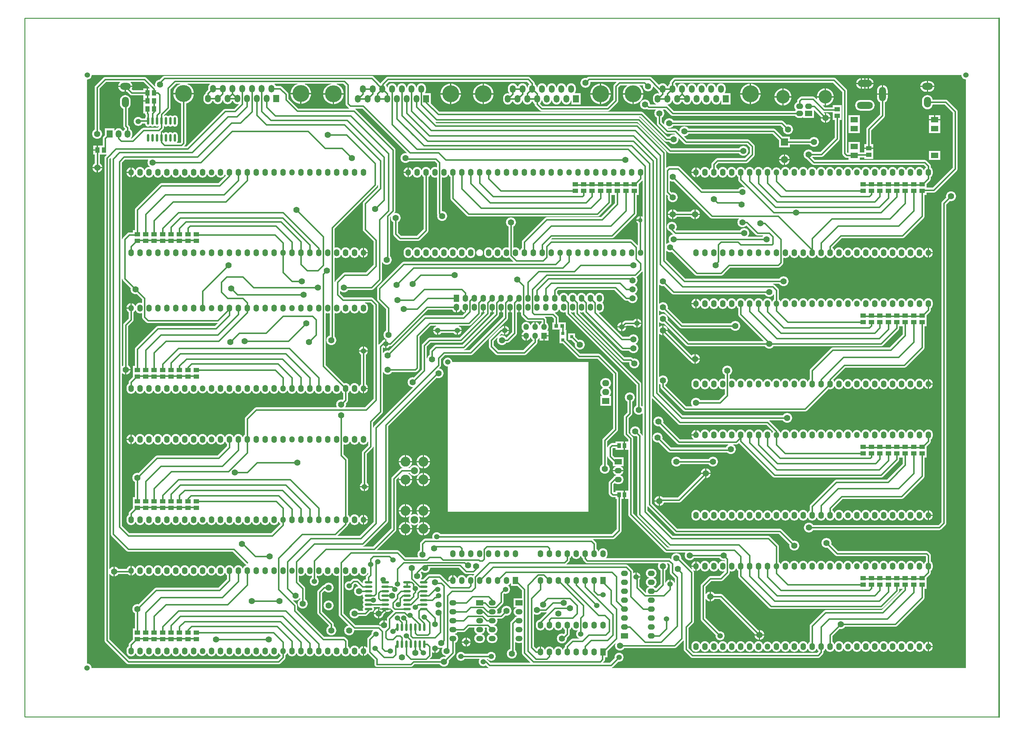
<source format=gtl>
%FSLAX44Y44*%
%MOMM*%
G71*
G01*
G75*
G04 Layer_Physical_Order=1*
G04 Layer_Color=255*
%ADD10R,1.5000X1.3000*%
%ADD11R,1.3000X1.5000*%
%ADD12R,1.1000X1.4000*%
%ADD13R,1.1000X1.0000*%
%ADD14R,0.9500X0.9000*%
%ADD15R,0.9500X0.9000*%
%ADD16O,2.2000X0.6000*%
%ADD17O,0.6000X2.2000*%
%ADD18C,0.3810*%
%ADD19C,0.2540*%
%ADD20C,4.8000*%
%ADD21O,1.6510X2.1590*%
%ADD22R,1.6510X2.1590*%
%ADD23R,2.1590X1.5240*%
%ADD24C,1.7780*%
%ADD25C,2.0000*%
%ADD26C,2.8000*%
%ADD27O,1.5000X2.0320*%
%ADD28R,1.5000X2.0320*%
%ADD29O,2.0320X1.5000*%
%ADD30R,2.0320X1.5000*%
%ADD31C,1.5240*%
%ADD32R,2.0000X2.0000*%
%ADD33O,1.5240X1.7780*%
%ADD34R,1.5240X2.0320*%
%ADD35O,1.5240X2.0320*%
%ADD36R,2.0320X1.5240*%
%ADD37O,2.0320X1.5240*%
%ADD38O,1.5240X2.0320*%
%ADD39R,1.5240X2.0320*%
%ADD40C,3.8000*%
%ADD41O,2.0320X1.5240*%
%ADD42R,2.0320X1.5240*%
%ADD43O,1.5000X2.0320*%
%ADD44O,2.0000X4.0000*%
%ADD45O,4.0000X2.0000*%
%ADD46O,4.5000X2.0000*%
%ADD47O,2.0000X3.0000*%
%ADD48O,3.0000X2.0000*%
%ADD49C,2.1590*%
%ADD50O,2.0320X1.7780*%
%ADD51R,2.0320X1.7780*%
%ADD52O,1.5240X1.7780*%
%ADD53R,1.5240X1.7780*%
%ADD54O,1.6510X2.1590*%
%ADD55R,1.6510X2.1590*%
%ADD56C,1.6510*%
%ADD57C,1.2700*%
G36*
X1688419Y1088786D02*
Y1036741D01*
X1689558Y1036180D01*
X1692109Y1038137D01*
X1695507Y1039544D01*
X1699154Y1040024D01*
X1702801Y1039544D01*
X1706199Y1038137D01*
X1709117Y1035898D01*
X1711357Y1032979D01*
X1712764Y1029581D01*
X1713244Y1025934D01*
X1712764Y1022287D01*
X1755412Y979639D01*
X1892691D01*
X1894930Y982558D01*
X1897849Y984797D01*
X1901247Y986204D01*
X1904894Y986684D01*
X1908541Y986204D01*
X1911939Y984797D01*
X1914857Y982558D01*
X1917097Y979639D01*
X1918504Y976241D01*
X1918984Y972594D01*
X1918504Y968947D01*
X1917097Y965549D01*
X1914857Y962630D01*
X1911939Y960391D01*
X1908541Y958984D01*
X1904894Y958503D01*
X1901247Y958984D01*
X1897849Y960391D01*
X1894930Y962630D01*
X1892691Y965549D01*
X1752494D01*
X1750670Y965789D01*
X1749675Y966201D01*
X1748971Y966493D01*
X1747512Y967612D01*
X1702801Y1012324D01*
X1699154Y1011843D01*
X1695507Y1012324D01*
X1692109Y1013731D01*
X1689558Y1015688D01*
X1688419Y1015126D01*
Y1003721D01*
X1689558Y1003160D01*
X1692109Y1005117D01*
X1695507Y1006524D01*
X1699154Y1007004D01*
X1702801Y1006524D01*
X1706199Y1005117D01*
X1709117Y1002878D01*
X1711357Y999959D01*
X1712764Y996561D01*
X1713244Y992914D01*
X1712764Y989267D01*
X1773192Y928839D01*
X1985286D01*
X1985772Y930013D01*
X1915152Y1000632D01*
X1914032Y1002091D01*
X1913329Y1003791D01*
X1913089Y1005614D01*
X1913089Y1005614D01*
X1913089Y1005614D01*
Y1005614D01*
Y1022952D01*
X1911076Y1024496D01*
X1909040Y1027149D01*
X1908069Y1029495D01*
X1906799D01*
X1905827Y1027149D01*
X1903792Y1024496D01*
X1901139Y1022460D01*
X1898049Y1021181D01*
X1894734Y1020744D01*
X1891418Y1021181D01*
X1888329Y1022460D01*
X1885676Y1024496D01*
X1883640Y1027149D01*
X1882669Y1029495D01*
X1881399D01*
X1880427Y1027149D01*
X1878392Y1024496D01*
X1875739Y1022460D01*
X1872649Y1021181D01*
X1869334Y1020744D01*
X1866019Y1021181D01*
X1862929Y1022460D01*
X1860276Y1024496D01*
X1858240Y1027149D01*
X1857269Y1029495D01*
X1855999D01*
X1855027Y1027149D01*
X1852992Y1024496D01*
X1850339Y1022460D01*
X1847249Y1021181D01*
X1843934Y1020744D01*
X1840618Y1021181D01*
X1837529Y1022460D01*
X1834876Y1024496D01*
X1832840Y1027149D01*
X1831869Y1029495D01*
X1830599D01*
X1829627Y1027149D01*
X1827592Y1024496D01*
X1824939Y1022460D01*
X1821849Y1021181D01*
X1818534Y1020744D01*
X1815219Y1021181D01*
X1812129Y1022460D01*
X1809476Y1024496D01*
X1807440Y1027149D01*
X1806206Y1030130D01*
X1805334D01*
X1804913Y1030074D01*
X1804227Y1028419D01*
X1802192Y1025766D01*
X1799539Y1023730D01*
X1796449Y1022451D01*
X1795039Y1022265D01*
Y1036091D01*
Y1049923D01*
X1796449Y1049737D01*
X1799539Y1048457D01*
X1802192Y1046422D01*
X1804227Y1043769D01*
X1804913Y1042114D01*
X1805334Y1042058D01*
X1806206D01*
X1807440Y1045039D01*
X1809476Y1047692D01*
X1812129Y1049727D01*
X1815219Y1051007D01*
X1818534Y1051443D01*
X1821849Y1051007D01*
X1824939Y1049727D01*
X1827592Y1047692D01*
X1829627Y1045039D01*
X1830599Y1042693D01*
X1831869D01*
X1832840Y1045039D01*
X1834876Y1047692D01*
X1837529Y1049727D01*
X1840618Y1051007D01*
X1843934Y1051443D01*
X1847249Y1051007D01*
X1850339Y1049727D01*
X1852992Y1047692D01*
X1855027Y1045039D01*
X1855999Y1042693D01*
X1857269D01*
X1858240Y1045039D01*
X1860276Y1047692D01*
X1862929Y1049727D01*
X1866019Y1051007D01*
X1869334Y1051443D01*
X1872649Y1051007D01*
X1875739Y1049727D01*
X1878392Y1047692D01*
X1880427Y1045039D01*
X1881399Y1042693D01*
X1882669D01*
X1883640Y1045039D01*
X1885676Y1047692D01*
X1888329Y1049727D01*
X1891418Y1051007D01*
X1894734Y1051443D01*
X1898049Y1051007D01*
X1901139Y1049727D01*
X1903792Y1047692D01*
X1905827Y1045039D01*
X1906799Y1042693D01*
X1908069D01*
X1909040Y1045039D01*
X1911076Y1047692D01*
X1913729Y1049727D01*
X1916819Y1051007D01*
X1920134Y1051443D01*
X1923449Y1051007D01*
X1926539Y1049727D01*
X1929192Y1047692D01*
X1931227Y1045039D01*
X1932199Y1042693D01*
X1933469D01*
X1934440Y1045039D01*
X1936476Y1047692D01*
X1939129Y1049727D01*
X1942218Y1051007D01*
X1945534Y1051443D01*
X1948849Y1051007D01*
X1951939Y1049727D01*
X1954592Y1047692D01*
X1956627Y1045039D01*
X1957599Y1042693D01*
X1958869D01*
X1959840Y1045039D01*
X1961876Y1047692D01*
X1964529Y1049727D01*
X1967619Y1051007D01*
X1970934Y1051443D01*
X1974249Y1051007D01*
X1977339Y1049727D01*
X1979992Y1047692D01*
X1982027Y1045039D01*
X1982999Y1042693D01*
X1984269D01*
X1985240Y1045039D01*
X1987276Y1047692D01*
X1989929Y1049727D01*
X1993018Y1051007D01*
X1996334Y1051443D01*
X1999649Y1051007D01*
X2002739Y1049727D01*
X2005392Y1047692D01*
X2007427Y1045039D01*
X2008662Y1042058D01*
X2009534D01*
X2009955Y1042114D01*
X2010640Y1043769D01*
X2012676Y1046422D01*
X2014689Y1047966D01*
Y1061490D01*
X2013486Y1061898D01*
X2011377Y1059150D01*
X2008459Y1056911D01*
X2005061Y1055503D01*
X2001414Y1055023D01*
X1997767Y1055503D01*
X1994369Y1056911D01*
X1991450Y1059150D01*
X1989211Y1062069D01*
X1729634D01*
X1727810Y1062309D01*
X1726815Y1062721D01*
X1726111Y1063013D01*
X1724652Y1064132D01*
X1702801Y1085984D01*
X1699154Y1085503D01*
X1695507Y1085984D01*
X1692109Y1087391D01*
X1689558Y1089348D01*
X1688419Y1088786D01*
D02*
G37*
G36*
X888079Y1372090D02*
X887667Y1371095D01*
X887375Y1370391D01*
X886256Y1368932D01*
X766399Y1249076D01*
Y1195961D01*
X767455Y1195255D01*
X768738Y1195787D01*
X772054Y1196224D01*
X775369Y1195787D01*
X778459Y1194507D01*
X781112Y1192472D01*
X783147Y1189819D01*
X784119Y1187473D01*
X785389D01*
X786360Y1189819D01*
X788396Y1192472D01*
X791049Y1194507D01*
X794138Y1195787D01*
X797454Y1196224D01*
X800769Y1195787D01*
X803859Y1194507D01*
X806512Y1192472D01*
X808547Y1189819D01*
X809519Y1187473D01*
X810789D01*
X811760Y1189819D01*
X813796Y1192472D01*
X816449Y1194507D01*
X819538Y1195787D01*
X822854Y1196224D01*
X826169Y1195787D01*
X829259Y1194507D01*
X831912Y1192472D01*
X833947Y1189819D01*
X835182Y1186838D01*
X836054D01*
X836475Y1186894D01*
X837160Y1188549D01*
X839196Y1191202D01*
X841849Y1193237D01*
X844939Y1194517D01*
X846349Y1194703D01*
Y1180871D01*
Y1167045D01*
X844939Y1167231D01*
X841849Y1168511D01*
X839196Y1170546D01*
X837160Y1173199D01*
X836475Y1174854D01*
X836054Y1174910D01*
X835182D01*
X833947Y1171929D01*
X831912Y1169276D01*
X829259Y1167241D01*
X826169Y1165961D01*
X822854Y1165524D01*
X819538Y1165961D01*
X816449Y1167241D01*
X813796Y1169276D01*
X811760Y1171929D01*
X810789Y1174275D01*
X809519D01*
X808547Y1171929D01*
X806512Y1169276D01*
X803859Y1167241D01*
X800769Y1165961D01*
X797454Y1165524D01*
X794138Y1165961D01*
X791049Y1167241D01*
X788396Y1169276D01*
X786360Y1171929D01*
X785389Y1174275D01*
X784119D01*
X783147Y1171929D01*
X781112Y1169276D01*
X778459Y1167241D01*
X775369Y1165961D01*
X772054Y1165524D01*
X768738Y1165961D01*
X767455Y1166492D01*
X766399Y1165787D01*
Y1098032D01*
X767666Y1097949D01*
X767789Y1098877D01*
X768492Y1100577D01*
X769612Y1102036D01*
X789932Y1122356D01*
X791391Y1123475D01*
X792095Y1123767D01*
X793090Y1124179D01*
X794914Y1124419D01*
X855496D01*
X876769Y1145692D01*
Y1213516D01*
X848352Y1241932D01*
X847232Y1243391D01*
X846941Y1244095D01*
X846529Y1245090D01*
X846289Y1246914D01*
Y1320574D01*
X846529Y1322397D01*
X847232Y1324097D01*
X848352Y1325556D01*
X889469Y1366672D01*
Y1372936D01*
X888201Y1373019D01*
X888079Y1372090D01*
D02*
G37*
G36*
X1630454Y1376411D02*
Y1364214D01*
Y1345214D01*
X1624919D01*
Y1292634D01*
X1624679Y1290811D01*
X1624267Y1289815D01*
X1623975Y1289111D01*
X1622856Y1287652D01*
X1559356Y1224152D01*
X1557897Y1223033D01*
X1557193Y1222741D01*
X1556197Y1222329D01*
X1554374Y1222089D01*
X1384572D01*
X1382056Y1219573D01*
X1382542Y1218399D01*
X1607714D01*
X1609537Y1218159D01*
X1610533Y1217747D01*
X1611237Y1217455D01*
X1612696Y1216336D01*
X1626779Y1202252D01*
X1627953Y1202738D01*
Y1264301D01*
X1626846Y1265150D01*
X1625014Y1267538D01*
X1623862Y1270318D01*
X1623720Y1271397D01*
X1635000D01*
Y1273299D01*
X1636903D01*
Y1284580D01*
X1637982Y1284438D01*
X1640253Y1283497D01*
X1641309Y1284203D01*
Y1385246D01*
X1641121Y1385621D01*
X1639868Y1385824D01*
X1630454Y1376411D01*
D02*
G37*
G36*
X161879Y1106236D02*
Y858941D01*
X163018Y858380D01*
X165569Y860337D01*
Y975134D01*
X165809Y976957D01*
X166221Y977953D01*
X166512Y978657D01*
X167632Y980116D01*
X180809Y993292D01*
Y1011522D01*
X178796Y1013066D01*
X176760Y1015719D01*
X175481Y1018809D01*
X175128Y1021489D01*
X187856D01*
Y1023391D01*
X189759D01*
Y1037223D01*
X191169Y1037037D01*
X194259Y1035757D01*
X196912Y1033722D01*
X198947Y1031069D01*
X199633Y1029414D01*
X200054Y1029358D01*
X200926D01*
X202160Y1032339D01*
X204196Y1034992D01*
X206849Y1037027D01*
X209939Y1038307D01*
X213254Y1038744D01*
X216569Y1038307D01*
X217853Y1037775D01*
X218909Y1038481D01*
Y1048416D01*
X204201Y1063123D01*
X200554Y1062643D01*
X196907Y1063123D01*
X193509Y1064531D01*
X190590Y1066770D01*
X188351Y1069689D01*
X186943Y1073087D01*
X186463Y1076734D01*
X186943Y1080381D01*
X165092Y1102232D01*
X163972Y1103691D01*
X163681Y1104395D01*
X163269Y1105390D01*
X163146Y1106319D01*
X161879Y1106236D01*
D02*
G37*
G36*
X1212109Y1010835D02*
X1210698Y1011021D01*
X1209415Y1011552D01*
X1208359Y1010847D01*
Y1008154D01*
X1208119Y1006330D01*
X1207707Y1005335D01*
X1207415Y1004631D01*
X1206296Y1003172D01*
X1130096Y926972D01*
X1128636Y925853D01*
X1126937Y925149D01*
X1126937Y925149D01*
X1126937Y925149D01*
D01*
X1126937Y925149D01*
X1126937Y925149D01*
X1125114Y924909D01*
X1039132D01*
X1028019Y913796D01*
Y880601D01*
X1029286Y880518D01*
X1029409Y881446D01*
X1030816Y884844D01*
X1033055Y887763D01*
X1035974Y890002D01*
Y900659D01*
X1036214Y902483D01*
X1036918Y904182D01*
X1038037Y905641D01*
X1049012Y916616D01*
X1050471Y917735D01*
X1051175Y918027D01*
X1052170Y918439D01*
X1053994Y918679D01*
X1129816D01*
X1219669Y1008532D01*
Y1010847D01*
X1218613Y1011552D01*
X1217329Y1011021D01*
X1215919Y1010835D01*
Y1025937D01*
X1212109D01*
Y1010835D01*
D02*
G37*
G36*
X1186709D02*
X1185298Y1011021D01*
X1184015Y1011552D01*
X1182959Y1010847D01*
Y1008154D01*
X1182719Y1006330D01*
X1182307Y1005335D01*
X1182015Y1004631D01*
X1180896Y1003172D01*
X1152956Y975232D01*
X1151497Y974113D01*
X1149797Y973409D01*
X1147974Y973169D01*
X1119347D01*
X1119100Y971923D01*
X1121359Y970987D01*
X1124012Y968952D01*
X1126047Y966299D01*
X1127327Y963209D01*
X1127513Y961799D01*
X1114951D01*
Y959896D01*
X1113049D01*
Y947335D01*
X1111638Y947521D01*
X1108549Y948801D01*
X1105896Y950836D01*
X1104352Y952849D01*
X1069676D01*
X1068132Y950836D01*
X1065479Y948801D01*
X1062389Y947521D01*
X1060979Y947335D01*
Y959896D01*
X1059076D01*
Y961799D01*
X1046515D01*
X1046701Y963209D01*
X1047980Y966299D01*
X1050016Y968952D01*
X1052669Y970987D01*
X1054928Y971923D01*
X1054680Y973169D01*
X1039132D01*
X1007699Y941736D01*
Y853214D01*
X1007459Y851391D01*
X1007047Y850395D01*
X1006755Y849691D01*
X1005636Y848232D01*
X1000556Y843152D01*
X999097Y842033D01*
X997397Y841329D01*
X995574Y841089D01*
X929037D01*
X926797Y838170D01*
X923879Y835931D01*
X920481Y834523D01*
X916834Y834043D01*
X913187Y834523D01*
X909789Y835931D01*
X906870Y838170D01*
X904762Y840918D01*
X903559Y840510D01*
Y728754D01*
X903319Y726930D01*
X902907Y725935D01*
X902615Y725231D01*
X901496Y723772D01*
X875619Y697896D01*
Y684012D01*
X876886Y683929D01*
X877009Y684857D01*
X877712Y686557D01*
X878832Y688016D01*
X988398Y797582D01*
X987954Y798483D01*
X984307Y798963D01*
X980909Y800371D01*
X977990Y802610D01*
X975751Y805529D01*
X974343Y808927D01*
X973863Y812574D01*
X974343Y816221D01*
X975751Y819619D01*
X977990Y822538D01*
X980909Y824777D01*
X984307Y826184D01*
X987954Y826665D01*
X991601Y826184D01*
X1013929Y848512D01*
Y916714D01*
X1014169Y918537D01*
X1014581Y919533D01*
X1014872Y920237D01*
X1015992Y921696D01*
X1031232Y936936D01*
X1032691Y938055D01*
X1033395Y938347D01*
X1034390Y938759D01*
X1036214Y938999D01*
X1122196D01*
X1193533Y1010337D01*
X1192828Y1011393D01*
X1191929Y1011021D01*
X1190519Y1010835D01*
Y1025937D01*
X1186709D01*
Y1010835D01*
D02*
G37*
G36*
X1625396Y1112392D02*
X1623936Y1111273D01*
X1623795Y1110745D01*
X1624997Y1109179D01*
X1626404Y1105781D01*
X1626884Y1102134D01*
X1626404Y1098487D01*
X1624997Y1095089D01*
X1622757Y1092170D01*
X1620019Y1090069D01*
Y1088799D01*
X1622757Y1086697D01*
X1624997Y1083779D01*
X1626404Y1080381D01*
X1626884Y1076734D01*
X1626404Y1073087D01*
X1624997Y1069689D01*
X1622757Y1066770D01*
X1620019Y1064669D01*
Y1063399D01*
X1622757Y1061298D01*
X1624997Y1058379D01*
X1626404Y1054981D01*
X1626884Y1051334D01*
X1626404Y1047687D01*
X1624997Y1044289D01*
X1622757Y1041370D01*
X1619839Y1039131D01*
X1616441Y1037723D01*
X1612794Y1037243D01*
X1609147Y1037723D01*
X1605749Y1039131D01*
X1602830Y1041370D01*
X1600591Y1044289D01*
X1595014D01*
X1593190Y1044529D01*
X1592195Y1044941D01*
X1591491Y1045233D01*
X1590032Y1046352D01*
X1561616Y1074769D01*
X1402352D01*
X1398859Y1071276D01*
Y1064476D01*
X1400872Y1062932D01*
X1402907Y1060279D01*
X1403879Y1057933D01*
X1405149D01*
X1406120Y1060279D01*
X1408156Y1062932D01*
X1410809Y1064967D01*
X1413898Y1066247D01*
X1417214Y1066684D01*
X1420529Y1066247D01*
X1423619Y1064967D01*
X1426272Y1062932D01*
X1428307Y1060279D01*
X1429279Y1057933D01*
X1430549D01*
X1431520Y1060279D01*
X1433556Y1062932D01*
X1436209Y1064967D01*
X1439299Y1066247D01*
X1442614Y1066684D01*
X1445929Y1066247D01*
X1449019Y1064967D01*
X1451672Y1062932D01*
X1453707Y1060279D01*
X1454679Y1057933D01*
X1455949D01*
X1456920Y1060279D01*
X1458956Y1062932D01*
X1461609Y1064967D01*
X1464698Y1066247D01*
X1468014Y1066684D01*
X1471329Y1066247D01*
X1474419Y1064967D01*
X1477072Y1062932D01*
X1479107Y1060279D01*
X1480079Y1057933D01*
X1481349D01*
X1482320Y1060279D01*
X1484356Y1062932D01*
X1487009Y1064967D01*
X1490099Y1066247D01*
X1493414Y1066684D01*
X1496729Y1066247D01*
X1499819Y1064967D01*
X1502472Y1062932D01*
X1504507Y1060279D01*
X1505479Y1057933D01*
X1506749D01*
X1507720Y1060279D01*
X1509756Y1062932D01*
X1512409Y1064967D01*
X1515499Y1066247D01*
X1518814Y1066684D01*
X1522129Y1066247D01*
X1525219Y1064967D01*
X1527872Y1062932D01*
X1529907Y1060279D01*
X1531187Y1057189D01*
X1531623Y1053874D01*
Y1048794D01*
X1531187Y1045479D01*
X1529907Y1042389D01*
X1527872Y1039736D01*
X1527263Y1039269D01*
Y1037999D01*
X1527872Y1037532D01*
X1529907Y1034879D01*
X1531187Y1031789D01*
X1531623Y1028474D01*
Y1023394D01*
X1531187Y1020079D01*
X1529907Y1016989D01*
X1527872Y1014336D01*
X1525219Y1012300D01*
X1522129Y1011021D01*
X1518814Y1010584D01*
X1517747Y1010725D01*
X1517186Y1009586D01*
X1585232Y941539D01*
X1603131D01*
X1605370Y944457D01*
X1608289Y946697D01*
X1611687Y948104D01*
X1615334Y948585D01*
X1618981Y948104D01*
X1622379Y946697D01*
X1625297Y944457D01*
X1627537Y941539D01*
X1628944Y938141D01*
X1629424Y934494D01*
X1628944Y930847D01*
X1627537Y927449D01*
X1625297Y924530D01*
X1622559Y922429D01*
Y921159D01*
X1625297Y919057D01*
X1627537Y916139D01*
X1628944Y912741D01*
X1629424Y909094D01*
X1628944Y905447D01*
X1627537Y902049D01*
X1625297Y899130D01*
X1622379Y896891D01*
X1618981Y895483D01*
X1615334Y895003D01*
X1611687Y895483D01*
X1608289Y896891D01*
X1605370Y899130D01*
X1603131Y902049D01*
X1584854D01*
X1583030Y902289D01*
X1582035Y902701D01*
X1581331Y902993D01*
X1579872Y904112D01*
X1475732Y1008252D01*
X1474612Y1009711D01*
X1473909Y1011411D01*
X1473224Y1011806D01*
X1471329Y1011021D01*
X1468014Y1010584D01*
X1464698Y1011021D01*
X1463800Y1011393D01*
X1463094Y1010337D01*
X1590312Y883119D01*
X1607714D01*
X1609537Y882879D01*
X1611237Y882175D01*
X1612696Y881056D01*
X1614227Y879524D01*
X1617874Y880005D01*
X1621521Y879524D01*
X1624919Y878117D01*
X1627837Y875878D01*
X1630077Y872959D01*
X1631484Y869561D01*
X1631964Y865914D01*
X1631484Y862267D01*
X1630077Y858869D01*
X1627837Y855950D01*
X1624919Y853711D01*
X1621521Y852303D01*
X1617874Y851823D01*
X1614227Y852303D01*
X1610829Y853711D01*
X1607910Y855950D01*
X1605671Y858869D01*
X1604263Y862267D01*
X1603783Y865914D01*
X1604068Y868074D01*
X1603230Y869029D01*
X1587394D01*
X1585570Y869269D01*
X1584575Y869681D01*
X1583871Y869973D01*
X1582412Y871092D01*
X1450332Y1003172D01*
X1449212Y1004631D01*
X1448509Y1006330D01*
X1448269Y1008154D01*
Y1010847D01*
X1447213Y1011552D01*
X1445929Y1011021D01*
X1442614Y1010584D01*
X1439299Y1011021D01*
X1438400Y1011393D01*
X1437694Y1010337D01*
X1635556Y812476D01*
X1636675Y811017D01*
X1636967Y810313D01*
X1637379Y809317D01*
X1637619Y807494D01*
Y746037D01*
X1640170Y744080D01*
X1641309Y744641D01*
Y1126646D01*
X1640135Y1127132D01*
X1625396Y1112392D01*
D02*
G37*
G36*
X75767Y1683019D02*
X74487Y1679929D01*
X72452Y1677276D01*
X69799Y1675240D01*
X66709Y1673961D01*
X63394Y1673524D01*
X62754Y1672963D01*
Y12584D01*
X66069Y12147D01*
X69159Y10867D01*
X71811Y8832D01*
X73847Y6179D01*
X75127Y3089D01*
X75563Y-226D01*
X1203067D01*
X1203482Y776D01*
X1203530Y1020D01*
X1202871Y1293D01*
X1201412Y2412D01*
X1196346Y7479D01*
X1195019Y6460D01*
X1191929Y5181D01*
X1188614Y4744D01*
X1185298Y5181D01*
X1182209Y6460D01*
X1179556Y8496D01*
X1177520Y11149D01*
X1176241Y14239D01*
X1175804Y17554D01*
X1176241Y20869D01*
X1177520Y23959D01*
X1178020Y24610D01*
X1177458Y25749D01*
X1135716D01*
X1134172Y23736D01*
X1131519Y21700D01*
X1128429Y20421D01*
X1125114Y19984D01*
X1121798Y20421D01*
X1118709Y21700D01*
X1116056Y23736D01*
X1114020Y26389D01*
X1112741Y29479D01*
X1112304Y32794D01*
X1112741Y36109D01*
X1114020Y39199D01*
X1116056Y41852D01*
X1118709Y43887D01*
X1121798Y45167D01*
X1125114Y45603D01*
X1128429Y45167D01*
X1131519Y43887D01*
X1134172Y41852D01*
X1135716Y39839D01*
X1200872D01*
X1202416Y41852D01*
X1205069Y43887D01*
X1208158Y45167D01*
X1211474Y45603D01*
X1214789Y45167D01*
X1217879Y43887D01*
X1220532Y41852D01*
X1222567Y39199D01*
X1223847Y36109D01*
X1224283Y32794D01*
X1223847Y29479D01*
X1222567Y26389D01*
X1220532Y23736D01*
X1217879Y21700D01*
X1214789Y20421D01*
X1211474Y19984D01*
X1208158Y20421D01*
X1205069Y21700D01*
X1202416Y23736D01*
X1200933Y25669D01*
X1199669Y25545D01*
X1199208Y24610D01*
X1199707Y23959D01*
X1199868Y23569D01*
X1201216Y22536D01*
X1209312Y14439D01*
X1322346D01*
X1322832Y15612D01*
X1300472Y37972D01*
X1299352Y39431D01*
X1298649Y41130D01*
X1298409Y42954D01*
Y71127D01*
X1297353Y71833D01*
X1296158Y71338D01*
X1292874Y70905D01*
X1287554D01*
X1284270Y71338D01*
X1281210Y72605D01*
X1280618Y73059D01*
X1279479Y72497D01*
Y50668D01*
X1279857Y50377D01*
X1282097Y47459D01*
X1283504Y44061D01*
X1283984Y40414D01*
X1283504Y36767D01*
X1282097Y33369D01*
X1279857Y30450D01*
X1276939Y28211D01*
X1273541Y26804D01*
X1269894Y26323D01*
X1266247Y26804D01*
X1262849Y28211D01*
X1259930Y30450D01*
X1257691Y33369D01*
X1256283Y36767D01*
X1255803Y40414D01*
X1256283Y44061D01*
X1257691Y47459D01*
X1259930Y50377D01*
X1262849Y52617D01*
X1265389Y53669D01*
Y126774D01*
X1265629Y128597D01*
X1266041Y129593D01*
X1266332Y130297D01*
X1267452Y131756D01*
X1275072Y139376D01*
X1276434Y140420D01*
X1276565Y140738D01*
X1278582Y143366D01*
X1281210Y145382D01*
X1284270Y146650D01*
X1287097Y147022D01*
D01*
D01*
X1286975Y147163D01*
X1284270Y147538D01*
D01*
X1284270D01*
X1284270Y147538D01*
X1281210Y148805D01*
X1278582Y150822D01*
X1276565Y153450D01*
X1275298Y156510D01*
X1274865Y159794D01*
X1275298Y163078D01*
X1276565Y166138D01*
X1278582Y168766D01*
X1281210Y170783D01*
X1284270Y172050D01*
X1287554Y172482D01*
X1287422Y172614D01*
X1274974D01*
Y197774D01*
X1298409D01*
Y220376D01*
X1285330Y233454D01*
X1267474D01*
Y240856D01*
X1266228Y241104D01*
X1265642Y239690D01*
X1263626Y237062D01*
X1260998Y235045D01*
X1260004Y234634D01*
X1259839Y233375D01*
X1261172Y232352D01*
X1263207Y229699D01*
X1264487Y226609D01*
X1264923Y223294D01*
X1264487Y219979D01*
X1263207Y216889D01*
X1261172Y214236D01*
X1258519Y212201D01*
X1255429Y210921D01*
X1252114Y210484D01*
X1248799Y210921D01*
X1247643Y211399D01*
X1246459Y210216D01*
Y187734D01*
X1246219Y185910D01*
X1245807Y184915D01*
X1245515Y184211D01*
X1244396Y182752D01*
X1229156Y167512D01*
X1229156Y167512D01*
X1229156D01*
X1227662Y166138D01*
X1228930Y163078D01*
X1229362Y159794D01*
X1228930Y156510D01*
X1228385Y155195D01*
X1229091Y154139D01*
X1236496D01*
X1241043Y158687D01*
X1240563Y162334D01*
X1241043Y165981D01*
X1242451Y169379D01*
X1244690Y172297D01*
X1247609Y174537D01*
X1251007Y175944D01*
X1254654Y176425D01*
X1258301Y175944D01*
X1261699Y174537D01*
X1264617Y172297D01*
X1266857Y169379D01*
X1268264Y165981D01*
X1268744Y162334D01*
X1268264Y158687D01*
X1266857Y155289D01*
X1264617Y152370D01*
X1261699Y150131D01*
X1258301Y148723D01*
X1254654Y148243D01*
X1251007Y148723D01*
X1251007Y148723D01*
X1244396Y142112D01*
X1242936Y140993D01*
X1242233Y140701D01*
X1241237Y140289D01*
X1239414Y140049D01*
X1229091D01*
X1228385Y138993D01*
X1228930Y137678D01*
X1229362Y134394D01*
X1228930Y131110D01*
X1227662Y128050D01*
X1225646Y125422D01*
X1223018Y123405D01*
X1220419Y122329D01*
Y121059D01*
X1223018Y119983D01*
X1225646Y117966D01*
X1227662Y115338D01*
X1228930Y112278D01*
X1229362Y108994D01*
X1228930Y105710D01*
X1227662Y102650D01*
X1225646Y100022D01*
X1223018Y98005D01*
X1220419Y96929D01*
Y95659D01*
X1223018Y94583D01*
X1225646Y92566D01*
X1227662Y89938D01*
X1228930Y86878D01*
X1229362Y83594D01*
X1228930Y80310D01*
X1227662Y77250D01*
X1225646Y74622D01*
X1223018Y72605D01*
X1219958Y71338D01*
X1216674Y70905D01*
X1211354D01*
X1208070Y71338D01*
X1205010Y72605D01*
X1202382Y74622D01*
X1200365Y77250D01*
X1199098Y80310D01*
X1198665Y83594D01*
X1199098Y86878D01*
X1200365Y89938D01*
X1202382Y92566D01*
X1205010Y94583D01*
X1207608Y95659D01*
Y96929D01*
X1205010Y98005D01*
X1202382Y100022D01*
X1200365Y102650D01*
X1199098Y105710D01*
X1198665Y108994D01*
X1199098Y112278D01*
X1199586Y113458D01*
X1198396Y114649D01*
X1193531D01*
X1192825Y113593D01*
X1193370Y112278D01*
X1193802Y108994D01*
X1193370Y105710D01*
X1192102Y102650D01*
X1190086Y100022D01*
X1187458Y98005D01*
X1184859Y96929D01*
Y95659D01*
X1187458Y94583D01*
X1190086Y92566D01*
X1192102Y89938D01*
X1193370Y86878D01*
X1193802Y83594D01*
X1193370Y80310D01*
X1192102Y77250D01*
X1190086Y74622D01*
X1187458Y72605D01*
X1184398Y71338D01*
X1181114Y70905D01*
X1175794D01*
X1172510Y71338D01*
X1169449Y72605D01*
X1166822Y74622D01*
X1164805Y77250D01*
X1163538Y80310D01*
X1163105Y83594D01*
X1163538Y86878D01*
X1164805Y89938D01*
X1166822Y92566D01*
X1169449Y94583D01*
X1172048Y95659D01*
Y96929D01*
X1169449Y98005D01*
X1166822Y100022D01*
X1164805Y102650D01*
X1163538Y105710D01*
X1163105Y108994D01*
X1163538Y112278D01*
X1164082Y113593D01*
X1163377Y114649D01*
X1148352D01*
X1137716Y104012D01*
X1136256Y102893D01*
X1134557Y102189D01*
X1132734Y101949D01*
X1115365D01*
X1113886Y100022D01*
X1111258Y98005D01*
X1108660Y96929D01*
Y95659D01*
X1111258Y94583D01*
X1113886Y92566D01*
X1115902Y89938D01*
X1117170Y86878D01*
X1117602Y83594D01*
X1117170Y80310D01*
X1115902Y77250D01*
X1113886Y74622D01*
X1111258Y72605D01*
X1109299Y71794D01*
Y42954D01*
X1109059Y41130D01*
X1108647Y40135D01*
X1108355Y39431D01*
X1107236Y37972D01*
X1090464Y21201D01*
X1090944Y17554D01*
X1090464Y13907D01*
X1089057Y10509D01*
X1086817Y7590D01*
X1083899Y5351D01*
X1080501Y3943D01*
X1076854Y3463D01*
X1073207Y3943D01*
X1069809Y5351D01*
X1066890Y7590D01*
X1064651Y10509D01*
X993412D01*
X987856Y4952D01*
X986396Y3833D01*
X985693Y3541D01*
X984697Y3129D01*
X982874Y2889D01*
X886354D01*
X884530Y3129D01*
X882831Y3833D01*
X881372Y4952D01*
X880252Y6411D01*
X879549Y8110D01*
X879309Y9934D01*
X879308Y9934D01*
X879309Y9934D01*
Y9934D01*
Y22256D01*
X861052Y40512D01*
X860759Y40894D01*
X859500Y40728D01*
X859347Y40359D01*
X857312Y37706D01*
X854659Y35670D01*
X851569Y34391D01*
X850159Y34205D01*
Y48031D01*
Y61863D01*
X851569Y61677D01*
X854659Y60397D01*
X857312Y58362D01*
X857786Y57744D01*
X858989Y58152D01*
Y81054D01*
X859229Y82877D01*
X859641Y83873D01*
X859932Y84577D01*
X861052Y86036D01*
X871040Y96024D01*
X871004Y96294D01*
X871441Y99609D01*
X872720Y102699D01*
X874756Y105352D01*
X875374Y105826D01*
X874966Y107029D01*
X822854D01*
X822346Y107095D01*
X821704Y106454D01*
X821224Y102807D01*
X819817Y99409D01*
X817577Y96490D01*
X814659Y94251D01*
X811261Y92844D01*
X807614Y92363D01*
X803967Y92844D01*
X800569Y94251D01*
X797650Y96490D01*
X795411Y99409D01*
X794003Y102807D01*
X793523Y106454D01*
X794003Y110101D01*
X795411Y113499D01*
X797650Y116418D01*
X800569Y118657D01*
X803967Y120064D01*
X805135Y120218D01*
X805544Y121421D01*
X779772Y147192D01*
X778652Y148651D01*
X778361Y149355D01*
X777949Y150351D01*
X777709Y152174D01*
Y261547D01*
X776653Y262252D01*
X775369Y261721D01*
X772054Y261284D01*
X768738Y261721D01*
X765649Y263001D01*
X762996Y265036D01*
X760960Y267689D01*
X759989Y270035D01*
X758719D01*
X757747Y267689D01*
X755712Y265036D01*
X753059Y263001D01*
X749969Y261721D01*
X746654Y261284D01*
X743338Y261721D01*
X740249Y263001D01*
X737596Y265036D01*
X735560Y267689D01*
X734589Y270035D01*
X733319D01*
X732347Y267689D01*
X730312Y265036D01*
X727659Y263001D01*
X724569Y261721D01*
X721254Y261284D01*
X717939Y261721D01*
X716655Y262252D01*
X715599Y261547D01*
Y256756D01*
X717612Y255212D01*
X719647Y252559D01*
X720927Y249469D01*
X721363Y246154D01*
X720927Y242839D01*
X719647Y239749D01*
X717612Y237096D01*
X714959Y235061D01*
X711869Y233781D01*
X708554Y233344D01*
X705238Y233781D01*
X702149Y235061D01*
X699496Y237096D01*
X697460Y239749D01*
X696181Y242839D01*
X695744Y246154D01*
X696181Y249469D01*
X697460Y252559D01*
X699496Y255212D01*
X701509Y256756D01*
Y261547D01*
X700453Y262252D01*
X699169Y261721D01*
X695854Y261284D01*
X692539Y261721D01*
X689449Y263001D01*
X686796Y265036D01*
X684760Y267689D01*
X683789Y270035D01*
X682519D01*
X681547Y267689D01*
X679512Y265036D01*
X676859Y263001D01*
X673769Y261721D01*
X670454Y261284D01*
X667139Y261721D01*
X665855Y262252D01*
X664799Y261547D01*
Y246532D01*
X680516Y230816D01*
X681635Y229357D01*
X681927Y228653D01*
X682339Y227657D01*
X682579Y225834D01*
Y194857D01*
X685497Y192617D01*
X687737Y189699D01*
X689144Y186301D01*
X689624Y182654D01*
X689144Y179007D01*
X687737Y175609D01*
X685497Y172690D01*
X682579Y170451D01*
X679181Y169044D01*
X675534Y168563D01*
X671887Y169044D01*
X668489Y170451D01*
X665570Y172690D01*
X663331Y175609D01*
X661923Y179007D01*
X661443Y182654D01*
X661923Y186301D01*
X663331Y189699D01*
X665570Y192617D01*
X668489Y194857D01*
Y197890D01*
X667286Y198298D01*
X665177Y195550D01*
X662259Y193311D01*
X658861Y191903D01*
X655214Y191423D01*
X651567Y191903D01*
X649010Y192962D01*
X648305Y191907D01*
X657656Y182556D01*
X658775Y181097D01*
X659067Y180393D01*
X659479Y179397D01*
X659719Y177574D01*
Y165252D01*
X736872Y88099D01*
X792374D01*
X794197Y87859D01*
X795897Y87155D01*
X797356Y86036D01*
X802436Y80956D01*
X803555Y79497D01*
X803847Y78793D01*
X804259Y77797D01*
X804499Y75974D01*
Y61176D01*
X806512Y59632D01*
X808547Y56979D01*
X809519Y54633D01*
X810789D01*
X811760Y56979D01*
X813796Y59632D01*
X816449Y61667D01*
X819538Y62947D01*
X822854Y63383D01*
X826169Y62947D01*
X829259Y61667D01*
X831912Y59632D01*
X833947Y56979D01*
X835182Y53998D01*
X836054D01*
X836475Y54054D01*
X837160Y55709D01*
X839196Y58362D01*
X841849Y60397D01*
X844939Y61677D01*
X846349Y61863D01*
Y48031D01*
Y34205D01*
X844939Y34391D01*
X841849Y35670D01*
X839196Y37706D01*
X837160Y40359D01*
X836475Y42014D01*
X836054Y42070D01*
X835182D01*
X833947Y39089D01*
X831912Y36436D01*
X829259Y34400D01*
X826169Y33121D01*
X822854Y32684D01*
X819538Y33121D01*
X816449Y34400D01*
X813796Y36436D01*
X811760Y39089D01*
X810789Y41435D01*
X809519D01*
X808547Y39089D01*
X806512Y36436D01*
X803859Y34400D01*
X800769Y33121D01*
X797454Y32684D01*
X794138Y33121D01*
X791049Y34400D01*
X788396Y36436D01*
X786360Y39089D01*
X785389Y41435D01*
X784119D01*
X783147Y39089D01*
X781112Y36436D01*
X778459Y34400D01*
X775369Y33121D01*
X772054Y32684D01*
X768738Y33121D01*
X765649Y34400D01*
X762996Y36436D01*
X760960Y39089D01*
X759989Y41435D01*
X758719D01*
X757747Y39089D01*
X755712Y36436D01*
X753059Y34400D01*
X749969Y33121D01*
X746654Y32684D01*
X743338Y33121D01*
X740249Y34400D01*
X737596Y36436D01*
X735560Y39089D01*
X734589Y41435D01*
X733319D01*
X732347Y39089D01*
X730312Y36436D01*
X727659Y34400D01*
X724569Y33121D01*
X721254Y32684D01*
X717939Y33121D01*
X714849Y34400D01*
X712196Y36436D01*
X710160Y39089D01*
X709189Y41435D01*
X707919D01*
X706947Y39089D01*
X704912Y36436D01*
X702259Y34400D01*
X699169Y33121D01*
X695854Y32684D01*
X692539Y33121D01*
X689449Y34400D01*
X686796Y36436D01*
X684760Y39089D01*
X683789Y41435D01*
X682519D01*
X681547Y39089D01*
X679512Y36436D01*
X676859Y34400D01*
X673769Y33121D01*
X670454Y32684D01*
X667139Y33121D01*
X664049Y34400D01*
X661396Y36436D01*
X659360Y39089D01*
X658389Y41435D01*
X657119D01*
X656147Y39089D01*
X654112Y36436D01*
X651459Y34400D01*
X648369Y33121D01*
X645054Y32684D01*
X641739Y33121D01*
X638649Y34400D01*
X635996Y36436D01*
X633960Y39089D01*
X632726Y42070D01*
X631854D01*
X631433Y42014D01*
X630747Y40359D01*
X628712Y37706D01*
X626699Y36162D01*
Y30254D01*
X626459Y28431D01*
X626047Y27435D01*
X625755Y26731D01*
X624636Y25272D01*
X611936Y12572D01*
X610476Y11453D01*
X608777Y10749D01*
X606954Y10509D01*
X180234D01*
X178410Y10749D01*
X177415Y11161D01*
X176711Y11453D01*
X175252Y12572D01*
X114292Y73532D01*
X113172Y74991D01*
X112469Y76691D01*
X112229Y78514D01*
X112228Y78514D01*
X112229Y78514D01*
Y78514D01*
Y1450114D01*
X112469Y1451937D01*
X112881Y1452933D01*
X113172Y1453637D01*
X114292Y1455096D01*
X118417Y1459221D01*
X117931Y1460394D01*
X99039D01*
Y1435107D01*
X101957Y1432867D01*
X104197Y1429949D01*
X105604Y1426551D01*
X105834Y1424809D01*
X78154D01*
X78383Y1426551D01*
X79791Y1429949D01*
X82030Y1432867D01*
X84949Y1435107D01*
Y1460394D01*
X80414D01*
Y1471069D01*
X91996D01*
Y1472971D01*
X93899D01*
Y1485554D01*
X107149D01*
Y1505994D01*
X107389Y1507817D01*
X108092Y1509517D01*
X109212Y1510976D01*
X113559Y1515322D01*
Y1534569D01*
X140229D01*
Y1529391D01*
X141431Y1528983D01*
X142783Y1530745D01*
X145569Y1532882D01*
X148813Y1534226D01*
X152294Y1534684D01*
X155775Y1534226D01*
X159019Y1532882D01*
X161805Y1530745D01*
X163942Y1527959D01*
X164359Y1526953D01*
X165629D01*
X166046Y1527959D01*
X168183Y1530745D01*
X170649Y1532636D01*
Y1533556D01*
X167632Y1536572D01*
X166512Y1538031D01*
X165809Y1539731D01*
X165569Y1541554D01*
Y1590061D01*
X163073Y1591395D01*
X160777Y1593279D01*
X158892Y1595575D01*
X157492Y1598195D01*
X156630Y1601038D01*
X156339Y1603994D01*
Y1613994D01*
X156630Y1616950D01*
X157492Y1619793D01*
X158892Y1622413D01*
X160777Y1624709D01*
X163073Y1626593D01*
X165693Y1627993D01*
X168535Y1628856D01*
X171492Y1629147D01*
X174448Y1628856D01*
X177290Y1627993D01*
X179910Y1626593D01*
X182206Y1624709D01*
X184091Y1622413D01*
X185491Y1619793D01*
X186353Y1616950D01*
X186645Y1613994D01*
Y1603994D01*
X186353Y1601038D01*
X185491Y1598195D01*
X184091Y1595575D01*
X182206Y1593279D01*
X179910Y1591395D01*
X179659Y1591261D01*
Y1544472D01*
X182676Y1541456D01*
X183795Y1539997D01*
X184087Y1539293D01*
X184499Y1538297D01*
X184739Y1536474D01*
Y1532636D01*
X187204Y1530745D01*
X189342Y1527959D01*
X190686Y1524715D01*
X191144Y1521234D01*
Y1516154D01*
X190686Y1512673D01*
X189342Y1509429D01*
X187204Y1506643D01*
X187176Y1506622D01*
X187585Y1505419D01*
X190016D01*
X218432Y1533836D01*
X219891Y1534955D01*
X220595Y1535247D01*
X221590Y1535659D01*
X223414Y1535899D01*
X263676D01*
X267169Y1539392D01*
Y1540113D01*
X266029Y1540674D01*
X265589Y1540336D01*
X263623Y1539522D01*
X261514Y1539244D01*
X259405Y1539522D01*
X257439Y1540336D01*
X255751Y1541631D01*
X254576D01*
X252889Y1540336D01*
X250923Y1539522D01*
X248814Y1539244D01*
X246705Y1539522D01*
X244739Y1540336D01*
X243051Y1541631D01*
X241877D01*
X240189Y1540336D01*
X238223Y1539522D01*
X236114Y1539244D01*
X234004Y1539522D01*
X232039Y1540336D01*
X230351Y1541631D01*
X229056Y1543319D01*
X228242Y1545285D01*
X227964Y1547394D01*
Y1548349D01*
X219474D01*
X219267Y1547849D01*
X217232Y1545196D01*
X214579Y1543161D01*
X211489Y1541881D01*
X208174Y1541444D01*
X204858Y1541881D01*
X201769Y1543161D01*
X199116Y1545196D01*
X197080Y1547849D01*
X195801Y1550939D01*
X195364Y1554254D01*
X195801Y1557569D01*
X197080Y1560659D01*
X199116Y1563312D01*
X201769Y1565347D01*
X204858Y1566627D01*
X208174Y1567063D01*
X211489Y1566627D01*
X214579Y1565347D01*
X217232Y1563312D01*
X217901Y1562439D01*
X227964D01*
Y1563394D01*
X228242Y1565503D01*
X229056Y1567469D01*
X229069Y1567485D01*
Y1572371D01*
X228132Y1573591D01*
X227841Y1574295D01*
X227429Y1575291D01*
X227188Y1577114D01*
Y1577234D01*
X222654D01*
Y1600094D01*
Y1610769D01*
X234236D01*
Y1614579D01*
X222654D01*
Y1625254D01*
X222654D01*
Y1628489D01*
X189912D01*
X188088Y1628729D01*
X187093Y1629141D01*
X186389Y1629433D01*
X184930Y1630552D01*
X176664Y1638818D01*
X176492Y1638801D01*
X173397D01*
Y1652049D01*
X191457D01*
X191353Y1650998D01*
X190491Y1648155D01*
X189364Y1646046D01*
X192830Y1642579D01*
X222654D01*
Y1648114D01*
X232329D01*
Y1635531D01*
X236139D01*
Y1648114D01*
X239851D01*
X240337Y1649287D01*
X223318Y1666307D01*
X187096D01*
X186668Y1665111D01*
X187206Y1664669D01*
X189091Y1662373D01*
X190491Y1659753D01*
X191353Y1656910D01*
X191457Y1655859D01*
X151526D01*
X151630Y1656910D01*
X152492Y1659753D01*
X153892Y1662373D01*
X155777Y1664669D01*
X156316Y1665111D01*
X155888Y1666307D01*
X116830D01*
X98379Y1647856D01*
Y1530897D01*
X101297Y1528658D01*
X103537Y1525739D01*
X104944Y1522341D01*
X105424Y1518694D01*
X104944Y1515047D01*
X103537Y1511649D01*
X101297Y1508730D01*
X98379Y1506491D01*
X94981Y1505083D01*
X91334Y1504603D01*
X87687Y1505083D01*
X84289Y1506491D01*
X81370Y1508730D01*
X79131Y1511649D01*
X77723Y1515047D01*
X77243Y1518694D01*
X77723Y1522341D01*
X79131Y1525739D01*
X81370Y1528658D01*
X84289Y1530897D01*
Y1650774D01*
X84529Y1652597D01*
X84941Y1653593D01*
X85232Y1654297D01*
X86352Y1655756D01*
X108930Y1678334D01*
X110389Y1679453D01*
X111093Y1679745D01*
X112088Y1680157D01*
X113912Y1680397D01*
X226236D01*
X228059Y1680157D01*
X229055Y1679745D01*
X229758Y1679453D01*
X231217Y1678334D01*
X255623Y1653928D01*
X256679Y1654634D01*
X256433Y1655227D01*
X255953Y1658874D01*
X256433Y1662521D01*
X257841Y1665919D01*
X260080Y1668837D01*
X262998Y1671077D01*
X266397Y1672484D01*
X268946Y1672820D01*
X277762Y1681636D01*
X279221Y1682755D01*
X279925Y1683047D01*
X280920Y1683459D01*
X282744Y1683699D01*
X871897D01*
X873720Y1683459D01*
X875420Y1682755D01*
X876879Y1681636D01*
X896011Y1662504D01*
X897256Y1662752D01*
X897609Y1663603D01*
X898728Y1665062D01*
X912762Y1679096D01*
X914221Y1680215D01*
X914925Y1680507D01*
X915920Y1680919D01*
X917744Y1681159D01*
X1316157D01*
X1317980Y1680919D01*
X1319680Y1680215D01*
X1321139Y1679096D01*
X1332752Y1667482D01*
X1333872Y1666023D01*
X1334576Y1664324D01*
X1334816Y1662501D01*
Y1660596D01*
X1337281Y1658705D01*
X1339418Y1655919D01*
X1340762Y1652675D01*
X1340985Y1650980D01*
X1342255D01*
X1342479Y1652675D01*
X1343822Y1655919D01*
X1345960Y1658705D01*
X1348745Y1660842D01*
X1351989Y1662186D01*
X1355470Y1662644D01*
X1358952Y1662186D01*
X1362195Y1660842D01*
X1364981Y1658705D01*
X1367118Y1655919D01*
X1368462Y1652675D01*
X1368685Y1650980D01*
X1369955D01*
X1370179Y1652675D01*
X1371522Y1655919D01*
X1373660Y1658705D01*
X1376445Y1660842D01*
X1379689Y1662186D01*
X1383170Y1662644D01*
X1386651Y1662186D01*
X1389895Y1660842D01*
X1392681Y1658705D01*
X1394818Y1655919D01*
X1396162Y1652675D01*
X1396385Y1650980D01*
X1397655D01*
X1397879Y1652675D01*
X1399222Y1655919D01*
X1401360Y1658705D01*
X1404145Y1660842D01*
X1407389Y1662186D01*
X1410870Y1662644D01*
X1414351Y1662186D01*
X1417595Y1660842D01*
X1420381Y1658705D01*
X1422518Y1655919D01*
X1423862Y1652675D01*
X1424085Y1650980D01*
X1425355D01*
X1425578Y1652675D01*
X1426922Y1655919D01*
X1429060Y1658705D01*
X1431845Y1660842D01*
X1435089Y1662186D01*
X1438570Y1662644D01*
X1442051Y1662186D01*
X1445295Y1660842D01*
X1448081Y1658705D01*
X1450218Y1655919D01*
X1451562Y1652675D01*
X1452020Y1649194D01*
Y1644114D01*
X1451562Y1640633D01*
X1450218Y1637389D01*
X1448591Y1635268D01*
X1449153Y1634129D01*
X1465755D01*
Y1602379D01*
X1439085D01*
Y1612954D01*
X1437818Y1613037D01*
X1437712Y1612233D01*
X1436369Y1608989D01*
X1434231Y1606203D01*
X1431445Y1604066D01*
X1428201Y1602722D01*
X1424720Y1602264D01*
X1421239Y1602722D01*
X1417995Y1604066D01*
X1415210Y1606203D01*
X1413072Y1608989D01*
X1411729Y1612233D01*
X1411505Y1613928D01*
X1410235D01*
X1410012Y1612233D01*
X1408669Y1608989D01*
X1406531Y1606203D01*
X1403746Y1604066D01*
X1400502Y1602722D01*
X1397020Y1602264D01*
X1393539Y1602722D01*
X1390295Y1604066D01*
X1387510Y1606203D01*
X1385372Y1608989D01*
X1384029Y1612233D01*
X1383805Y1613928D01*
X1382535D01*
X1382312Y1612233D01*
X1380968Y1608989D01*
X1378831Y1606203D01*
X1376046Y1604066D01*
X1372802Y1602722D01*
X1369321Y1602264D01*
X1365839Y1602722D01*
X1362595Y1604066D01*
X1359810Y1606203D01*
X1357672Y1608989D01*
X1356329Y1612233D01*
X1356105Y1613929D01*
X1354835D01*
X1354612Y1612233D01*
X1353268Y1608989D01*
X1351131Y1606203D01*
X1350507Y1605725D01*
X1350424Y1604457D01*
X1357542Y1597339D01*
X1539665D01*
X1558398Y1616072D01*
Y1653794D01*
X1558638Y1655617D01*
X1559342Y1657317D01*
X1560462Y1658776D01*
X1567581Y1665895D01*
X1567095Y1667069D01*
X1493727D01*
X1492890Y1666114D01*
X1493174Y1663954D01*
X1492694Y1660307D01*
X1491286Y1656909D01*
X1489047Y1653990D01*
X1486129Y1651751D01*
X1482731Y1650344D01*
X1479084Y1649863D01*
X1475437Y1650344D01*
X1472038Y1651751D01*
X1469120Y1653990D01*
X1466881Y1656909D01*
X1465473Y1660307D01*
X1464993Y1663954D01*
X1465473Y1667601D01*
X1466881Y1670999D01*
X1469120Y1673918D01*
X1472038Y1676157D01*
X1475437Y1677564D01*
X1479084Y1678044D01*
X1482731Y1677564D01*
X1484262Y1679096D01*
X1485721Y1680215D01*
X1486425Y1680507D01*
X1487420Y1680919D01*
X1489244Y1681159D01*
X1661964D01*
X1663787Y1680919D01*
X1664783Y1680507D01*
X1665486Y1680215D01*
X1666945Y1679096D01*
X1687446Y1658595D01*
X1688713Y1658678D01*
X1688733Y1658705D01*
X1691519Y1660842D01*
X1694763Y1662186D01*
X1698244Y1662644D01*
X1701725Y1662186D01*
X1704969Y1660842D01*
X1707754Y1658705D01*
X1709892Y1655919D01*
X1710811Y1653699D01*
X1713376D01*
X1714296Y1655919D01*
X1716433Y1658705D01*
X1718898Y1660596D01*
Y1664434D01*
X1719138Y1666257D01*
X1719842Y1667957D01*
X1720962Y1669416D01*
X1728102Y1676556D01*
X1729561Y1677675D01*
X1730265Y1677967D01*
X1731260Y1678379D01*
X1733084Y1678619D01*
X2185204D01*
X2187027Y1678379D01*
X2188022Y1677967D01*
X2188726Y1677675D01*
X2190185Y1676556D01*
X2220665Y1646076D01*
X2221785Y1644617D01*
X2222077Y1643913D01*
X2222489Y1642917D01*
X2222729Y1641094D01*
Y1466212D01*
X2224162Y1464779D01*
X2226839D01*
Y1470434D01*
Y1495834D01*
X2258589D01*
Y1470434D01*
Y1465919D01*
X2271684D01*
Y1466294D01*
Y1475969D01*
X2296844D01*
Y1466294D01*
Y1447294D01*
X2271684D01*
Y1451829D01*
X2258589D01*
Y1445034D01*
D01*
Y1445034D01*
X2259164Y1444459D01*
X2443374D01*
X2445197Y1444219D01*
X2446897Y1443515D01*
X2448356Y1442396D01*
X2458516Y1432236D01*
X2459635Y1430777D01*
X2459927Y1430073D01*
X2460339Y1429077D01*
X2460579Y1427254D01*
Y1422616D01*
X2462592Y1421072D01*
X2464627Y1418419D01*
X2465907Y1415329D01*
X2466343Y1412014D01*
Y1406934D01*
X2465907Y1403619D01*
X2464627Y1400529D01*
X2462592Y1397876D01*
X2460579Y1396332D01*
Y1391574D01*
Y1391574D01*
Y1391574D01*
X2460511Y1391060D01*
X2460339Y1389751D01*
X2460339Y1389751D01*
D01*
X2459635Y1388051D01*
X2458824Y1386994D01*
X2458516Y1386592D01*
X2458515Y1386592D01*
X2458515Y1386592D01*
X2448334Y1376411D01*
Y1368374D01*
Y1365839D01*
X2465975D01*
X2522689Y1422552D01*
Y1579276D01*
X2500016Y1601949D01*
X2465945D01*
X2465856Y1601038D01*
X2464993Y1598195D01*
X2463593Y1595575D01*
X2461709Y1593279D01*
X2459412Y1591395D01*
X2456793Y1589995D01*
X2453950Y1589132D01*
X2450994Y1588841D01*
X2448038Y1589132D01*
X2445195Y1589995D01*
X2442575Y1591395D01*
X2440279Y1593279D01*
X2438395Y1595575D01*
X2436994Y1598195D01*
X2436132Y1601038D01*
X2435841Y1603994D01*
Y1613994D01*
X2436132Y1616950D01*
X2436994Y1619793D01*
X2438395Y1622413D01*
X2440279Y1624709D01*
X2442575Y1626593D01*
X2445195Y1627993D01*
X2448038Y1628856D01*
X2450994Y1629147D01*
X2453950Y1628856D01*
X2456793Y1627993D01*
X2459412Y1626593D01*
X2461709Y1624709D01*
X2463593Y1622413D01*
X2464993Y1619793D01*
X2465856Y1616950D01*
X2465945Y1616039D01*
X2502934D01*
X2504757Y1615799D01*
X2506456Y1615095D01*
X2507915Y1613976D01*
X2534716Y1587176D01*
X2535835Y1585717D01*
X2536127Y1585013D01*
X2536539Y1584017D01*
X2536779Y1582194D01*
Y1419634D01*
X2536539Y1417811D01*
X2536127Y1416815D01*
X2535835Y1416111D01*
X2534716Y1414652D01*
X2473875Y1353812D01*
X2472416Y1352692D01*
X2470717Y1351989D01*
X2470717Y1351989D01*
X2470717Y1351989D01*
D01*
X2470717Y1351989D01*
X2470717Y1351989D01*
X2468894Y1351749D01*
X2448334D01*
Y1345214D01*
X2442799D01*
Y1285014D01*
X2442559Y1283190D01*
X2442147Y1282195D01*
X2441855Y1281491D01*
X2440736Y1280032D01*
X2384856Y1224152D01*
X2383396Y1223033D01*
X2382693Y1222741D01*
X2381697Y1222329D01*
X2379874Y1222089D01*
X2207532D01*
X2181179Y1195736D01*
Y1194016D01*
X2183192Y1192472D01*
X2185227Y1189819D01*
X2186199Y1187473D01*
X2187469D01*
X2188440Y1189819D01*
X2190476Y1192472D01*
X2193129Y1194507D01*
X2196219Y1195787D01*
X2199534Y1196224D01*
X2202849Y1195787D01*
X2205939Y1194507D01*
X2208592Y1192472D01*
X2210627Y1189819D01*
X2211862Y1186838D01*
X2212734D01*
X2213155Y1186894D01*
X2213840Y1188549D01*
X2215876Y1191202D01*
X2218529Y1193237D01*
X2221618Y1194517D01*
X2224934Y1194954D01*
X2228249Y1194517D01*
X2231339Y1193237D01*
X2233992Y1191202D01*
X2236027Y1188549D01*
X2236713Y1186894D01*
X2237134Y1186838D01*
X2238006D01*
X2239240Y1189819D01*
X2241276Y1192472D01*
X2243929Y1194507D01*
X2247018Y1195787D01*
X2250334Y1196224D01*
X2253649Y1195787D01*
X2256739Y1194507D01*
X2259392Y1192472D01*
X2261427Y1189819D01*
X2262399Y1187473D01*
X2263669D01*
X2264640Y1189819D01*
X2266676Y1192472D01*
X2269329Y1194507D01*
X2272419Y1195787D01*
X2275734Y1196224D01*
X2279049Y1195787D01*
X2282139Y1194507D01*
X2284792Y1192472D01*
X2286827Y1189819D01*
X2287799Y1187473D01*
X2289069D01*
X2290040Y1189819D01*
X2292076Y1192472D01*
X2294729Y1194507D01*
X2297818Y1195787D01*
X2301134Y1196224D01*
X2304449Y1195787D01*
X2307539Y1194507D01*
X2310192Y1192472D01*
X2312227Y1189819D01*
X2313199Y1187473D01*
X2314469D01*
X2315440Y1189819D01*
X2317476Y1192472D01*
X2320129Y1194507D01*
X2323219Y1195787D01*
X2326534Y1196224D01*
X2329849Y1195787D01*
X2332939Y1194507D01*
X2335592Y1192472D01*
X2337627Y1189819D01*
X2338599Y1187473D01*
X2339869D01*
X2340840Y1189819D01*
X2342876Y1192472D01*
X2345529Y1194507D01*
X2348618Y1195787D01*
X2351934Y1196224D01*
X2355249Y1195787D01*
X2358339Y1194507D01*
X2360992Y1192472D01*
X2363027Y1189819D01*
X2363999Y1187473D01*
X2365269D01*
X2366240Y1189819D01*
X2368276Y1192472D01*
X2370929Y1194507D01*
X2374019Y1195787D01*
X2377334Y1196224D01*
X2380649Y1195787D01*
X2383739Y1194507D01*
X2386392Y1192472D01*
X2388427Y1189819D01*
X2389399Y1187473D01*
X2390669D01*
X2391640Y1189819D01*
X2393676Y1192472D01*
X2396329Y1194507D01*
X2399418Y1195787D01*
X2402734Y1196224D01*
X2406049Y1195787D01*
X2409139Y1194507D01*
X2411792Y1192472D01*
X2413827Y1189819D01*
X2414799Y1187473D01*
X2416069D01*
X2417040Y1189819D01*
X2419076Y1192472D01*
X2421729Y1194507D01*
X2424819Y1195787D01*
X2428134Y1196224D01*
X2431449Y1195787D01*
X2434539Y1194507D01*
X2437192Y1192472D01*
X2439227Y1189819D01*
X2440462Y1186838D01*
X2441334D01*
X2441755Y1186894D01*
X2442440Y1188549D01*
X2444476Y1191202D01*
X2447129Y1193237D01*
X2450219Y1194517D01*
X2451629Y1194703D01*
Y1180871D01*
Y1167045D01*
X2450219Y1167231D01*
X2447129Y1168511D01*
X2444476Y1170546D01*
X2442440Y1173199D01*
X2441755Y1174854D01*
X2441334Y1174910D01*
X2440462D01*
X2439227Y1171929D01*
X2437192Y1169276D01*
X2434539Y1167241D01*
X2431449Y1165961D01*
X2428134Y1165524D01*
X2424819Y1165961D01*
X2421729Y1167241D01*
X2419076Y1169276D01*
X2417040Y1171929D01*
X2416069Y1174275D01*
X2414799D01*
X2413827Y1171929D01*
X2411792Y1169276D01*
X2409139Y1167241D01*
X2406049Y1165961D01*
X2402734Y1165524D01*
X2399418Y1165961D01*
X2396329Y1167241D01*
X2393676Y1169276D01*
X2391640Y1171929D01*
X2390669Y1174275D01*
X2389399D01*
X2388427Y1171929D01*
X2386392Y1169276D01*
X2383739Y1167241D01*
X2380649Y1165961D01*
X2377334Y1165524D01*
X2374019Y1165961D01*
X2370929Y1167241D01*
X2368276Y1169276D01*
X2366240Y1171929D01*
X2365269Y1174275D01*
X2363999D01*
X2363027Y1171929D01*
X2360992Y1169276D01*
X2358339Y1167241D01*
X2355249Y1165961D01*
X2351934Y1165524D01*
X2348618Y1165961D01*
X2345529Y1167241D01*
X2342876Y1169276D01*
X2340840Y1171929D01*
X2339869Y1174275D01*
X2338599D01*
X2337627Y1171929D01*
X2335592Y1169276D01*
X2332939Y1167241D01*
X2329849Y1165961D01*
X2326534Y1165524D01*
X2323219Y1165961D01*
X2320129Y1167241D01*
X2317476Y1169276D01*
X2315440Y1171929D01*
X2314469Y1174275D01*
X2313199D01*
X2312227Y1171929D01*
X2310192Y1169276D01*
X2307539Y1167241D01*
X2304449Y1165961D01*
X2301134Y1165524D01*
X2297818Y1165961D01*
X2294729Y1167241D01*
X2292076Y1169276D01*
X2290040Y1171929D01*
X2289069Y1174275D01*
X2287799D01*
X2286827Y1171929D01*
X2284792Y1169276D01*
X2282139Y1167241D01*
X2279049Y1165961D01*
X2275734Y1165524D01*
X2272419Y1165961D01*
X2269329Y1167241D01*
X2266676Y1169276D01*
X2264640Y1171929D01*
X2263669Y1174275D01*
X2262399D01*
X2261427Y1171929D01*
X2259392Y1169276D01*
X2256739Y1167241D01*
X2253649Y1165961D01*
X2250334Y1165524D01*
X2247018Y1165961D01*
X2243929Y1167241D01*
X2241276Y1169276D01*
X2239240Y1171929D01*
X2238006Y1174910D01*
X2237134D01*
X2236713Y1174854D01*
X2236027Y1173199D01*
X2233992Y1170546D01*
X2231339Y1168511D01*
X2228249Y1167231D01*
X2224934Y1166794D01*
X2221618Y1167231D01*
X2218529Y1168511D01*
X2215876Y1170546D01*
X2213840Y1173199D01*
X2213155Y1174854D01*
X2212734Y1174910D01*
X2211862D01*
X2210627Y1171929D01*
X2208592Y1169276D01*
X2205939Y1167241D01*
X2202849Y1165961D01*
X2199534Y1165524D01*
X2196219Y1165961D01*
X2193129Y1167241D01*
X2190476Y1169276D01*
X2188440Y1171929D01*
X2187469Y1174275D01*
X2186199D01*
X2185227Y1171929D01*
X2183192Y1169276D01*
X2180539Y1167241D01*
X2177449Y1165961D01*
X2174134Y1165524D01*
X2170818Y1165961D01*
X2167729Y1167241D01*
X2165076Y1169276D01*
X2163040Y1171929D01*
X2162069Y1174275D01*
X2160799D01*
X2159827Y1171929D01*
X2157792Y1169276D01*
X2155139Y1167241D01*
X2152049Y1165961D01*
X2148734Y1165524D01*
X2145419Y1165961D01*
X2142329Y1167241D01*
X2139676Y1169276D01*
X2137640Y1171929D01*
X2136669Y1174275D01*
X2135399D01*
X2134427Y1171929D01*
X2132392Y1169276D01*
X2129739Y1167241D01*
X2126649Y1165961D01*
X2123334Y1165524D01*
X2120018Y1165961D01*
X2116929Y1167241D01*
X2114276Y1169276D01*
X2112240Y1171929D01*
X2111269Y1174275D01*
X2109999D01*
X2109027Y1171929D01*
X2106992Y1169276D01*
X2104339Y1167241D01*
X2101249Y1165961D01*
X2097934Y1165524D01*
X2094619Y1165961D01*
X2091529Y1167241D01*
X2088876Y1169276D01*
X2086840Y1171929D01*
X2085869Y1174275D01*
X2084599D01*
X2083627Y1171929D01*
X2081592Y1169276D01*
X2078939Y1167241D01*
X2075849Y1165961D01*
X2072534Y1165524D01*
X2069218Y1165961D01*
X2066129Y1167241D01*
X2063476Y1169276D01*
X2061440Y1171929D01*
X2060469Y1174275D01*
X2059199D01*
X2058227Y1171929D01*
X2056192Y1169276D01*
X2053539Y1167241D01*
X2050449Y1165961D01*
X2047134Y1165524D01*
X2043819Y1165961D01*
X2042535Y1166492D01*
X2041479Y1165787D01*
Y1152934D01*
X2041239Y1151111D01*
X2040827Y1150115D01*
X2040535Y1149411D01*
X2039416Y1147952D01*
X2031796Y1140332D01*
X2030336Y1139213D01*
X2029633Y1138921D01*
X2028637Y1138509D01*
X2026814Y1138269D01*
X1890032D01*
X1874316Y1122552D01*
X1874315Y1122552D01*
X1869236Y1117472D01*
X1867776Y1116353D01*
X1866077Y1115649D01*
X1864254Y1115409D01*
X1795674D01*
X1793850Y1115649D01*
X1792855Y1116061D01*
X1792151Y1116353D01*
X1790692Y1117472D01*
X1724917Y1183248D01*
X1723121Y1182504D01*
X1719474Y1182023D01*
X1715827Y1182504D01*
X1712429Y1183911D01*
X1709878Y1185868D01*
X1708739Y1185306D01*
Y1160932D01*
X1763032Y1106639D01*
X2029851D01*
X2032090Y1109557D01*
X2035009Y1111797D01*
X2038407Y1113204D01*
X2042054Y1113684D01*
X2045701Y1113204D01*
X2049099Y1111797D01*
X2052017Y1109557D01*
X2054257Y1106639D01*
X2055664Y1103241D01*
X2056144Y1099594D01*
X2055664Y1095947D01*
X2054257Y1092549D01*
X2052017Y1089630D01*
X2049099Y1087391D01*
X2045701Y1085984D01*
X2042054Y1085503D01*
X2038407Y1085984D01*
X2035009Y1087391D01*
X2032090Y1089630D01*
X2029851Y1092549D01*
X2012552D01*
X2012469Y1091281D01*
X2013397Y1091159D01*
X2015096Y1090455D01*
X2016556Y1089336D01*
X2026716Y1079176D01*
X2027835Y1077717D01*
X2028127Y1077013D01*
X2028539Y1076017D01*
X2028779Y1074194D01*
Y1047966D01*
X2030792Y1046422D01*
X2032827Y1043769D01*
X2033513Y1042114D01*
X2033934Y1042058D01*
X2034806D01*
X2036040Y1045039D01*
X2038076Y1047692D01*
X2040729Y1049727D01*
X2043819Y1051007D01*
X2047134Y1051443D01*
X2050449Y1051007D01*
X2053539Y1049727D01*
X2056192Y1047692D01*
X2058227Y1045039D01*
X2059199Y1042693D01*
X2060469D01*
X2061440Y1045039D01*
X2063476Y1047692D01*
X2066129Y1049727D01*
X2069218Y1051007D01*
X2072534Y1051443D01*
X2075849Y1051007D01*
X2078939Y1049727D01*
X2081592Y1047692D01*
X2083627Y1045039D01*
X2084599Y1042693D01*
X2085869D01*
X2086840Y1045039D01*
X2088876Y1047692D01*
X2091529Y1049727D01*
X2094619Y1051007D01*
X2097934Y1051443D01*
X2101249Y1051007D01*
X2104339Y1049727D01*
X2106992Y1047692D01*
X2109027Y1045039D01*
X2109999Y1042693D01*
X2111269D01*
X2112240Y1045039D01*
X2114276Y1047692D01*
X2116929Y1049727D01*
X2120018Y1051007D01*
X2123334Y1051443D01*
X2126649Y1051007D01*
X2129739Y1049727D01*
X2132392Y1047692D01*
X2134427Y1045039D01*
X2135399Y1042693D01*
X2136669D01*
X2137640Y1045039D01*
X2139676Y1047692D01*
X2142329Y1049727D01*
X2145419Y1051007D01*
X2148734Y1051443D01*
X2152049Y1051007D01*
X2155139Y1049727D01*
X2157792Y1047692D01*
X2159827Y1045039D01*
X2160799Y1042693D01*
X2162069D01*
X2163040Y1045039D01*
X2165076Y1047692D01*
X2167729Y1049727D01*
X2170818Y1051007D01*
X2174134Y1051443D01*
X2177449Y1051007D01*
X2180539Y1049727D01*
X2183192Y1047692D01*
X2185227Y1045039D01*
X2186199Y1042693D01*
X2187469D01*
X2188440Y1045039D01*
X2190476Y1047692D01*
X2193129Y1049727D01*
X2196219Y1051007D01*
X2199534Y1051443D01*
X2202849Y1051007D01*
X2205939Y1049727D01*
X2208592Y1047692D01*
X2210627Y1045039D01*
X2211599Y1042693D01*
X2212869D01*
X2213840Y1045039D01*
X2215876Y1047692D01*
X2218529Y1049727D01*
X2221618Y1051007D01*
X2224934Y1051443D01*
X2228249Y1051007D01*
X2231339Y1049727D01*
X2233992Y1047692D01*
X2236027Y1045039D01*
X2237262Y1042058D01*
X2238134D01*
X2238555Y1042114D01*
X2239240Y1043769D01*
X2241276Y1046422D01*
X2243929Y1048457D01*
X2247018Y1049737D01*
X2250334Y1050173D01*
X2253649Y1049737D01*
X2256739Y1048457D01*
X2259392Y1046422D01*
X2261427Y1043769D01*
X2262113Y1042114D01*
X2262534Y1042058D01*
X2263406D01*
X2264640Y1045039D01*
X2266676Y1047692D01*
X2269329Y1049727D01*
X2272419Y1051007D01*
X2275734Y1051443D01*
X2279049Y1051007D01*
X2282139Y1049727D01*
X2284792Y1047692D01*
X2286827Y1045039D01*
X2287799Y1042693D01*
X2289069D01*
X2290040Y1045039D01*
X2292076Y1047692D01*
X2294729Y1049727D01*
X2297818Y1051007D01*
X2301134Y1051443D01*
X2304449Y1051007D01*
X2307539Y1049727D01*
X2310192Y1047692D01*
X2312227Y1045039D01*
X2313199Y1042693D01*
X2314469D01*
X2315440Y1045039D01*
X2317476Y1047692D01*
X2320129Y1049727D01*
X2323219Y1051007D01*
X2326534Y1051443D01*
X2329849Y1051007D01*
X2332939Y1049727D01*
X2335592Y1047692D01*
X2337627Y1045039D01*
X2338599Y1042693D01*
X2339869D01*
X2340840Y1045039D01*
X2342876Y1047692D01*
X2345529Y1049727D01*
X2348618Y1051007D01*
X2351934Y1051443D01*
X2355249Y1051007D01*
X2358339Y1049727D01*
X2360992Y1047692D01*
X2363027Y1045039D01*
X2363999Y1042693D01*
X2365269D01*
X2366240Y1045039D01*
X2368276Y1047692D01*
X2370929Y1049727D01*
X2374019Y1051007D01*
X2377334Y1051443D01*
X2380649Y1051007D01*
X2383739Y1049727D01*
X2386392Y1047692D01*
X2388427Y1045039D01*
X2389399Y1042693D01*
X2390669D01*
X2391640Y1045039D01*
X2393676Y1047692D01*
X2396329Y1049727D01*
X2399418Y1051007D01*
X2402734Y1051443D01*
X2406049Y1051007D01*
X2409139Y1049727D01*
X2411792Y1047692D01*
X2413827Y1045039D01*
X2414799Y1042693D01*
X2416069D01*
X2417040Y1045039D01*
X2419076Y1047692D01*
X2421729Y1049727D01*
X2424819Y1051007D01*
X2428134Y1051443D01*
X2431449Y1051007D01*
X2434539Y1049727D01*
X2437192Y1047692D01*
X2439227Y1045039D01*
X2440199Y1042693D01*
X2441469D01*
X2442440Y1045039D01*
X2444476Y1047692D01*
X2447129Y1049727D01*
X2450219Y1051007D01*
X2453534Y1051443D01*
X2456849Y1051007D01*
X2459939Y1049727D01*
X2462592Y1047692D01*
X2464627Y1045039D01*
X2465907Y1041949D01*
X2466343Y1038634D01*
Y1033554D01*
X2465907Y1030239D01*
X2464627Y1027149D01*
X2462592Y1024496D01*
X2460579Y1022952D01*
Y1018194D01*
Y1018194D01*
Y1018194D01*
X2460511Y1017680D01*
X2460339Y1016371D01*
X2460339Y1016370D01*
D01*
X2459635Y1014671D01*
X2458824Y1013614D01*
X2458516Y1013212D01*
X2458515Y1013212D01*
X2458515Y1013212D01*
X2448334Y1003031D01*
Y990834D01*
Y971834D01*
X2442799D01*
Y911634D01*
X2442559Y909810D01*
X2442147Y908815D01*
X2441855Y908111D01*
X2440736Y906652D01*
X2389936Y855852D01*
X2388477Y854733D01*
X2386777Y854029D01*
X2386777Y854029D01*
X2386777Y854029D01*
D01*
X2386777Y854029D01*
X2386777Y854029D01*
X2384954Y853789D01*
X2217692D01*
X2183179Y819276D01*
X2183192Y819092D01*
X2185227Y816439D01*
X2186199Y814093D01*
X2187469D01*
X2188440Y816439D01*
X2190476Y819092D01*
X2193129Y821127D01*
X2196219Y822407D01*
X2199534Y822843D01*
X2202849Y822407D01*
X2205939Y821127D01*
X2208592Y819092D01*
X2210627Y816439D01*
X2211862Y813458D01*
X2212734D01*
X2213155Y813514D01*
X2213840Y815169D01*
X2215876Y817822D01*
X2218529Y819857D01*
X2221618Y821137D01*
X2224934Y821573D01*
X2228249Y821137D01*
X2231339Y819857D01*
X2233992Y817822D01*
X2236027Y815169D01*
X2236713Y813514D01*
X2237134Y813458D01*
X2238006D01*
X2239240Y816439D01*
X2241276Y819092D01*
X2243929Y821127D01*
X2247018Y822407D01*
X2250334Y822843D01*
X2253649Y822407D01*
X2256739Y821127D01*
X2259392Y819092D01*
X2261427Y816439D01*
X2262399Y814093D01*
X2263669D01*
X2264640Y816439D01*
X2266676Y819092D01*
X2269329Y821127D01*
X2272419Y822407D01*
X2275734Y822843D01*
X2279049Y822407D01*
X2282139Y821127D01*
X2284792Y819092D01*
X2286827Y816439D01*
X2287799Y814093D01*
X2289069D01*
X2290040Y816439D01*
X2292076Y819092D01*
X2294729Y821127D01*
X2297818Y822407D01*
X2301134Y822843D01*
X2304449Y822407D01*
X2307539Y821127D01*
X2310192Y819092D01*
X2312227Y816439D01*
X2313199Y814093D01*
X2314469D01*
X2315440Y816439D01*
X2317476Y819092D01*
X2320129Y821127D01*
X2323219Y822407D01*
X2326534Y822843D01*
X2329849Y822407D01*
X2332939Y821127D01*
X2335592Y819092D01*
X2337627Y816439D01*
X2338599Y814093D01*
X2339869D01*
X2340840Y816439D01*
X2342876Y819092D01*
X2345529Y821127D01*
X2348618Y822407D01*
X2351934Y822843D01*
X2355249Y822407D01*
X2358339Y821127D01*
X2360992Y819092D01*
X2363027Y816439D01*
X2363999Y814093D01*
X2365269D01*
X2366240Y816439D01*
X2368276Y819092D01*
X2370929Y821127D01*
X2374019Y822407D01*
X2377334Y822843D01*
X2380649Y822407D01*
X2383739Y821127D01*
X2386392Y819092D01*
X2388427Y816439D01*
X2389399Y814093D01*
X2390669D01*
X2391640Y816439D01*
X2393676Y819092D01*
X2396329Y821127D01*
X2399418Y822407D01*
X2402734Y822843D01*
X2406049Y822407D01*
X2409139Y821127D01*
X2411792Y819092D01*
X2413827Y816439D01*
X2414799Y814093D01*
X2416069D01*
X2417040Y816439D01*
X2419076Y819092D01*
X2421729Y821127D01*
X2424819Y822407D01*
X2428134Y822843D01*
X2431449Y822407D01*
X2434539Y821127D01*
X2437192Y819092D01*
X2439227Y816439D01*
X2440462Y813458D01*
X2441334D01*
X2441755Y813514D01*
X2442440Y815169D01*
X2444476Y817822D01*
X2447129Y819857D01*
X2450219Y821137D01*
X2451629Y821323D01*
Y807491D01*
Y793665D01*
X2450219Y793851D01*
X2447129Y795130D01*
X2444476Y797166D01*
X2442440Y799819D01*
X2441755Y801474D01*
X2441334Y801530D01*
X2440462D01*
X2439227Y798549D01*
X2437192Y795896D01*
X2434539Y793860D01*
X2431449Y792581D01*
X2428134Y792144D01*
X2424819Y792581D01*
X2421729Y793860D01*
X2419076Y795896D01*
X2417040Y798549D01*
X2416069Y800895D01*
X2414799D01*
X2413827Y798549D01*
X2411792Y795896D01*
X2409139Y793860D01*
X2406049Y792581D01*
X2402734Y792144D01*
X2399418Y792581D01*
X2396329Y793860D01*
X2393676Y795896D01*
X2391640Y798549D01*
X2390669Y800895D01*
X2389399D01*
X2388427Y798549D01*
X2386392Y795896D01*
X2383739Y793860D01*
X2380649Y792581D01*
X2377334Y792144D01*
X2374019Y792581D01*
X2370929Y793860D01*
X2368276Y795896D01*
X2366240Y798549D01*
X2365269Y800895D01*
X2363999D01*
X2363027Y798549D01*
X2360992Y795896D01*
X2358339Y793860D01*
X2355249Y792581D01*
X2351934Y792144D01*
X2348618Y792581D01*
X2345529Y793860D01*
X2342876Y795896D01*
X2340840Y798549D01*
X2339869Y800895D01*
X2338599D01*
X2337627Y798549D01*
X2335592Y795896D01*
X2332939Y793860D01*
X2329849Y792581D01*
X2326534Y792144D01*
X2323219Y792581D01*
X2320129Y793860D01*
X2317476Y795896D01*
X2315440Y798549D01*
X2314469Y800895D01*
X2313199D01*
X2312227Y798549D01*
X2310192Y795896D01*
X2307539Y793860D01*
X2304449Y792581D01*
X2301134Y792144D01*
X2297818Y792581D01*
X2294729Y793860D01*
X2292076Y795896D01*
X2290040Y798549D01*
X2289069Y800895D01*
X2287799D01*
X2286827Y798549D01*
X2284792Y795896D01*
X2282139Y793860D01*
X2279049Y792581D01*
X2275734Y792144D01*
X2272419Y792581D01*
X2269329Y793860D01*
X2266676Y795896D01*
X2264640Y798549D01*
X2263669Y800895D01*
X2262399D01*
X2261427Y798549D01*
X2259392Y795896D01*
X2256739Y793860D01*
X2253649Y792581D01*
X2250334Y792144D01*
X2247018Y792581D01*
X2243929Y793860D01*
X2241276Y795896D01*
X2239240Y798549D01*
X2238006Y801530D01*
X2237134D01*
X2236713Y801474D01*
X2236027Y799819D01*
X2233992Y797166D01*
X2231339Y795130D01*
X2228249Y793851D01*
X2224934Y793414D01*
X2221618Y793851D01*
X2218529Y795130D01*
X2215876Y797166D01*
X2213840Y799819D01*
X2213155Y801474D01*
X2212734Y801530D01*
X2211862D01*
X2210627Y798549D01*
X2208592Y795896D01*
X2205939Y793860D01*
X2202849Y792581D01*
X2199534Y792144D01*
X2196219Y792581D01*
X2193129Y793860D01*
X2190476Y795896D01*
X2188440Y798549D01*
X2187469Y800895D01*
X2186199D01*
X2185227Y798549D01*
X2183192Y795896D01*
X2180539Y793860D01*
X2177449Y792581D01*
X2174134Y792144D01*
X2170818Y792581D01*
X2169663Y793059D01*
X2107996Y731392D01*
X2106537Y730273D01*
X2105833Y729981D01*
X2104837Y729569D01*
X2103014Y729329D01*
X1762654D01*
X1760830Y729569D01*
X1759835Y729981D01*
X1759131Y730273D01*
X1757672Y731392D01*
X1694172Y794892D01*
X1693052Y796351D01*
X1692761Y797055D01*
X1692349Y798051D01*
X1692109Y799874D01*
Y805451D01*
X1689558Y807408D01*
X1688419Y806846D01*
Y785012D01*
X1755412Y718019D01*
X2040011D01*
X2042250Y720938D01*
X2045169Y723177D01*
X2048567Y724584D01*
X2052214Y725064D01*
X2055861Y724584D01*
X2059259Y723177D01*
X2062177Y720938D01*
X2064417Y718019D01*
X2065824Y714621D01*
X2066304Y710974D01*
X2065824Y707327D01*
X2064417Y703929D01*
X2062177Y701010D01*
X2059259Y698771D01*
X2055861Y697364D01*
X2052214Y696883D01*
X2048567Y697364D01*
X2045169Y698771D01*
X2042250Y701010D01*
X2040011Y703929D01*
X2002302D01*
X2001816Y702755D01*
X2026716Y677856D01*
X2027835Y676397D01*
X2028127Y675693D01*
X2028495Y674804D01*
X2030792Y673042D01*
X2032827Y670389D01*
X2033513Y668734D01*
X2033934Y668678D01*
X2034806D01*
X2036040Y671659D01*
X2038076Y674312D01*
X2040729Y676347D01*
X2043819Y677627D01*
X2047134Y678064D01*
X2050449Y677627D01*
X2053539Y676347D01*
X2056192Y674312D01*
X2058227Y671659D01*
X2059199Y669313D01*
X2060469D01*
X2061440Y671659D01*
X2063476Y674312D01*
X2066129Y676347D01*
X2069218Y677627D01*
X2072534Y678064D01*
X2075849Y677627D01*
X2078939Y676347D01*
X2081592Y674312D01*
X2083627Y671659D01*
X2084599Y669313D01*
X2085869D01*
X2086840Y671659D01*
X2088876Y674312D01*
X2091529Y676347D01*
X2094619Y677627D01*
X2097934Y678064D01*
X2101249Y677627D01*
X2104339Y676347D01*
X2106992Y674312D01*
X2109027Y671659D01*
X2109999Y669313D01*
X2111269D01*
X2112240Y671659D01*
X2114276Y674312D01*
X2116929Y676347D01*
X2120018Y677627D01*
X2123334Y678064D01*
X2126649Y677627D01*
X2129739Y676347D01*
X2132392Y674312D01*
X2134427Y671659D01*
X2135399Y669313D01*
X2136669D01*
X2137640Y671659D01*
X2139676Y674312D01*
X2142329Y676347D01*
X2145419Y677627D01*
X2148734Y678064D01*
X2152049Y677627D01*
X2155139Y676347D01*
X2157792Y674312D01*
X2159827Y671659D01*
X2160799Y669313D01*
X2162069D01*
X2163040Y671659D01*
X2165076Y674312D01*
X2167729Y676347D01*
X2170818Y677627D01*
X2174134Y678064D01*
X2177449Y677627D01*
X2180539Y676347D01*
X2183192Y674312D01*
X2185227Y671659D01*
X2186199Y669313D01*
X2187469D01*
X2188440Y671659D01*
X2190476Y674312D01*
X2193129Y676347D01*
X2196219Y677627D01*
X2199534Y678064D01*
X2202849Y677627D01*
X2205939Y676347D01*
X2208592Y674312D01*
X2210627Y671659D01*
X2211599Y669313D01*
X2212869D01*
X2213840Y671659D01*
X2215876Y674312D01*
X2218529Y676347D01*
X2221618Y677627D01*
X2224934Y678064D01*
X2228249Y677627D01*
X2231339Y676347D01*
X2233992Y674312D01*
X2236027Y671659D01*
X2237262Y668678D01*
X2238134D01*
X2238555Y668734D01*
X2239240Y670389D01*
X2241276Y673042D01*
X2243929Y675077D01*
X2247018Y676357D01*
X2250334Y676794D01*
X2253649Y676357D01*
X2256739Y675077D01*
X2259392Y673042D01*
X2261427Y670389D01*
X2262113Y668734D01*
X2262534Y668678D01*
X2263406D01*
X2264640Y671659D01*
X2266676Y674312D01*
X2269329Y676347D01*
X2272419Y677627D01*
X2275734Y678064D01*
X2279049Y677627D01*
X2282139Y676347D01*
X2284792Y674312D01*
X2286827Y671659D01*
X2287799Y669313D01*
X2289069D01*
X2290040Y671659D01*
X2292076Y674312D01*
X2294729Y676347D01*
X2297818Y677627D01*
X2301134Y678064D01*
X2304449Y677627D01*
X2307539Y676347D01*
X2310192Y674312D01*
X2312227Y671659D01*
X2313199Y669313D01*
X2314469D01*
X2315440Y671659D01*
X2317476Y674312D01*
X2320129Y676347D01*
X2323219Y677627D01*
X2326534Y678064D01*
X2329849Y677627D01*
X2332939Y676347D01*
X2335592Y674312D01*
X2337627Y671659D01*
X2338599Y669313D01*
X2339869D01*
X2340840Y671659D01*
X2342876Y674312D01*
X2345529Y676347D01*
X2348618Y677627D01*
X2351934Y678064D01*
X2355249Y677627D01*
X2358339Y676347D01*
X2360992Y674312D01*
X2363027Y671659D01*
X2363999Y669313D01*
X2365269D01*
X2366240Y671659D01*
X2368276Y674312D01*
X2370929Y676347D01*
X2374019Y677627D01*
X2377334Y678064D01*
X2380649Y677627D01*
X2383739Y676347D01*
X2386392Y674312D01*
X2388427Y671659D01*
X2389399Y669313D01*
X2390669D01*
X2391640Y671659D01*
X2393676Y674312D01*
X2396329Y676347D01*
X2399418Y677627D01*
X2402734Y678064D01*
X2406049Y677627D01*
X2409139Y676347D01*
X2411792Y674312D01*
X2413827Y671659D01*
X2414799Y669313D01*
X2416069D01*
X2417040Y671659D01*
X2419076Y674312D01*
X2421729Y676347D01*
X2424819Y677627D01*
X2428134Y678064D01*
X2431449Y677627D01*
X2434539Y676347D01*
X2437192Y674312D01*
X2439227Y671659D01*
X2440199Y669313D01*
X2441469D01*
X2442440Y671659D01*
X2444476Y674312D01*
X2447129Y676347D01*
X2450219Y677627D01*
X2453534Y678064D01*
X2456849Y677627D01*
X2459939Y676347D01*
X2462592Y674312D01*
X2464627Y671659D01*
X2465907Y668569D01*
X2466343Y665254D01*
Y660174D01*
X2465907Y656859D01*
X2464627Y653769D01*
X2462592Y651116D01*
X2460579Y649572D01*
Y644814D01*
Y644814D01*
Y644814D01*
X2460511Y644300D01*
X2460339Y642991D01*
X2460339Y642990D01*
D01*
X2459635Y641291D01*
X2458824Y640234D01*
X2458516Y639832D01*
X2458515Y639832D01*
X2458515Y639832D01*
X2448334Y629651D01*
Y617454D01*
Y598454D01*
X2442799D01*
Y545874D01*
X2442559Y544050D01*
X2442147Y543055D01*
X2441855Y542351D01*
X2440736Y540892D01*
X2382316Y482472D01*
X2380856Y481353D01*
X2379157Y480649D01*
X2379157Y480649D01*
X2379157Y480649D01*
D01*
X2379157Y480649D01*
X2379157Y480649D01*
X2377334Y480409D01*
X2210072D01*
X2181179Y451516D01*
Y447256D01*
X2183192Y445712D01*
X2185227Y443059D01*
X2186199Y440713D01*
X2187469D01*
X2188440Y443059D01*
X2190476Y445712D01*
X2193129Y447747D01*
X2196219Y449027D01*
X2199534Y449464D01*
X2202849Y449027D01*
X2205939Y447747D01*
X2208592Y445712D01*
X2210627Y443059D01*
X2211862Y440078D01*
X2212734D01*
X2213155Y440134D01*
X2213840Y441789D01*
X2215876Y444442D01*
X2218529Y446477D01*
X2221618Y447757D01*
X2224934Y448194D01*
X2228249Y447757D01*
X2231339Y446477D01*
X2233992Y444442D01*
X2236027Y441789D01*
X2236713Y440134D01*
X2237134Y440078D01*
X2238006D01*
X2239240Y443059D01*
X2241276Y445712D01*
X2243929Y447747D01*
X2247018Y449027D01*
X2250334Y449464D01*
X2253649Y449027D01*
X2256739Y447747D01*
X2259392Y445712D01*
X2261427Y443059D01*
X2262399Y440713D01*
X2263669D01*
X2264640Y443059D01*
X2266676Y445712D01*
X2269329Y447747D01*
X2272419Y449027D01*
X2275734Y449464D01*
X2279049Y449027D01*
X2282139Y447747D01*
X2284792Y445712D01*
X2286827Y443059D01*
X2287799Y440713D01*
X2289069D01*
X2290040Y443059D01*
X2292076Y445712D01*
X2294729Y447747D01*
X2297818Y449027D01*
X2301134Y449464D01*
X2304449Y449027D01*
X2307539Y447747D01*
X2310192Y445712D01*
X2312227Y443059D01*
X2313199Y440713D01*
X2314469D01*
X2315440Y443059D01*
X2317476Y445712D01*
X2320129Y447747D01*
X2323219Y449027D01*
X2326534Y449464D01*
X2329849Y449027D01*
X2332939Y447747D01*
X2335592Y445712D01*
X2337627Y443059D01*
X2338599Y440713D01*
X2339869D01*
X2340840Y443059D01*
X2342876Y445712D01*
X2345529Y447747D01*
X2348618Y449027D01*
X2351934Y449464D01*
X2355249Y449027D01*
X2358339Y447747D01*
X2360992Y445712D01*
X2363027Y443059D01*
X2363999Y440713D01*
X2365269D01*
X2366240Y443059D01*
X2368276Y445712D01*
X2370929Y447747D01*
X2374019Y449027D01*
X2377334Y449464D01*
X2380649Y449027D01*
X2383739Y447747D01*
X2386392Y445712D01*
X2388427Y443059D01*
X2389399Y440713D01*
X2390669D01*
X2391640Y443059D01*
X2393676Y445712D01*
X2396329Y447747D01*
X2399418Y449027D01*
X2402734Y449464D01*
X2406049Y449027D01*
X2409139Y447747D01*
X2411792Y445712D01*
X2413827Y443059D01*
X2414799Y440713D01*
X2416069D01*
X2417040Y443059D01*
X2419076Y445712D01*
X2421729Y447747D01*
X2424819Y449027D01*
X2428134Y449464D01*
X2431449Y449027D01*
X2434539Y447747D01*
X2437192Y445712D01*
X2439227Y443059D01*
X2440462Y440078D01*
X2441334D01*
X2441755Y440134D01*
X2442440Y441789D01*
X2444476Y444442D01*
X2447129Y446477D01*
X2450219Y447757D01*
X2451629Y447943D01*
Y434111D01*
Y420285D01*
X2450219Y420471D01*
X2447129Y421750D01*
X2444476Y423786D01*
X2442440Y426439D01*
X2441755Y428094D01*
X2441334Y428150D01*
X2440462D01*
X2439227Y425169D01*
X2437192Y422516D01*
X2434539Y420480D01*
X2431449Y419201D01*
X2428134Y418764D01*
X2424819Y419201D01*
X2421729Y420480D01*
X2419076Y422516D01*
X2417040Y425169D01*
X2416069Y427515D01*
X2414799D01*
X2413827Y425169D01*
X2411792Y422516D01*
X2409139Y420480D01*
X2406049Y419201D01*
X2402734Y418764D01*
X2399418Y419201D01*
X2396329Y420480D01*
X2393676Y422516D01*
X2391640Y425169D01*
X2390669Y427515D01*
X2389399D01*
X2388427Y425169D01*
X2386392Y422516D01*
X2383739Y420480D01*
X2380649Y419201D01*
X2377334Y418764D01*
X2374019Y419201D01*
X2370929Y420480D01*
X2368276Y422516D01*
X2366240Y425169D01*
X2365269Y427515D01*
X2363999D01*
X2363027Y425169D01*
X2360992Y422516D01*
X2358339Y420480D01*
X2355249Y419201D01*
X2351934Y418764D01*
X2348618Y419201D01*
X2345529Y420480D01*
X2342876Y422516D01*
X2340840Y425169D01*
X2339869Y427515D01*
X2338599D01*
X2337627Y425169D01*
X2335592Y422516D01*
X2332939Y420480D01*
X2329849Y419201D01*
X2326534Y418764D01*
X2323219Y419201D01*
X2320129Y420480D01*
X2317476Y422516D01*
X2315440Y425169D01*
X2314469Y427515D01*
X2313199D01*
X2312227Y425169D01*
X2310192Y422516D01*
X2307539Y420480D01*
X2304449Y419201D01*
X2301134Y418764D01*
X2297818Y419201D01*
X2294729Y420480D01*
X2292076Y422516D01*
X2290040Y425169D01*
X2289069Y427515D01*
X2287799D01*
X2286827Y425169D01*
X2284792Y422516D01*
X2282139Y420480D01*
X2279049Y419201D01*
X2275734Y418764D01*
X2272419Y419201D01*
X2269329Y420480D01*
X2266676Y422516D01*
X2264640Y425169D01*
X2263669Y427515D01*
X2262399D01*
X2261427Y425169D01*
X2259392Y422516D01*
X2256739Y420480D01*
X2253649Y419201D01*
X2250334Y418764D01*
X2247018Y419201D01*
X2243929Y420480D01*
X2241276Y422516D01*
X2239240Y425169D01*
X2238006Y428150D01*
X2237134D01*
X2236713Y428094D01*
X2236027Y426439D01*
X2233992Y423786D01*
X2231339Y421750D01*
X2228249Y420471D01*
X2224934Y420034D01*
X2221618Y420471D01*
X2218529Y421750D01*
X2215876Y423786D01*
X2213840Y426439D01*
X2213155Y428094D01*
X2212734Y428150D01*
X2211862D01*
X2210627Y425169D01*
X2208592Y422516D01*
X2205939Y420480D01*
X2202849Y419201D01*
X2199534Y418764D01*
X2196219Y419201D01*
X2193129Y420480D01*
X2190476Y422516D01*
X2188440Y425169D01*
X2187469Y427515D01*
X2186199D01*
X2185227Y425169D01*
X2183192Y422516D01*
X2180539Y420480D01*
X2177449Y419201D01*
X2174134Y418764D01*
X2170818Y419201D01*
X2167729Y420480D01*
X2165076Y422516D01*
X2163040Y425169D01*
X2162069Y427515D01*
X2160799D01*
X2159827Y425169D01*
X2157792Y422516D01*
X2155139Y420480D01*
X2152049Y419201D01*
X2148734Y418764D01*
X2145419Y419201D01*
X2142329Y420480D01*
X2139676Y422516D01*
X2137640Y425169D01*
X2136669Y427515D01*
X2135399D01*
X2134427Y425169D01*
X2132392Y422516D01*
X2129739Y420480D01*
X2126649Y419201D01*
X2123334Y418764D01*
X2120018Y419201D01*
X2116929Y420480D01*
X2114276Y422516D01*
X2112240Y425169D01*
X2111269Y427515D01*
X2109999D01*
X2109027Y425169D01*
X2106992Y422516D01*
X2104339Y420480D01*
X2101249Y419201D01*
X2097934Y418764D01*
X2094619Y419201D01*
X2091529Y420480D01*
X2088876Y422516D01*
X2086840Y425169D01*
X2085869Y427515D01*
X2084599D01*
X2083627Y425169D01*
X2081592Y422516D01*
X2078939Y420480D01*
X2075849Y419201D01*
X2072534Y418764D01*
X2069218Y419201D01*
X2066129Y420480D01*
X2063476Y422516D01*
X2061440Y425169D01*
X2060469Y427515D01*
X2059199D01*
X2058227Y425169D01*
X2056192Y422516D01*
X2053539Y420480D01*
X2050449Y419201D01*
X2047134Y418764D01*
X2043819Y419201D01*
X2040729Y420480D01*
X2038076Y422516D01*
X2036040Y425169D01*
X2035069Y427515D01*
X2033799D01*
X2032827Y425169D01*
X2030792Y422516D01*
X2028139Y420480D01*
X2025049Y419201D01*
X2021734Y418764D01*
X2018418Y419201D01*
X2015329Y420480D01*
X2012676Y422516D01*
X2010640Y425169D01*
X2009406Y428150D01*
X2008534D01*
X2008113Y428094D01*
X2007427Y426439D01*
X2005392Y423786D01*
X2002739Y421750D01*
X1999649Y420471D01*
X1996334Y420034D01*
X1993018Y420471D01*
X1989929Y421750D01*
X1987276Y423786D01*
X1985240Y426439D01*
X1984555Y428094D01*
X1984134Y428150D01*
X1983262D01*
X1982027Y425169D01*
X1979992Y422516D01*
X1977339Y420480D01*
X1974249Y419201D01*
X1970934Y418764D01*
X1967619Y419201D01*
X1964529Y420480D01*
X1961876Y422516D01*
X1959840Y425169D01*
X1958869Y427515D01*
X1957599D01*
X1956627Y425169D01*
X1954592Y422516D01*
X1951939Y420480D01*
X1948849Y419201D01*
X1945534Y418764D01*
X1942218Y419201D01*
X1939129Y420480D01*
X1936476Y422516D01*
X1934440Y425169D01*
X1933469Y427515D01*
X1932199D01*
X1931227Y425169D01*
X1929192Y422516D01*
X1926539Y420480D01*
X1923449Y419201D01*
X1920134Y418764D01*
X1916819Y419201D01*
X1913729Y420480D01*
X1911076Y422516D01*
X1909040Y425169D01*
X1908069Y427515D01*
X1906799D01*
X1905827Y425169D01*
X1903792Y422516D01*
X1901139Y420480D01*
X1898049Y419201D01*
X1894734Y418764D01*
X1891418Y419201D01*
X1888329Y420480D01*
X1885676Y422516D01*
X1883640Y425169D01*
X1882669Y427515D01*
X1881399D01*
X1880427Y425169D01*
X1878392Y422516D01*
X1875739Y420480D01*
X1872649Y419201D01*
X1869334Y418764D01*
X1866019Y419201D01*
X1862929Y420480D01*
X1860276Y422516D01*
X1858240Y425169D01*
X1857269Y427515D01*
X1855999D01*
X1855027Y425169D01*
X1852992Y422516D01*
X1850339Y420480D01*
X1847249Y419201D01*
X1843934Y418764D01*
X1840618Y419201D01*
X1837529Y420480D01*
X1834876Y422516D01*
X1832840Y425169D01*
X1831869Y427515D01*
X1830599D01*
X1829627Y425169D01*
X1827592Y422516D01*
X1824939Y420480D01*
X1821849Y419201D01*
X1818534Y418764D01*
X1815219Y419201D01*
X1812129Y420480D01*
X1809476Y422516D01*
X1807440Y425169D01*
X1806469Y427515D01*
X1805199D01*
X1804227Y425169D01*
X1802192Y422516D01*
X1799539Y420480D01*
X1796449Y419201D01*
X1793134Y418764D01*
X1789819Y419201D01*
X1786729Y420480D01*
X1784076Y422516D01*
X1782040Y425169D01*
X1780761Y428259D01*
X1780324Y431574D01*
Y436654D01*
X1780761Y439969D01*
X1782040Y443059D01*
X1784076Y445712D01*
X1786729Y447747D01*
X1789819Y449027D01*
X1793134Y449464D01*
X1796449Y449027D01*
X1799539Y447747D01*
X1802192Y445712D01*
X1804227Y443059D01*
X1805199Y440713D01*
X1806469D01*
X1807440Y443059D01*
X1809476Y445712D01*
X1812129Y447747D01*
X1815219Y449027D01*
X1818534Y449464D01*
X1821849Y449027D01*
X1824939Y447747D01*
X1827592Y445712D01*
X1829627Y443059D01*
X1830599Y440713D01*
X1831869D01*
X1832840Y443059D01*
X1834876Y445712D01*
X1837529Y447747D01*
X1840618Y449027D01*
X1843934Y449464D01*
X1847249Y449027D01*
X1850339Y447747D01*
X1852992Y445712D01*
X1855027Y443059D01*
X1855999Y440713D01*
X1857269D01*
X1858240Y443059D01*
X1860276Y445712D01*
X1862929Y447747D01*
X1866019Y449027D01*
X1869334Y449464D01*
X1872649Y449027D01*
X1875739Y447747D01*
X1878392Y445712D01*
X1880427Y443059D01*
X1881399Y440713D01*
X1882669D01*
X1883640Y443059D01*
X1885676Y445712D01*
X1888329Y447747D01*
X1891418Y449027D01*
X1894734Y449464D01*
X1898049Y449027D01*
X1901139Y447747D01*
X1903792Y445712D01*
X1905827Y443059D01*
X1906799Y440713D01*
X1908069D01*
X1909040Y443059D01*
X1911076Y445712D01*
X1913729Y447747D01*
X1916819Y449027D01*
X1920134Y449464D01*
X1923449Y449027D01*
X1926539Y447747D01*
X1929192Y445712D01*
X1931227Y443059D01*
X1932199Y440713D01*
X1933469D01*
X1934440Y443059D01*
X1936476Y445712D01*
X1939129Y447747D01*
X1942218Y449027D01*
X1945534Y449464D01*
X1948849Y449027D01*
X1951939Y447747D01*
X1954592Y445712D01*
X1956627Y443059D01*
X1957599Y440713D01*
X1958869D01*
X1959840Y443059D01*
X1961876Y445712D01*
X1964529Y447747D01*
X1967619Y449027D01*
X1970934Y449464D01*
X1974249Y449027D01*
X1977339Y447747D01*
X1979992Y445712D01*
X1982027Y443059D01*
X1983262Y440078D01*
X1984134D01*
X1984555Y440134D01*
X1985240Y441789D01*
X1987276Y444442D01*
X1989929Y446477D01*
X1993018Y447757D01*
X1996334Y448194D01*
X1999649Y447757D01*
X2002739Y446477D01*
X2005392Y444442D01*
X2007427Y441789D01*
X2008113Y440134D01*
X2008534Y440078D01*
X2009406D01*
X2010640Y443059D01*
X2012676Y445712D01*
X2015329Y447747D01*
X2018418Y449027D01*
X2021734Y449464D01*
X2025049Y449027D01*
X2028139Y447747D01*
X2030792Y445712D01*
X2032827Y443059D01*
X2033799Y440713D01*
X2035069D01*
X2036040Y443059D01*
X2038076Y445712D01*
X2040729Y447747D01*
X2043819Y449027D01*
X2047134Y449464D01*
X2050449Y449027D01*
X2053539Y447747D01*
X2056192Y445712D01*
X2058227Y443059D01*
X2059199Y440713D01*
X2060469D01*
X2061440Y443059D01*
X2063476Y445712D01*
X2066129Y447747D01*
X2069218Y449027D01*
X2072534Y449464D01*
X2075849Y449027D01*
X2078939Y447747D01*
X2081592Y445712D01*
X2083627Y443059D01*
X2084599Y440713D01*
X2085869D01*
X2086840Y443059D01*
X2088876Y445712D01*
X2091529Y447747D01*
X2094619Y449027D01*
X2097934Y449464D01*
X2101249Y449027D01*
X2104339Y447747D01*
X2106992Y445712D01*
X2109027Y443059D01*
X2109999Y440713D01*
X2111269D01*
X2112240Y443059D01*
X2114276Y445712D01*
X2116289Y447256D01*
Y459514D01*
X2116529Y461337D01*
X2117232Y463037D01*
X2118352Y464496D01*
X2186932Y533076D01*
X2188391Y534195D01*
X2189095Y534487D01*
X2190090Y534899D01*
X2191914Y535139D01*
X2336316D01*
X2380811Y579635D01*
Y598454D01*
X2370953D01*
Y593409D01*
X2370713Y591585D01*
X2370507Y591087D01*
X2370009Y589886D01*
X2368890Y588427D01*
X2323896Y543432D01*
X2322437Y542313D01*
X2321441Y541900D01*
X2320737Y541609D01*
X2318914Y541369D01*
X2016654D01*
X2014830Y541609D01*
X2013835Y542021D01*
X2013131Y542313D01*
X2011672Y543432D01*
X1915152Y639952D01*
X1914968Y639964D01*
X1912416Y637412D01*
X1910957Y636293D01*
X1909257Y635589D01*
X1907434Y635349D01*
X1899818D01*
X1899409Y634146D01*
X1902157Y632038D01*
X1904397Y629119D01*
X1905804Y625721D01*
X1906284Y622074D01*
X1905804Y618427D01*
X1904397Y615029D01*
X1902157Y612110D01*
X1899239Y609871D01*
X1895841Y608464D01*
X1892194Y607983D01*
X1888547Y608464D01*
X1885149Y609871D01*
X1882230Y612110D01*
X1881940Y612489D01*
X1719474D01*
X1717650Y612729D01*
X1716655Y613141D01*
X1715951Y613433D01*
X1714492Y614552D01*
X1687561Y641484D01*
D01*
X1687561Y641484D01*
X1687561Y641484D01*
X1683914Y641003D01*
X1680267Y641484D01*
X1676869Y642891D01*
X1673950Y645130D01*
X1671711Y648049D01*
X1670303Y651447D01*
X1669823Y655094D01*
X1670303Y658741D01*
X1671711Y662139D01*
X1673950Y665058D01*
X1676869Y667297D01*
X1680267Y668704D01*
X1683914Y669184D01*
X1687561Y668704D01*
X1690959Y667297D01*
X1693877Y665058D01*
X1696117Y662139D01*
X1697524Y658741D01*
X1698004Y655094D01*
X1697524Y651447D01*
X1722392Y626579D01*
X1878939D01*
X1879991Y629119D01*
X1882230Y632038D01*
X1885148Y634277D01*
X1884935Y635349D01*
X1744874D01*
X1743050Y635589D01*
X1742055Y636001D01*
X1741351Y636293D01*
X1739892Y637412D01*
X1690101Y687204D01*
D01*
X1690101Y687204D01*
X1690101Y687204D01*
X1686454Y686723D01*
X1682807Y687204D01*
X1679409Y688611D01*
X1676490Y690850D01*
X1674251Y693769D01*
X1672843Y697167D01*
X1672363Y700814D01*
X1672843Y704461D01*
X1674251Y707859D01*
X1676490Y710778D01*
X1679409Y713017D01*
X1682807Y714424D01*
X1686454Y714904D01*
X1690101Y714424D01*
X1693499Y713017D01*
X1696417Y710778D01*
X1698657Y707859D01*
X1700064Y704461D01*
X1700544Y700814D01*
X1700064Y697167D01*
X1747792Y649439D01*
X1785941D01*
X1786349Y650642D01*
X1784076Y652386D01*
X1782040Y655039D01*
X1780761Y658129D01*
X1780408Y660809D01*
X1793136D01*
Y662711D01*
X1795039D01*
Y676543D01*
X1796449Y676357D01*
X1799539Y675077D01*
X1802192Y673042D01*
X1804227Y670389D01*
X1804913Y668734D01*
X1805334Y668678D01*
X1806206D01*
X1807440Y671659D01*
X1809476Y674312D01*
X1812129Y676347D01*
X1815219Y677627D01*
X1818534Y678064D01*
X1821849Y677627D01*
X1824939Y676347D01*
X1827592Y674312D01*
X1829627Y671659D01*
X1830599Y669313D01*
X1831869D01*
X1832840Y671659D01*
X1834876Y674312D01*
X1837529Y676347D01*
X1840618Y677627D01*
X1843934Y678064D01*
X1847249Y677627D01*
X1850339Y676347D01*
X1852992Y674312D01*
X1855027Y671659D01*
X1855999Y669313D01*
X1857269D01*
X1858240Y671659D01*
X1860276Y674312D01*
X1862929Y676347D01*
X1866019Y677627D01*
X1869334Y678064D01*
X1872649Y677627D01*
X1875739Y676347D01*
X1878392Y674312D01*
X1880427Y671659D01*
X1881399Y669313D01*
X1882669D01*
X1883640Y671659D01*
X1885676Y674312D01*
X1888329Y676347D01*
X1891418Y677627D01*
X1894734Y678064D01*
X1898049Y677627D01*
X1901139Y676347D01*
X1903792Y674312D01*
X1905827Y671659D01*
X1906799Y669313D01*
X1908069D01*
X1909040Y671659D01*
X1911076Y674312D01*
X1913729Y676347D01*
X1916819Y677627D01*
X1920134Y678064D01*
X1923449Y677627D01*
X1926539Y676347D01*
X1929192Y674312D01*
X1931227Y671659D01*
X1932199Y669313D01*
X1933469D01*
X1934440Y671659D01*
X1936476Y674312D01*
X1939129Y676347D01*
X1942218Y677627D01*
X1945534Y678064D01*
X1948849Y677627D01*
X1951939Y676347D01*
X1954592Y674312D01*
X1956627Y671659D01*
X1957599Y669313D01*
X1958869D01*
X1959840Y671659D01*
X1961876Y674312D01*
X1964529Y676347D01*
X1967619Y677627D01*
X1970934Y678064D01*
X1974249Y677627D01*
X1977339Y676347D01*
X1979992Y674312D01*
X1982027Y671659D01*
X1982999Y669313D01*
X1984269D01*
X1985240Y671659D01*
X1987276Y674312D01*
X1989929Y676347D01*
X1993018Y677627D01*
X1996334Y678064D01*
X1999649Y677627D01*
X2002739Y676347D01*
X2005392Y674312D01*
X2007427Y671659D01*
X2008662Y668678D01*
X2009534D01*
X2009955Y668734D01*
X2010640Y670389D01*
X2012210Y672434D01*
X1993416Y691229D01*
X1747414D01*
X1745590Y691469D01*
X1744595Y691881D01*
X1743891Y692173D01*
X1742432Y693292D01*
X1669272Y766452D01*
X1668099Y765966D01*
Y467512D01*
X1740172Y395439D01*
X2031894D01*
X2033717Y395199D01*
X2035417Y394495D01*
X2036876Y393376D01*
X2068887Y361364D01*
X2072534Y361844D01*
X2076181Y361364D01*
X2079579Y359957D01*
X2082497Y357718D01*
X2084737Y354799D01*
X2086144Y351401D01*
X2086624Y347754D01*
X2086144Y344107D01*
X2084737Y340709D01*
X2082497Y337790D01*
X2079579Y335551D01*
X2076181Y334143D01*
X2072534Y333663D01*
X2068887Y334143D01*
X2065489Y335551D01*
X2062570Y337790D01*
X2060331Y340709D01*
X2058923Y344107D01*
X2058443Y347754D01*
X2058923Y351401D01*
X2028976Y381349D01*
X1737254D01*
X1735430Y381589D01*
X1734435Y382001D01*
X1733731Y382293D01*
X1732272Y383412D01*
X1656572Y459112D01*
X1655399Y458626D01*
Y447192D01*
X1727472Y375119D01*
X1998874D01*
X2000697Y374879D01*
X2001693Y374467D01*
X2002397Y374175D01*
X2003856Y373056D01*
X2026716Y350196D01*
X2027835Y348737D01*
X2028127Y348033D01*
X2028539Y347037D01*
X2028779Y345214D01*
Y301206D01*
X2030792Y299662D01*
X2032827Y297009D01*
X2033513Y295354D01*
X2033934Y295298D01*
X2034806D01*
X2036040Y298279D01*
X2038076Y300932D01*
X2040729Y302967D01*
X2043819Y304247D01*
X2047134Y304683D01*
X2050449Y304247D01*
X2053539Y302967D01*
X2056192Y300932D01*
X2058227Y298279D01*
X2059199Y295933D01*
X2060469D01*
X2061440Y298279D01*
X2063476Y300932D01*
X2066129Y302967D01*
X2069218Y304247D01*
X2072534Y304683D01*
X2075849Y304247D01*
X2078939Y302967D01*
X2081592Y300932D01*
X2083627Y298279D01*
X2084599Y295933D01*
X2085869D01*
X2086840Y298279D01*
X2088876Y300932D01*
X2091529Y302967D01*
X2094619Y304247D01*
X2097934Y304683D01*
X2101249Y304247D01*
X2104339Y302967D01*
X2106992Y300932D01*
X2109027Y298279D01*
X2109999Y295933D01*
X2111269D01*
X2112240Y298279D01*
X2114276Y300932D01*
X2116929Y302967D01*
X2120018Y304247D01*
X2123334Y304683D01*
X2126649Y304247D01*
X2129739Y302967D01*
X2132392Y300932D01*
X2134427Y298279D01*
X2135399Y295933D01*
X2136669D01*
X2137640Y298279D01*
X2139676Y300932D01*
X2142329Y302967D01*
X2145419Y304247D01*
X2148734Y304683D01*
X2152049Y304247D01*
X2155139Y302967D01*
X2157792Y300932D01*
X2159827Y298279D01*
X2160799Y295933D01*
X2162069D01*
X2163040Y298279D01*
X2165076Y300932D01*
X2167729Y302967D01*
X2170818Y304247D01*
X2174134Y304683D01*
X2177449Y304247D01*
X2180539Y302967D01*
X2183192Y300932D01*
X2185227Y298279D01*
X2186199Y295933D01*
X2187469D01*
X2188440Y298279D01*
X2190476Y300932D01*
X2193129Y302967D01*
X2196219Y304247D01*
X2199534Y304683D01*
X2202849Y304247D01*
X2205939Y302967D01*
X2208592Y300932D01*
X2210627Y298279D01*
X2211599Y295933D01*
X2212869D01*
X2213840Y298279D01*
X2215876Y300932D01*
X2218529Y302967D01*
X2221618Y304247D01*
X2224934Y304683D01*
X2228249Y304247D01*
X2231339Y302967D01*
X2233992Y300932D01*
X2236027Y298279D01*
X2237262Y295298D01*
X2238134D01*
X2238555Y295354D01*
X2239240Y297009D01*
X2241276Y299662D01*
X2243929Y301697D01*
X2247018Y302977D01*
X2250334Y303414D01*
X2253649Y302977D01*
X2256739Y301697D01*
X2259392Y299662D01*
X2261427Y297009D01*
X2262113Y295354D01*
X2262534Y295298D01*
X2263406D01*
X2264640Y298279D01*
X2266676Y300932D01*
X2269329Y302967D01*
X2272419Y304247D01*
X2275734Y304683D01*
X2279049Y304247D01*
X2282139Y302967D01*
X2284792Y300932D01*
X2286827Y298279D01*
X2287799Y295933D01*
X2289069D01*
X2290040Y298279D01*
X2292076Y300932D01*
X2294729Y302967D01*
X2297818Y304247D01*
X2301134Y304683D01*
X2304449Y304247D01*
X2307539Y302967D01*
X2310192Y300932D01*
X2312227Y298279D01*
X2313199Y295933D01*
X2314469D01*
X2315440Y298279D01*
X2317476Y300932D01*
X2320129Y302967D01*
X2323219Y304247D01*
X2326534Y304683D01*
X2329849Y304247D01*
X2332939Y302967D01*
X2335592Y300932D01*
X2337627Y298279D01*
X2338599Y295933D01*
X2339869D01*
X2340840Y298279D01*
X2342876Y300932D01*
X2345529Y302967D01*
X2348618Y304247D01*
X2351934Y304683D01*
X2355249Y304247D01*
X2358339Y302967D01*
X2360992Y300932D01*
X2363027Y298279D01*
X2363999Y295933D01*
X2365269D01*
X2366240Y298279D01*
X2368276Y300932D01*
X2370929Y302967D01*
X2374019Y304247D01*
X2377334Y304683D01*
X2380649Y304247D01*
X2383739Y302967D01*
X2386392Y300932D01*
X2388427Y298279D01*
X2389399Y295933D01*
X2390669D01*
X2391640Y298279D01*
X2393676Y300932D01*
X2396329Y302967D01*
X2399418Y304247D01*
X2402734Y304683D01*
X2406049Y304247D01*
X2409139Y302967D01*
X2411792Y300932D01*
X2413827Y298279D01*
X2414799Y295933D01*
X2416069D01*
X2417040Y298279D01*
X2419076Y300932D01*
X2421729Y302967D01*
X2424819Y304247D01*
X2428134Y304683D01*
X2431449Y304247D01*
X2434539Y302967D01*
X2437192Y300932D01*
X2439227Y298279D01*
X2440199Y295933D01*
X2441469D01*
X2442440Y298279D01*
X2444476Y300932D01*
X2446489Y302476D01*
Y316896D01*
X2445536Y317849D01*
X2194454D01*
X2192630Y318089D01*
X2191635Y318501D01*
X2190931Y318793D01*
X2189472Y319912D01*
X2167621Y341763D01*
X2163974Y341283D01*
X2160327Y341763D01*
X2156929Y343171D01*
X2154010Y345410D01*
X2151771Y348329D01*
X2150363Y351727D01*
X2149883Y355374D01*
X2150363Y359021D01*
X2151771Y362419D01*
X2154010Y365337D01*
X2156929Y367577D01*
X2160327Y368984D01*
X2163974Y369464D01*
X2167621Y368984D01*
X2171019Y367577D01*
X2173937Y365337D01*
X2176177Y362419D01*
X2177584Y359021D01*
X2178064Y355374D01*
X2177584Y351727D01*
X2197372Y331939D01*
X2448454D01*
X2450277Y331699D01*
X2451976Y330995D01*
X2453436Y329876D01*
X2458516Y324796D01*
X2459635Y323337D01*
X2459927Y322633D01*
X2460339Y321637D01*
X2460579Y319814D01*
Y302476D01*
X2462592Y300932D01*
X2464627Y298279D01*
X2465907Y295189D01*
X2466343Y291874D01*
Y286794D01*
X2465907Y283479D01*
X2464627Y280389D01*
X2462592Y277736D01*
X2460579Y276192D01*
Y271434D01*
Y271434D01*
Y271434D01*
X2460511Y270920D01*
X2460339Y269611D01*
X2460339Y269611D01*
D01*
X2459635Y267911D01*
X2458824Y266854D01*
X2458516Y266452D01*
X2458515Y266452D01*
X2458515Y266452D01*
X2448334Y256271D01*
Y244074D01*
Y225074D01*
X2442799D01*
Y200434D01*
D01*
Y200434D01*
X2442763Y200158D01*
X2442559Y198610D01*
X2441855Y196911D01*
D01*
X2441855Y196911D01*
X2440736Y195452D01*
X2364535Y119252D01*
X2363076Y118132D01*
X2361874Y117635D01*
X2361377Y117429D01*
X2359553Y117189D01*
X2216817D01*
X2214577Y114270D01*
X2211659Y112031D01*
X2208261Y110624D01*
X2204614Y110143D01*
X2200967Y110624D01*
X2181179Y90836D01*
Y73876D01*
X2183192Y72332D01*
X2185227Y69679D01*
X2186199Y67333D01*
X2187469D01*
X2188440Y69679D01*
X2190476Y72332D01*
X2193129Y74367D01*
X2196219Y75647D01*
X2199534Y76083D01*
X2202849Y75647D01*
X2205939Y74367D01*
X2208592Y72332D01*
X2210627Y69679D01*
X2211862Y66698D01*
X2212734D01*
X2213155Y66754D01*
X2213840Y68409D01*
X2215876Y71062D01*
X2218529Y73097D01*
X2221618Y74377D01*
X2224934Y74813D01*
X2228249Y74377D01*
X2231339Y73097D01*
X2233992Y71062D01*
X2236027Y68409D01*
X2236713Y66754D01*
X2237134Y66698D01*
X2238006D01*
X2239240Y69679D01*
X2241276Y72332D01*
X2243929Y74367D01*
X2247018Y75647D01*
X2250334Y76083D01*
X2253649Y75647D01*
X2256739Y74367D01*
X2259392Y72332D01*
X2261427Y69679D01*
X2262399Y67333D01*
X2263669D01*
X2264640Y69679D01*
X2266676Y72332D01*
X2269329Y74367D01*
X2272419Y75647D01*
X2275734Y76083D01*
X2279049Y75647D01*
X2282139Y74367D01*
X2284792Y72332D01*
X2286827Y69679D01*
X2287799Y67333D01*
X2289069D01*
X2290040Y69679D01*
X2292076Y72332D01*
X2294729Y74367D01*
X2297818Y75647D01*
X2301134Y76083D01*
X2304449Y75647D01*
X2307539Y74367D01*
X2310192Y72332D01*
X2312227Y69679D01*
X2313199Y67333D01*
X2314469D01*
X2315440Y69679D01*
X2317476Y72332D01*
X2320129Y74367D01*
X2323219Y75647D01*
X2326534Y76083D01*
X2329849Y75647D01*
X2332939Y74367D01*
X2335592Y72332D01*
X2337627Y69679D01*
X2338599Y67333D01*
X2339869D01*
X2340840Y69679D01*
X2342876Y72332D01*
X2345529Y74367D01*
X2348618Y75647D01*
X2351934Y76083D01*
X2355249Y75647D01*
X2358339Y74367D01*
X2360992Y72332D01*
X2363027Y69679D01*
X2363999Y67333D01*
X2365269D01*
X2366240Y69679D01*
X2368276Y72332D01*
X2370929Y74367D01*
X2374019Y75647D01*
X2377334Y76083D01*
X2380649Y75647D01*
X2383739Y74367D01*
X2386392Y72332D01*
X2388427Y69679D01*
X2389399Y67333D01*
X2390669D01*
X2391640Y69679D01*
X2393676Y72332D01*
X2396329Y74367D01*
X2399418Y75647D01*
X2402734Y76083D01*
X2406049Y75647D01*
X2409139Y74367D01*
X2411792Y72332D01*
X2413827Y69679D01*
X2414799Y67333D01*
X2416069D01*
X2417040Y69679D01*
X2419076Y72332D01*
X2421729Y74367D01*
X2424819Y75647D01*
X2428134Y76083D01*
X2431449Y75647D01*
X2434539Y74367D01*
X2437192Y72332D01*
X2439227Y69679D01*
X2440462Y66698D01*
X2441334D01*
X2441755Y66754D01*
X2442440Y68409D01*
X2444476Y71062D01*
X2447129Y73097D01*
X2450219Y74377D01*
X2451629Y74563D01*
Y60731D01*
Y46905D01*
X2450219Y47091D01*
X2447129Y48370D01*
X2444476Y50406D01*
X2442440Y53059D01*
X2441755Y54714D01*
X2441334Y54770D01*
X2440462D01*
X2439227Y51789D01*
X2437192Y49136D01*
X2434539Y47101D01*
X2431449Y45821D01*
X2428134Y45384D01*
X2424819Y45821D01*
X2421729Y47101D01*
X2419076Y49136D01*
X2417040Y51789D01*
X2416069Y54135D01*
X2414799D01*
X2413827Y51789D01*
X2411792Y49136D01*
X2409139Y47101D01*
X2406049Y45821D01*
X2402734Y45384D01*
X2399418Y45821D01*
X2396329Y47101D01*
X2393676Y49136D01*
X2391640Y51789D01*
X2390669Y54135D01*
X2389399D01*
X2388427Y51789D01*
X2386392Y49136D01*
X2383739Y47101D01*
X2380649Y45821D01*
X2377334Y45384D01*
X2374019Y45821D01*
X2370929Y47101D01*
X2368276Y49136D01*
X2366240Y51789D01*
X2365269Y54135D01*
X2363999D01*
X2363027Y51789D01*
X2360992Y49136D01*
X2358339Y47101D01*
X2355249Y45821D01*
X2351934Y45384D01*
X2348618Y45821D01*
X2345529Y47101D01*
X2342876Y49136D01*
X2340840Y51789D01*
X2339869Y54135D01*
X2338599D01*
X2337627Y51789D01*
X2335592Y49136D01*
X2332939Y47101D01*
X2329849Y45821D01*
X2326534Y45384D01*
X2323219Y45821D01*
X2320129Y47101D01*
X2317476Y49136D01*
X2315440Y51789D01*
X2314469Y54135D01*
X2313199D01*
X2312227Y51789D01*
X2310192Y49136D01*
X2307539Y47101D01*
X2304449Y45821D01*
X2301134Y45384D01*
X2297818Y45821D01*
X2294729Y47101D01*
X2292076Y49136D01*
X2290040Y51789D01*
X2289069Y54135D01*
X2287799D01*
X2286827Y51789D01*
X2284792Y49136D01*
X2282139Y47101D01*
X2279049Y45821D01*
X2275734Y45384D01*
X2272419Y45821D01*
X2269329Y47101D01*
X2266676Y49136D01*
X2264640Y51789D01*
X2263669Y54135D01*
X2262399D01*
X2261427Y51789D01*
X2259392Y49136D01*
X2256739Y47101D01*
X2253649Y45821D01*
X2250334Y45384D01*
X2247018Y45821D01*
X2243929Y47101D01*
X2241276Y49136D01*
X2239240Y51789D01*
X2238006Y54770D01*
X2237134D01*
X2236713Y54714D01*
X2236027Y53059D01*
X2233992Y50406D01*
X2231339Y48370D01*
X2228249Y47091D01*
X2224934Y46654D01*
X2221618Y47091D01*
X2218529Y48370D01*
X2215876Y50406D01*
X2213840Y53059D01*
X2213155Y54714D01*
X2212734Y54770D01*
X2211862D01*
X2210627Y51789D01*
X2208592Y49136D01*
X2205939Y47101D01*
X2202849Y45821D01*
X2199534Y45384D01*
X2196219Y45821D01*
X2193129Y47101D01*
X2190476Y49136D01*
X2188440Y51789D01*
X2187469Y54135D01*
X2186199D01*
X2185227Y51789D01*
X2183192Y49136D01*
X2180539Y47101D01*
X2177449Y45821D01*
X2174134Y45384D01*
X2170818Y45821D01*
X2167729Y47101D01*
X2165076Y49136D01*
X2163040Y51789D01*
X2162069Y54135D01*
X2160799D01*
X2159827Y51789D01*
X2157792Y49136D01*
X2155779Y47592D01*
Y44224D01*
X2155539Y42400D01*
X2155127Y41405D01*
X2154835Y40701D01*
X2153716Y39242D01*
X2145081Y30607D01*
X2143622Y29488D01*
X2142918Y29196D01*
X2141922Y28784D01*
X2140099Y28544D01*
X1782974D01*
X1781150Y28784D01*
X1780155Y29196D01*
X1779451Y29488D01*
X1777992Y30607D01*
X1760212Y48387D01*
X1759092Y49846D01*
X1758389Y51546D01*
X1758149Y53369D01*
Y77372D01*
X1756975Y77858D01*
X1737410Y58292D01*
X1735950Y57173D01*
X1734251Y56469D01*
X1732428Y56229D01*
X1589437D01*
X1587197Y53310D01*
X1584279Y51071D01*
X1580881Y49664D01*
X1577234Y49183D01*
X1573587Y49664D01*
X1570189Y51071D01*
X1567270Y53310D01*
X1565031Y56229D01*
X1563623Y59627D01*
X1563143Y63274D01*
X1563623Y66921D01*
X1564682Y69477D01*
X1563626Y70183D01*
X1541674Y48230D01*
Y30254D01*
X1534749D01*
Y23904D01*
X1534509Y22081D01*
X1534097Y21085D01*
X1533805Y20381D01*
X1532686Y18922D01*
X1529376Y15612D01*
X1529862Y14439D01*
X1548916D01*
X1562215Y27739D01*
X1561884Y30254D01*
X1562321Y33569D01*
X1563600Y36659D01*
X1565636Y39312D01*
X1568289Y41347D01*
X1571378Y42627D01*
X1574694Y43064D01*
X1578009Y42627D01*
X1581099Y41347D01*
X1583752Y39312D01*
X1585787Y36659D01*
X1587067Y33569D01*
X1587503Y30254D01*
X1587067Y26939D01*
X1585787Y23849D01*
X1583752Y21196D01*
X1581099Y19160D01*
X1578009Y17881D01*
X1574694Y17444D01*
X1572179Y17775D01*
X1556816Y2412D01*
X1555356Y1293D01*
X1554697Y1020D01*
X1554746Y776D01*
X1555161Y-226D01*
X2560214D01*
Y1673524D01*
X2556898Y1673961D01*
X2553809Y1675240D01*
X2551156Y1677276D01*
X2549120Y1679929D01*
X2547841Y1683019D01*
X2547404Y1686334D01*
X76203D01*
X75767Y1683019D01*
D02*
G37*
G36*
X1699240Y1586710D02*
X1701197Y1584159D01*
X1702604Y1580761D01*
X1703084Y1577114D01*
X1702604Y1573467D01*
X1701197Y1570069D01*
X1698957Y1567150D01*
X1696039Y1564911D01*
Y1552092D01*
X1702036Y1546096D01*
X1703175Y1546657D01*
X1702843Y1549174D01*
X1703323Y1552821D01*
X1704731Y1556219D01*
X1706970Y1559138D01*
X1709889Y1561377D01*
X1713287Y1562784D01*
X1716934Y1563264D01*
X1720581Y1562784D01*
X1723979Y1561377D01*
X1726897Y1559138D01*
X1729137Y1556219D01*
X2036974D01*
X2038797Y1555979D01*
X2040497Y1555275D01*
X2041956Y1554156D01*
X2051107Y1545004D01*
X2054754Y1545484D01*
X2058401Y1545004D01*
X2061799Y1543597D01*
X2064717Y1541358D01*
X2066957Y1538439D01*
X2068364Y1535041D01*
X2068844Y1531394D01*
X2068364Y1527747D01*
X2066957Y1524349D01*
X2064717Y1521430D01*
X2061799Y1519191D01*
X2058401Y1517784D01*
X2054754Y1517303D01*
X2051107Y1517784D01*
X2047709Y1519191D01*
X2044790Y1521430D01*
X2042551Y1524349D01*
X2041143Y1527747D01*
X2040663Y1531394D01*
X2041143Y1535041D01*
X2034056Y1542129D01*
X1729137D01*
X1726897Y1539210D01*
X1723979Y1536971D01*
X1720581Y1535564D01*
X1716934Y1535083D01*
X1714417Y1535415D01*
X1713856Y1534276D01*
X1714772Y1533359D01*
X1734714D01*
X1736537Y1533119D01*
X1737533Y1532707D01*
X1738237Y1532415D01*
X1739696Y1531296D01*
X1744852Y1526140D01*
X1746054Y1526548D01*
X1746503Y1529961D01*
X1747911Y1533359D01*
X1750150Y1536277D01*
X1753069Y1538517D01*
X1756467Y1539924D01*
X1760114Y1540405D01*
X1763761Y1539924D01*
X1767159Y1538517D01*
X1770077Y1536277D01*
X1772317Y1533359D01*
X2014114D01*
X2015937Y1533119D01*
X2016933Y1532707D01*
X2017637Y1532415D01*
X2019096Y1531296D01*
X2039877Y1510514D01*
X2059674D01*
Y1502879D01*
X2116211D01*
X2118450Y1505797D01*
X2121369Y1508037D01*
X2124767Y1509444D01*
X2128414Y1509924D01*
X2132061Y1509444D01*
X2135459Y1508037D01*
X2138377Y1505797D01*
X2140617Y1502879D01*
X2142024Y1499481D01*
X2142504Y1495834D01*
X2142024Y1492187D01*
X2140617Y1488789D01*
X2138377Y1485870D01*
X2135459Y1483631D01*
X2132061Y1482224D01*
X2128414Y1481743D01*
X2124767Y1482224D01*
X2121369Y1483631D01*
X2118450Y1485870D01*
X2116211Y1488789D01*
X2059674D01*
Y1480354D01*
X2029514D01*
Y1500950D01*
X2011196Y1519269D01*
X1772317D01*
X1770077Y1516350D01*
X1767159Y1514111D01*
X1763761Y1512704D01*
X1760348Y1512254D01*
X1759940Y1511052D01*
X1768112Y1502879D01*
X1940454D01*
X1942277Y1502639D01*
X1943976Y1501935D01*
X1945436Y1500816D01*
X1958136Y1488116D01*
X1959255Y1486657D01*
X1959547Y1485953D01*
X1959959Y1484957D01*
X1960199Y1483134D01*
Y1460274D01*
X1959959Y1458450D01*
X1959547Y1457455D01*
X1959255Y1456751D01*
X1958136Y1455292D01*
X1940356Y1437512D01*
X1938896Y1436393D01*
X1937197Y1435689D01*
X1937197Y1435689D01*
X1937197Y1435689D01*
D01*
X1937197Y1435689D01*
X1937197Y1435689D01*
X1935374Y1435449D01*
X1857012D01*
X1850979Y1429416D01*
Y1422616D01*
X1852992Y1421072D01*
X1855027Y1418419D01*
X1855999Y1416073D01*
X1857269D01*
X1858240Y1418419D01*
X1860276Y1421072D01*
X1862929Y1423107D01*
X1866019Y1424387D01*
X1869334Y1424823D01*
X1872649Y1424387D01*
X1875739Y1423107D01*
X1878392Y1421072D01*
X1880427Y1418419D01*
X1881399Y1416073D01*
X1882669D01*
X1883640Y1418419D01*
X1885676Y1421072D01*
X1888329Y1423107D01*
X1891418Y1424387D01*
X1894734Y1424823D01*
X1898049Y1424387D01*
X1901139Y1423107D01*
X1903792Y1421072D01*
X1905827Y1418419D01*
X1906799Y1416073D01*
X1908069D01*
X1909040Y1418419D01*
X1911076Y1421072D01*
X1913729Y1423107D01*
X1916819Y1424387D01*
X1920134Y1424823D01*
X1923449Y1424387D01*
X1926539Y1423107D01*
X1929192Y1421072D01*
X1931227Y1418419D01*
X1932199Y1416073D01*
X1933469D01*
X1934440Y1418419D01*
X1936476Y1421072D01*
X1939129Y1423107D01*
X1942218Y1424387D01*
X1945534Y1424823D01*
X1948849Y1424387D01*
X1951939Y1423107D01*
X1954592Y1421072D01*
X1956627Y1418419D01*
X1957599Y1416073D01*
X1958869D01*
X1959840Y1418419D01*
X1961876Y1421072D01*
X1964529Y1423107D01*
X1967619Y1424387D01*
X1970934Y1424823D01*
X1974249Y1424387D01*
X1977339Y1423107D01*
X1979992Y1421072D01*
X1982027Y1418419D01*
X1982999Y1416073D01*
X1984269D01*
X1985240Y1418419D01*
X1987276Y1421072D01*
X1989929Y1423107D01*
X1993018Y1424387D01*
X1996334Y1424823D01*
X1999649Y1424387D01*
X2002739Y1423107D01*
X2005392Y1421072D01*
X2007427Y1418419D01*
X2008662Y1415438D01*
X2009534D01*
X2009955Y1415494D01*
X2010640Y1417149D01*
X2012676Y1419802D01*
X2015329Y1421837D01*
X2018418Y1423117D01*
X2021734Y1423553D01*
X2025049Y1423117D01*
X2028139Y1421837D01*
X2030792Y1419802D01*
X2032827Y1417149D01*
X2033513Y1415494D01*
X2033934Y1415438D01*
X2034806D01*
X2036040Y1418419D01*
X2038076Y1421072D01*
X2040729Y1423107D01*
X2043819Y1424387D01*
X2047134Y1424823D01*
X2050449Y1424387D01*
X2053539Y1423107D01*
X2056192Y1421072D01*
X2058227Y1418419D01*
X2059199Y1416073D01*
X2060469D01*
X2061440Y1418419D01*
X2063476Y1421072D01*
X2066129Y1423107D01*
X2069218Y1424387D01*
X2072534Y1424823D01*
X2075849Y1424387D01*
X2078939Y1423107D01*
X2081592Y1421072D01*
X2083627Y1418419D01*
X2084599Y1416073D01*
X2085869D01*
X2086840Y1418419D01*
X2088876Y1421072D01*
X2091529Y1423107D01*
X2094619Y1424387D01*
X2097934Y1424823D01*
X2101249Y1424387D01*
X2104339Y1423107D01*
X2106992Y1421072D01*
X2109027Y1418419D01*
X2109999Y1416073D01*
X2111269D01*
X2112240Y1418419D01*
X2114276Y1421072D01*
X2116929Y1423107D01*
X2120018Y1424387D01*
X2123334Y1424823D01*
X2126649Y1424387D01*
X2129739Y1423107D01*
X2132392Y1421072D01*
X2134427Y1418419D01*
X2135399Y1416073D01*
X2136669D01*
X2137640Y1418419D01*
X2139676Y1421072D01*
X2142329Y1423107D01*
X2145419Y1424387D01*
X2148734Y1424823D01*
X2152049Y1424387D01*
X2155139Y1423107D01*
X2157792Y1421072D01*
X2159827Y1418419D01*
X2160799Y1416073D01*
X2162069D01*
X2163040Y1418419D01*
X2165076Y1421072D01*
X2167729Y1423107D01*
X2170818Y1424387D01*
X2174134Y1424823D01*
X2177449Y1424387D01*
X2180539Y1423107D01*
X2183192Y1421072D01*
X2185227Y1418419D01*
X2186199Y1416073D01*
X2187469D01*
X2188440Y1418419D01*
X2190476Y1421072D01*
X2193129Y1423107D01*
X2196219Y1424387D01*
X2199534Y1424823D01*
X2202849Y1424387D01*
X2205939Y1423107D01*
X2208592Y1421072D01*
X2210627Y1418419D01*
X2211599Y1416073D01*
X2212869D01*
X2213840Y1418419D01*
X2215876Y1421072D01*
X2218529Y1423107D01*
X2221618Y1424387D01*
X2224934Y1424823D01*
X2228249Y1424387D01*
X2231339Y1423107D01*
X2233992Y1421072D01*
X2236027Y1418419D01*
X2237262Y1415438D01*
X2238134D01*
X2238555Y1415494D01*
X2239240Y1417149D01*
X2241276Y1419802D01*
X2243929Y1421837D01*
X2247018Y1423117D01*
X2250334Y1423553D01*
X2253649Y1423117D01*
X2256739Y1421837D01*
X2259392Y1419802D01*
X2261427Y1417149D01*
X2262113Y1415494D01*
X2262534Y1415438D01*
X2263406D01*
X2264640Y1418419D01*
X2266676Y1421072D01*
X2269329Y1423107D01*
X2272419Y1424387D01*
X2275734Y1424823D01*
X2279049Y1424387D01*
X2282139Y1423107D01*
X2284792Y1421072D01*
X2286827Y1418419D01*
X2287799Y1416073D01*
X2289069D01*
X2290040Y1418419D01*
X2292076Y1421072D01*
X2294729Y1423107D01*
X2297818Y1424387D01*
X2301134Y1424823D01*
X2304449Y1424387D01*
X2307539Y1423107D01*
X2310192Y1421072D01*
X2312227Y1418419D01*
X2313199Y1416073D01*
X2314469D01*
X2315440Y1418419D01*
X2317476Y1421072D01*
X2320129Y1423107D01*
X2323219Y1424387D01*
X2326534Y1424823D01*
X2329849Y1424387D01*
X2332939Y1423107D01*
X2335592Y1421072D01*
X2337627Y1418419D01*
X2338599Y1416073D01*
X2339869D01*
X2340840Y1418419D01*
X2342876Y1421072D01*
X2345529Y1423107D01*
X2348618Y1424387D01*
X2351934Y1424823D01*
X2355249Y1424387D01*
X2358339Y1423107D01*
X2360992Y1421072D01*
X2363027Y1418419D01*
X2363999Y1416073D01*
X2365269D01*
X2366240Y1418419D01*
X2368276Y1421072D01*
X2370929Y1423107D01*
X2374019Y1424387D01*
X2377334Y1424823D01*
X2380649Y1424387D01*
X2383739Y1423107D01*
X2386392Y1421072D01*
X2388427Y1418419D01*
X2389399Y1416073D01*
X2390669D01*
X2391640Y1418419D01*
X2393676Y1421072D01*
X2396329Y1423107D01*
X2399418Y1424387D01*
X2402734Y1424823D01*
X2406049Y1424387D01*
X2409139Y1423107D01*
X2411792Y1421072D01*
X2413827Y1418419D01*
X2414799Y1416073D01*
X2416069D01*
X2417040Y1418419D01*
X2419076Y1421072D01*
X2421729Y1423107D01*
X2424819Y1424387D01*
X2428134Y1424823D01*
X2431449Y1424387D01*
X2434539Y1423107D01*
X2437192Y1421072D01*
X2439227Y1418419D01*
X2440199Y1416073D01*
X2441469D01*
X2442440Y1418419D01*
X2444476Y1421072D01*
X2446489Y1422616D01*
Y1424336D01*
X2440456Y1430369D01*
X2128414D01*
X2126590Y1430609D01*
X2125595Y1431021D01*
X2124891Y1431313D01*
X2123432Y1432432D01*
X2108970Y1446894D01*
X2106129Y1448071D01*
X2103210Y1450310D01*
X2100971Y1453229D01*
X2099563Y1456627D01*
X2099083Y1460274D01*
X2099563Y1463921D01*
X2100971Y1467319D01*
X2103210Y1470237D01*
X2106129Y1472477D01*
X2109527Y1473884D01*
X2113174Y1474364D01*
X2116821Y1473884D01*
X2120219Y1472477D01*
X2123137Y1470237D01*
X2125377Y1467319D01*
X2146753D01*
X2187409Y1507974D01*
Y1558574D01*
X2181874D01*
Y1577574D01*
Y1580109D01*
X2157362D01*
X2156876Y1578936D01*
X2157787Y1578024D01*
X2159529Y1578254D01*
Y1566319D01*
X2147594D01*
X2147823Y1568061D01*
X2129387Y1586497D01*
X2128214Y1586011D01*
Y1564174D01*
X2097734D01*
Y1564975D01*
X2096678Y1565681D01*
X2093829Y1564501D01*
X2090514Y1564065D01*
X2085434D01*
X2082119Y1564501D01*
X2079029Y1565781D01*
X2076376Y1567816D01*
X2074832Y1569829D01*
X1727334D01*
X1725510Y1570069D01*
X1724515Y1570481D01*
X1723811Y1570773D01*
X1722352Y1571892D01*
X1706396Y1587849D01*
X1699801D01*
X1699240Y1586710D01*
D02*
G37*
G36*
X825084Y1589666D02*
X826205Y1588806D01*
X937056Y1477956D01*
X938175Y1476497D01*
X938467Y1475793D01*
X938879Y1474797D01*
X939119Y1472974D01*
Y1300254D01*
X938879Y1298430D01*
X938467Y1297435D01*
X938175Y1296731D01*
X937056Y1295272D01*
X936616Y1294832D01*
X937177Y1293693D01*
X939694Y1294025D01*
X943341Y1293544D01*
X946739Y1292137D01*
X949657Y1289897D01*
X951897Y1286979D01*
X953304Y1283581D01*
X953784Y1279934D01*
X953304Y1276287D01*
X951897Y1272889D01*
X949657Y1269970D01*
X946739Y1267731D01*
Y1237132D01*
X955312Y1228559D01*
X1000276D01*
X1019009Y1247292D01*
Y1396332D01*
X1016996Y1397876D01*
X1014960Y1400529D01*
X1013989Y1402875D01*
X1012719D01*
X1011747Y1400529D01*
X1009712Y1397876D01*
X1007059Y1395840D01*
X1003969Y1394561D01*
X1000654Y1394124D01*
X997338Y1394561D01*
X994249Y1395840D01*
X991596Y1397876D01*
X989560Y1400529D01*
X988326Y1403510D01*
X987454D01*
X987033Y1403454D01*
X986347Y1401799D01*
X984312Y1399146D01*
X981659Y1397110D01*
X978569Y1395831D01*
X977159Y1395645D01*
Y1409471D01*
Y1423303D01*
X978569Y1423117D01*
X981659Y1421837D01*
X984312Y1419802D01*
X986347Y1417149D01*
X987033Y1415494D01*
X987454Y1415438D01*
X988326D01*
X989560Y1418419D01*
X991596Y1421072D01*
X994249Y1423107D01*
X997338Y1424387D01*
X1000654Y1424823D01*
X1003969Y1424387D01*
X1007059Y1423107D01*
X1009712Y1421072D01*
X1011747Y1418419D01*
X1012719Y1416073D01*
X1013989D01*
X1014960Y1418419D01*
X1016996Y1421072D01*
X1019649Y1423107D01*
X1022738Y1424387D01*
X1026054Y1424823D01*
X1029369Y1424387D01*
X1032459Y1423107D01*
X1035112Y1421072D01*
X1037147Y1418419D01*
X1038119Y1416073D01*
X1039389D01*
X1040360Y1418419D01*
X1042396Y1421072D01*
X1045049Y1423107D01*
X1048139Y1424387D01*
X1051454Y1424823D01*
X1054769Y1424387D01*
X1056053Y1423855D01*
X1057109Y1424561D01*
Y1434496D01*
X1051076Y1440529D01*
X977888D01*
X977597Y1440150D01*
X974679Y1437911D01*
X971281Y1436503D01*
X967634Y1436023D01*
X963987Y1436503D01*
X960589Y1437911D01*
X957670Y1440150D01*
X955431Y1443069D01*
X954023Y1446467D01*
X953543Y1450114D01*
X954023Y1453761D01*
X955431Y1457159D01*
X957670Y1460078D01*
X960589Y1462317D01*
X963987Y1463724D01*
X967634Y1464205D01*
X970150Y1463873D01*
X970712Y1465012D01*
X862537Y1573187D01*
X862537Y1573187D01*
X862537Y1573187D01*
X844855Y1590869D01*
X825493D01*
X825084Y1589666D01*
D02*
G37*
G36*
X1631469Y1566261D02*
X1632397Y1566139D01*
X1634097Y1565435D01*
X1635556Y1564316D01*
X1722392Y1477479D01*
X1915551D01*
X1917790Y1480397D01*
X1920709Y1482637D01*
X1924107Y1484044D01*
X1927754Y1484525D01*
X1931401Y1484044D01*
X1934799Y1482637D01*
X1937717Y1480397D01*
X1939957Y1477479D01*
X1941364Y1474081D01*
X1941844Y1470434D01*
X1941364Y1466787D01*
X1939957Y1463389D01*
X1937717Y1460470D01*
X1934799Y1458231D01*
X1931401Y1456823D01*
X1927754Y1456343D01*
X1924107Y1456823D01*
X1920709Y1458231D01*
X1917790Y1460470D01*
X1915551Y1463389D01*
X1719474D01*
X1717650Y1463629D01*
X1716655Y1464041D01*
X1715951Y1464333D01*
X1714492Y1465452D01*
X1627656Y1552289D01*
X1055384D01*
X1053560Y1552529D01*
X1053054Y1551307D01*
X1055762Y1548599D01*
X1625494D01*
X1627317Y1548359D01*
X1629017Y1547655D01*
X1630476Y1546536D01*
X1706676Y1470336D01*
X1707795Y1468877D01*
X1708087Y1468173D01*
X1708499Y1467177D01*
X1708739Y1465354D01*
Y1423062D01*
X1709912Y1422576D01*
X1711952Y1424616D01*
X1713411Y1425735D01*
X1714115Y1426027D01*
X1715110Y1426439D01*
X1716934Y1426679D01*
X1742334D01*
X1744157Y1426439D01*
X1745856Y1425735D01*
X1747316Y1424616D01*
X1811292Y1360639D01*
X1913011D01*
X1915250Y1363557D01*
X1918169Y1365797D01*
X1921567Y1367204D01*
X1925214Y1367684D01*
X1928861Y1367204D01*
X1931417Y1366145D01*
X1932123Y1367201D01*
X1915152Y1384172D01*
X1914032Y1385631D01*
X1913741Y1386335D01*
X1913329Y1387330D01*
X1913089Y1389154D01*
Y1396332D01*
X1911076Y1397876D01*
X1909040Y1400529D01*
X1908069Y1402875D01*
X1906799D01*
X1905827Y1400529D01*
X1903792Y1397876D01*
X1901139Y1395840D01*
X1898049Y1394561D01*
X1894734Y1394124D01*
X1891418Y1394561D01*
X1888329Y1395840D01*
X1885676Y1397876D01*
X1883640Y1400529D01*
X1882669Y1402875D01*
X1881399D01*
X1880427Y1400529D01*
X1878392Y1397876D01*
X1875739Y1395840D01*
X1872649Y1394561D01*
X1869334Y1394124D01*
X1866019Y1394561D01*
X1862929Y1395840D01*
X1860276Y1397876D01*
X1858240Y1400529D01*
X1857269Y1402875D01*
X1855999D01*
X1855027Y1400529D01*
X1852992Y1397876D01*
X1850339Y1395840D01*
X1847249Y1394561D01*
X1843934Y1394124D01*
X1840618Y1394561D01*
X1837529Y1395840D01*
X1834876Y1397876D01*
X1832840Y1400529D01*
X1831869Y1402875D01*
X1830599D01*
X1829627Y1400529D01*
X1827592Y1397876D01*
X1824939Y1395840D01*
X1821849Y1394561D01*
X1818534Y1394124D01*
X1815219Y1394561D01*
X1812129Y1395840D01*
X1809476Y1397876D01*
X1807440Y1400529D01*
X1806206Y1403510D01*
X1805334D01*
X1804913Y1403454D01*
X1804227Y1401799D01*
X1802192Y1399146D01*
X1799539Y1397110D01*
X1796449Y1395831D01*
X1795039Y1395645D01*
Y1409471D01*
Y1423303D01*
X1796449Y1423117D01*
X1799539Y1421837D01*
X1802192Y1419802D01*
X1804227Y1417149D01*
X1804913Y1415494D01*
X1805334Y1415438D01*
X1806206D01*
X1807440Y1418419D01*
X1809476Y1421072D01*
X1812129Y1423107D01*
X1815219Y1424387D01*
X1818534Y1424823D01*
X1821849Y1424387D01*
X1824939Y1423107D01*
X1827592Y1421072D01*
X1829627Y1418419D01*
X1830599Y1416073D01*
X1831869D01*
X1832840Y1418419D01*
X1834876Y1421072D01*
X1836889Y1422616D01*
Y1432334D01*
X1837129Y1434157D01*
X1837832Y1435857D01*
X1838952Y1437316D01*
X1849112Y1447476D01*
X1850571Y1448595D01*
X1851275Y1448887D01*
X1852270Y1449299D01*
X1854094Y1449539D01*
X1932456D01*
X1946109Y1463192D01*
Y1480216D01*
X1937536Y1488789D01*
X1765194D01*
X1763370Y1489029D01*
X1762375Y1489441D01*
X1761671Y1489733D01*
X1760212Y1490852D01*
X1744532Y1506532D01*
X1743393Y1505970D01*
X1743724Y1503454D01*
X1743244Y1499807D01*
X1741837Y1496409D01*
X1739597Y1493490D01*
X1736679Y1491251D01*
X1733281Y1489843D01*
X1729634Y1489363D01*
X1725987Y1489843D01*
X1722589Y1491251D01*
X1719670Y1493490D01*
X1717431Y1496409D01*
X1709314D01*
X1707490Y1496649D01*
X1706495Y1497061D01*
X1705791Y1497353D01*
X1704332Y1498472D01*
X1635276Y1567529D01*
X1631552D01*
X1631469Y1566261D01*
D02*
G37*
G36*
X1718899Y1384017D02*
Y1356512D01*
X1723447Y1351964D01*
X1727094Y1352444D01*
X1730741Y1351964D01*
X1734139Y1350557D01*
X1737057Y1348318D01*
X1739297Y1345399D01*
X1740704Y1342001D01*
X1741184Y1338354D01*
X1740704Y1334707D01*
X1739297Y1331309D01*
X1737057Y1328390D01*
X1734139Y1326151D01*
X1730741Y1324743D01*
X1727094Y1324263D01*
X1723447Y1324743D01*
X1720049Y1326151D01*
X1717130Y1328390D01*
X1714891Y1331309D01*
X1713483Y1334707D01*
X1713003Y1338354D01*
X1713483Y1342001D01*
X1709912Y1345572D01*
X1708739Y1345086D01*
Y1206921D01*
X1709878Y1206360D01*
X1712429Y1208317D01*
X1715827Y1209724D01*
X1717561Y1209953D01*
X1718047Y1211126D01*
X1717431Y1211929D01*
X1716023Y1215327D01*
X1715543Y1218974D01*
X1716023Y1222621D01*
X1717431Y1226019D01*
X1719670Y1228938D01*
X1722589Y1231177D01*
X1725987Y1232584D01*
X1727155Y1232738D01*
X1727563Y1233941D01*
X1720350Y1241154D01*
X1717509Y1242331D01*
X1714590Y1244570D01*
X1712351Y1247489D01*
X1710943Y1250887D01*
X1710463Y1254534D01*
X1710943Y1258181D01*
X1712351Y1261579D01*
X1714590Y1264498D01*
X1717509Y1266737D01*
X1720907Y1268144D01*
X1724554Y1268624D01*
X1728201Y1268144D01*
X1731599Y1266737D01*
X1734517Y1264498D01*
X1736757Y1261579D01*
X1738164Y1258181D01*
X1738644Y1254534D01*
X1738164Y1250887D01*
X1736757Y1247489D01*
X1735535Y1245896D01*
X1737632Y1243799D01*
X1918091D01*
X1920330Y1246718D01*
X1923249Y1248957D01*
X1926647Y1250364D01*
X1930294Y1250844D01*
X1933941Y1250364D01*
X1937339Y1248957D01*
X1940257Y1246718D01*
X1942497Y1243799D01*
X1943904Y1240401D01*
X1944384Y1236754D01*
X1943904Y1233107D01*
X1942497Y1229709D01*
X1940540Y1227158D01*
X1941101Y1226019D01*
X1981591D01*
X1983830Y1228937D01*
X1983569Y1229709D01*
X1968394D01*
X1966570Y1229949D01*
X1965575Y1230361D01*
X1964871Y1230653D01*
X1963412Y1231772D01*
X1937047Y1258138D01*
X1935779Y1258055D01*
X1935177Y1257270D01*
X1932259Y1255031D01*
X1928861Y1253624D01*
X1925214Y1253143D01*
X1921567Y1253624D01*
X1918169Y1255031D01*
X1915250Y1257270D01*
X1913011Y1260189D01*
X1911603Y1263587D01*
X1911123Y1267234D01*
X1911603Y1270881D01*
X1913011Y1274279D01*
X1915250Y1277197D01*
X1914989Y1277969D01*
X1838854D01*
X1837030Y1278209D01*
X1836035Y1278621D01*
X1835331Y1278913D01*
X1833872Y1280032D01*
X1730741Y1383163D01*
X1727094Y1382683D01*
X1723447Y1383163D01*
X1720049Y1384571D01*
X1720038Y1384579D01*
X1718899Y1384017D01*
D02*
G37*
G36*
X1037147Y1400529D02*
X1035112Y1397876D01*
X1033099Y1396332D01*
Y1244374D01*
X1032859Y1242551D01*
X1032447Y1241555D01*
X1032155Y1240851D01*
X1031036Y1239392D01*
X1008176Y1216532D01*
X1006717Y1215413D01*
X1006013Y1215121D01*
X1005017Y1214709D01*
X1003194Y1214469D01*
X952394D01*
X950570Y1214709D01*
X949575Y1215121D01*
X948871Y1215413D01*
X947412Y1216532D01*
X934712Y1229232D01*
X933592Y1230691D01*
X932889Y1232391D01*
X932649Y1234214D01*
X932648Y1234214D01*
X932649Y1234214D01*
Y1234214D01*
Y1267731D01*
X929730Y1269970D01*
X927491Y1272889D01*
X926083Y1276287D01*
X925603Y1279934D01*
X925935Y1282450D01*
X924796Y1283012D01*
X923879Y1282096D01*
Y1170808D01*
X924257Y1170518D01*
X926497Y1167599D01*
X927904Y1164201D01*
X928384Y1160554D01*
X927904Y1156907D01*
X926497Y1153509D01*
X924257Y1150590D01*
X921339Y1148351D01*
X917941Y1146944D01*
X914294Y1146463D01*
X910647Y1146944D01*
X907249Y1148351D01*
X904330Y1150590D01*
X902222Y1153338D01*
X901019Y1152930D01*
Y1104674D01*
X900779Y1102850D01*
X900367Y1101855D01*
X900075Y1101151D01*
X898956Y1099692D01*
X876096Y1076832D01*
X874637Y1075713D01*
X873933Y1075421D01*
X872937Y1075009D01*
X871114Y1074769D01*
X804577D01*
X802337Y1071850D01*
X799419Y1069611D01*
X796021Y1068204D01*
X792374Y1067723D01*
X788727Y1068204D01*
X785329Y1069611D01*
X782778Y1071568D01*
X781639Y1071006D01*
Y1064412D01*
X792752Y1053299D01*
X871114D01*
X872937Y1053059D01*
X874637Y1052355D01*
X876096Y1051236D01*
X888796Y1038536D01*
X889915Y1037077D01*
X890207Y1036373D01*
X890619Y1035377D01*
X890859Y1033554D01*
Y920142D01*
X892032Y919656D01*
X899152Y926776D01*
X900499Y927809D01*
X900660Y928199D01*
X902696Y930852D01*
X905349Y932887D01*
X908438Y934167D01*
X909849Y934353D01*
Y921791D01*
Y909235D01*
X908438Y909421D01*
X905349Y910701D01*
X904698Y911200D01*
X903559Y910638D01*
Y896398D01*
X904762Y895990D01*
X906870Y898737D01*
X909789Y900977D01*
X913187Y902384D01*
X916834Y902865D01*
X920481Y902384D01*
X1018532Y1000436D01*
X1019991Y1001555D01*
X1020695Y1001847D01*
X1021690Y1002259D01*
X1023514Y1002499D01*
X1129816D01*
X1137842Y1010526D01*
X1137814Y1010584D01*
X1137913Y1010597D01*
X1139719Y1012403D01*
Y1025937D01*
X1135909D01*
Y1010835D01*
X1134499Y1011021D01*
X1131409Y1012300D01*
X1128756Y1014336D01*
X1126720Y1016989D01*
X1125749Y1019335D01*
X1124479D01*
X1123507Y1016989D01*
X1121472Y1014336D01*
X1118819Y1012300D01*
X1115729Y1011021D01*
X1114319Y1010835D01*
Y1025937D01*
X1110509D01*
Y1010835D01*
X1109099Y1011021D01*
X1106009Y1012300D01*
X1103356Y1014336D01*
X1101320Y1016989D01*
X1100534Y1018889D01*
X1031512D01*
X929436Y916812D01*
X927977Y915693D01*
X926277Y914989D01*
X924454Y914749D01*
X922356D01*
X920812Y912736D01*
X918159Y910701D01*
X915069Y909421D01*
X913659Y909235D01*
Y921791D01*
Y934353D01*
X911754Y934604D01*
X911853Y935356D01*
X909410Y937230D01*
X907171Y940149D01*
X905763Y943547D01*
X905283Y947194D01*
X905763Y950841D01*
X907171Y954239D01*
X909410Y957158D01*
X912329Y959397D01*
Y1020476D01*
X888992Y1043812D01*
X887872Y1045271D01*
X887169Y1046971D01*
X886929Y1048794D01*
Y1079274D01*
X887169Y1081097D01*
X887872Y1082797D01*
X888992Y1084256D01*
X957572Y1152836D01*
X959031Y1153955D01*
X959735Y1154247D01*
X960730Y1154659D01*
X962554Y1154899D01*
X1274086D01*
X1274572Y1156072D01*
X1262486Y1168159D01*
X1262372Y1168246D01*
X1262371Y1168247D01*
X1261059Y1167241D01*
X1257969Y1165961D01*
X1254654Y1165524D01*
X1251339Y1165961D01*
X1248249Y1167241D01*
X1245596Y1169276D01*
X1243560Y1171929D01*
X1242589Y1174275D01*
X1241319D01*
X1240347Y1171929D01*
X1238312Y1169276D01*
X1235659Y1167241D01*
X1232569Y1165961D01*
X1229254Y1165524D01*
X1225938Y1165961D01*
X1222849Y1167241D01*
X1220196Y1169276D01*
X1218160Y1171929D01*
X1217189Y1174275D01*
X1215919D01*
X1214947Y1171929D01*
X1212912Y1169276D01*
X1210259Y1167241D01*
X1207169Y1165961D01*
X1203854Y1165524D01*
X1200538Y1165961D01*
X1197449Y1167241D01*
X1194796Y1169276D01*
X1192760Y1171929D01*
X1191481Y1175019D01*
X1191044Y1178334D01*
Y1183414D01*
X1191481Y1186729D01*
X1192760Y1189819D01*
X1194796Y1192472D01*
X1197449Y1194507D01*
X1200538Y1195787D01*
X1203854Y1196224D01*
X1207169Y1195787D01*
X1210259Y1194507D01*
X1212912Y1192472D01*
X1214947Y1189819D01*
X1215919Y1187473D01*
X1217189D01*
X1218160Y1189819D01*
X1220196Y1192472D01*
X1222849Y1194507D01*
X1225938Y1195787D01*
X1229254Y1196224D01*
X1232569Y1195787D01*
X1235659Y1194507D01*
X1238312Y1192472D01*
X1240347Y1189819D01*
X1241319Y1187473D01*
X1242589D01*
X1243560Y1189819D01*
X1245596Y1192472D01*
X1248249Y1194507D01*
X1251339Y1195787D01*
X1254654Y1196224D01*
X1257969Y1195787D01*
X1259253Y1195255D01*
X1260309Y1195961D01*
Y1255031D01*
X1257390Y1257270D01*
X1255151Y1260189D01*
X1253743Y1263587D01*
X1253263Y1267234D01*
X1253743Y1270881D01*
X1255151Y1274279D01*
X1257390Y1277197D01*
X1260309Y1279437D01*
X1263707Y1280844D01*
X1267354Y1281324D01*
X1271001Y1280844D01*
X1274399Y1279437D01*
X1277317Y1277197D01*
X1279557Y1274279D01*
X1280964Y1270881D01*
X1281444Y1267234D01*
X1280964Y1263587D01*
X1279557Y1260189D01*
X1277317Y1257270D01*
X1274399Y1255031D01*
Y1195961D01*
X1275455Y1195255D01*
X1276739Y1195787D01*
X1280054Y1196224D01*
X1283369Y1195787D01*
X1286459Y1194507D01*
X1289112Y1192472D01*
X1291147Y1189819D01*
X1292119Y1187473D01*
X1293389D01*
X1294360Y1189819D01*
X1296396Y1192472D01*
X1298409Y1194016D01*
Y1211354D01*
X1298649Y1213177D01*
X1299061Y1214173D01*
X1299352Y1214877D01*
X1300472Y1216336D01*
X1363972Y1279836D01*
X1365431Y1280955D01*
X1366135Y1281247D01*
X1367130Y1281659D01*
X1368954Y1281899D01*
X1523516D01*
X1562931Y1321315D01*
Y1345214D01*
X1553073D01*
Y1323482D01*
X1552833Y1321659D01*
X1552421Y1320663D01*
X1552129Y1319960D01*
X1551010Y1318501D01*
X1518355Y1285846D01*
X1516896Y1284727D01*
X1515197Y1284023D01*
X1513374Y1283783D01*
X1147360D01*
X1145536Y1284023D01*
X1144541Y1284435D01*
X1143837Y1284727D01*
X1142378Y1285846D01*
X1097272Y1330952D01*
X1096152Y1332411D01*
X1095449Y1334110D01*
X1095209Y1335934D01*
X1095209Y1335934D01*
X1095209Y1335934D01*
Y1335934D01*
Y1396332D01*
X1093196Y1397876D01*
X1091160Y1400529D01*
X1090189Y1402875D01*
X1088919D01*
X1087947Y1400529D01*
X1085912Y1397876D01*
X1083259Y1395840D01*
X1080169Y1394561D01*
X1076854Y1394124D01*
X1073539Y1394561D01*
X1072255Y1395092D01*
X1071199Y1394387D01*
Y1299608D01*
X1071774Y1299104D01*
X1075421Y1298624D01*
X1078819Y1297217D01*
X1081737Y1294978D01*
X1083977Y1292059D01*
X1085384Y1288661D01*
X1085864Y1285014D01*
X1085384Y1281367D01*
X1083977Y1277969D01*
X1081737Y1275050D01*
X1078819Y1272811D01*
X1075421Y1271404D01*
X1071774Y1270923D01*
X1068127Y1271404D01*
X1064729Y1272811D01*
X1061810Y1275050D01*
X1059571Y1277969D01*
X1058163Y1281367D01*
X1057683Y1285014D01*
X1058163Y1288661D01*
X1058246Y1288859D01*
X1058052Y1289111D01*
X1057761Y1289815D01*
X1057349Y1290811D01*
X1057109Y1292634D01*
Y1394387D01*
X1056053Y1395092D01*
X1054769Y1394561D01*
X1051454Y1394124D01*
X1048139Y1394561D01*
X1045049Y1395840D01*
X1042396Y1397876D01*
X1040360Y1400529D01*
X1039389Y1402875D01*
X1038119D01*
X1037147Y1400529D01*
D02*
G37*
G36*
X161879Y1437036D02*
Y1219952D01*
X163146Y1219869D01*
X163269Y1220797D01*
X163972Y1222497D01*
X165092Y1223956D01*
X177672Y1236536D01*
X179131Y1237655D01*
X179835Y1237947D01*
X180830Y1238359D01*
X182654Y1238599D01*
X193054D01*
Y1245134D01*
X198589D01*
Y1302794D01*
X198829Y1304617D01*
X199532Y1306317D01*
X200652Y1307776D01*
X269232Y1376356D01*
X270691Y1377475D01*
X271395Y1377767D01*
X272390Y1378179D01*
X274214Y1378419D01*
X436396D01*
X457179Y1399202D01*
X456160Y1400529D01*
X455189Y1402875D01*
X453919D01*
X452947Y1400529D01*
X450912Y1397876D01*
X448259Y1395840D01*
X445169Y1394561D01*
X441854Y1394124D01*
X438539Y1394561D01*
X435449Y1395840D01*
X432796Y1397876D01*
X430760Y1400529D01*
X429526Y1403510D01*
X428654D01*
X428233Y1403454D01*
X427547Y1401799D01*
X425512Y1399146D01*
X422859Y1397110D01*
X419769Y1395831D01*
X416454Y1395394D01*
X413139Y1395831D01*
X410049Y1397110D01*
X407396Y1399146D01*
X405360Y1401799D01*
X404675Y1403454D01*
X404254Y1403510D01*
X403382D01*
X402147Y1400529D01*
X400112Y1397876D01*
X397459Y1395840D01*
X394369Y1394561D01*
X391054Y1394124D01*
X387738Y1394561D01*
X384649Y1395840D01*
X381996Y1397876D01*
X379960Y1400529D01*
X378989Y1402875D01*
X377719D01*
X376747Y1400529D01*
X374712Y1397876D01*
X372059Y1395840D01*
X368969Y1394561D01*
X365654Y1394124D01*
X362338Y1394561D01*
X359249Y1395840D01*
X356596Y1397876D01*
X354560Y1400529D01*
X353589Y1402875D01*
X352319D01*
X351347Y1400529D01*
X349312Y1397876D01*
X346659Y1395840D01*
X343569Y1394561D01*
X340254Y1394124D01*
X336939Y1394561D01*
X333849Y1395840D01*
X331196Y1397876D01*
X329160Y1400529D01*
X328189Y1402875D01*
X326919D01*
X325947Y1400529D01*
X323912Y1397876D01*
X321259Y1395840D01*
X318169Y1394561D01*
X314854Y1394124D01*
X311539Y1394561D01*
X308449Y1395840D01*
X305796Y1397876D01*
X303760Y1400529D01*
X302789Y1402875D01*
X301519D01*
X300547Y1400529D01*
X298512Y1397876D01*
X295859Y1395840D01*
X292769Y1394561D01*
X289454Y1394124D01*
X286138Y1394561D01*
X283049Y1395840D01*
X280396Y1397876D01*
X278360Y1400529D01*
X277389Y1402875D01*
X276119D01*
X275147Y1400529D01*
X273112Y1397876D01*
X270459Y1395840D01*
X267369Y1394561D01*
X264054Y1394124D01*
X260739Y1394561D01*
X257649Y1395840D01*
X254996Y1397876D01*
X252960Y1400529D01*
X251989Y1402875D01*
X250719D01*
X249747Y1400529D01*
X247712Y1397876D01*
X245059Y1395840D01*
X241969Y1394561D01*
X238654Y1394124D01*
X235338Y1394561D01*
X232249Y1395840D01*
X229596Y1397876D01*
X227560Y1400529D01*
X226589Y1402875D01*
X225319D01*
X224347Y1400529D01*
X222312Y1397876D01*
X219659Y1395840D01*
X216569Y1394561D01*
X213254Y1394124D01*
X209939Y1394561D01*
X206849Y1395840D01*
X204196Y1397876D01*
X202160Y1400529D01*
X200926Y1403510D01*
X200054D01*
X199633Y1403454D01*
X198947Y1401799D01*
X196912Y1399146D01*
X194259Y1397110D01*
X191169Y1395831D01*
X189759Y1395645D01*
Y1409471D01*
Y1423303D01*
X191169Y1423117D01*
X194259Y1421837D01*
X196912Y1419802D01*
X198947Y1417149D01*
X199633Y1415494D01*
X200054Y1415438D01*
X200926D01*
X202160Y1418419D01*
X204196Y1421072D01*
X206849Y1423107D01*
X209939Y1424387D01*
X213254Y1424823D01*
X216569Y1424387D01*
X219659Y1423107D01*
X222312Y1421072D01*
X224347Y1418419D01*
X225319Y1416073D01*
X226589D01*
X227560Y1418419D01*
X229596Y1421072D01*
X232249Y1423107D01*
X235338Y1424387D01*
X238654Y1424823D01*
X240591Y1424568D01*
X241077Y1425742D01*
X238850Y1427450D01*
X236611Y1430369D01*
X235203Y1433767D01*
X234723Y1437414D01*
X235203Y1441061D01*
X236611Y1444459D01*
X236987Y1444950D01*
X236426Y1446089D01*
X170932D01*
X161879Y1437036D01*
D02*
G37*
G36*
X1037604Y284254D02*
X1037124Y280607D01*
X1035717Y277209D01*
X1033477Y274290D01*
X1030559Y272051D01*
X1027161Y270644D01*
X1023514Y270163D01*
X1019867Y270644D01*
X1016469Y272051D01*
X1013550Y274290D01*
X1013366Y274303D01*
X1010605Y271542D01*
X1010617Y271357D01*
X1012857Y268439D01*
X1014264Y265041D01*
X1014744Y261394D01*
X1014264Y257747D01*
X1012857Y254349D01*
X1011747Y252903D01*
X1012309Y251764D01*
X1017760D01*
X1029832Y263836D01*
X1031291Y264955D01*
X1031995Y265247D01*
X1032990Y265659D01*
X1034814Y265899D01*
X1064154D01*
X1065977Y265659D01*
X1066973Y265247D01*
X1067676Y264955D01*
X1069136Y263836D01*
X1088567Y244405D01*
X1089706Y244966D01*
X1089565Y246034D01*
Y246789D01*
X1102256D01*
Y248691D01*
X1104159D01*
Y263792D01*
X1105538Y263610D01*
X1108598Y262343D01*
X1111226Y260326D01*
X1113242Y257698D01*
X1114319Y255100D01*
X1115589D01*
X1116665Y257698D01*
X1118682Y260326D01*
X1121310Y262343D01*
X1124370Y263610D01*
X1127654Y264042D01*
X1130938Y263610D01*
X1133998Y262343D01*
X1136626Y260326D01*
X1138642Y257698D01*
X1139719Y255100D01*
X1140989D01*
X1142065Y257698D01*
X1144082Y260326D01*
X1146710Y262343D01*
X1149770Y263610D01*
X1153054Y264042D01*
X1156338Y263610D01*
X1159398Y262343D01*
X1160772Y263836D01*
X1160772Y263836D01*
Y263836D01*
X1163003Y266067D01*
X1162497Y267289D01*
X1160674Y267049D01*
X1140354D01*
X1138530Y267289D01*
X1137535Y267701D01*
X1136831Y267993D01*
X1135372Y269112D01*
X1119656Y284829D01*
X1038108D01*
X1037604Y284254D01*
D02*
G37*
G36*
X1463867Y315949D02*
X1461832Y313296D01*
X1459179Y311261D01*
X1456089Y309981D01*
X1452774Y309544D01*
X1449458Y309981D01*
X1446369Y311261D01*
X1443716Y313296D01*
X1441680Y315949D01*
X1440709Y318295D01*
X1439439D01*
X1438467Y315949D01*
X1436432Y313296D01*
X1434419Y311752D01*
Y307114D01*
X1434179Y305291D01*
X1433767Y304295D01*
X1433475Y303591D01*
X1432356Y302132D01*
X1425236Y295012D01*
X1425722Y293839D01*
X1595014D01*
X1596837Y293599D01*
X1598537Y292895D01*
X1599996Y291776D01*
X1612696Y279076D01*
X1613815Y277617D01*
X1614107Y276913D01*
X1614519Y275917D01*
X1614759Y274094D01*
Y270010D01*
X1615898Y269448D01*
X1616549Y269947D01*
X1619639Y271227D01*
X1621049Y271413D01*
Y258851D01*
X1622951D01*
Y256949D01*
X1635513D01*
X1635327Y255539D01*
X1634047Y252449D01*
X1632539Y250484D01*
Y231292D01*
X1650537Y213294D01*
X1651593Y214000D01*
X1651221Y214899D01*
X1650784Y218214D01*
X1651221Y221529D01*
X1652500Y224619D01*
X1654536Y227272D01*
X1657189Y229307D01*
X1660278Y230587D01*
Y231241D01*
X1657189Y232521D01*
X1654536Y234556D01*
X1652500Y237209D01*
X1651221Y240299D01*
X1650784Y243614D01*
X1651221Y246929D01*
X1652500Y250019D01*
X1654536Y252672D01*
X1657189Y254707D01*
X1660278Y255987D01*
Y256641D01*
X1657189Y257920D01*
X1654536Y259956D01*
X1652500Y262609D01*
X1651221Y265699D01*
X1650784Y269014D01*
X1651221Y272329D01*
X1652500Y275419D01*
X1654536Y278072D01*
X1657189Y280107D01*
X1660278Y281387D01*
X1663594Y281824D01*
X1668674D01*
X1671989Y281387D01*
X1675079Y280107D01*
X1677732Y278072D01*
X1679767Y275419D01*
X1681047Y272329D01*
X1681483Y269014D01*
X1681047Y265699D01*
X1679767Y262609D01*
X1677732Y259956D01*
X1675079Y257920D01*
X1672733Y256949D01*
Y255679D01*
X1675079Y254707D01*
X1677732Y252672D01*
X1679767Y250019D01*
X1681047Y246929D01*
X1681483Y243614D01*
X1681047Y240299D01*
X1679767Y237209D01*
X1677732Y234556D01*
X1675079Y232521D01*
X1672733Y231549D01*
Y230279D01*
X1675079Y229307D01*
X1677732Y227272D01*
X1678333Y226487D01*
X1679601Y226404D01*
X1692109Y238912D01*
Y277131D01*
X1689190Y279370D01*
X1686951Y282289D01*
X1685543Y285687D01*
X1685063Y289334D01*
X1685543Y292981D01*
X1686951Y296379D01*
X1687154Y296644D01*
X1686592Y297783D01*
X1484524D01*
X1482700Y298023D01*
X1481705Y298435D01*
X1481001Y298727D01*
X1479542Y299846D01*
X1473192Y306196D01*
X1472072Y307655D01*
X1471369Y309354D01*
X1471129Y311178D01*
Y311752D01*
X1469116Y313296D01*
X1467080Y315949D01*
X1466109Y318295D01*
X1464839D01*
X1463867Y315949D01*
D02*
G37*
G36*
X126319Y1447196D02*
Y281718D01*
X127522Y281310D01*
X129630Y284058D01*
X132549Y286297D01*
X135947Y287704D01*
X137689Y287934D01*
Y274091D01*
Y260254D01*
X135947Y260483D01*
X132549Y261891D01*
X129630Y264130D01*
X127522Y266878D01*
X126319Y266470D01*
Y81432D01*
X183152Y24599D01*
X604036D01*
X612609Y33172D01*
Y36162D01*
X610596Y37706D01*
X608560Y40359D01*
X607875Y42014D01*
X607454Y42070D01*
X606582D01*
X605347Y39089D01*
X603312Y36436D01*
X600659Y34400D01*
X597569Y33121D01*
X594254Y32684D01*
X590938Y33121D01*
X587849Y34400D01*
X585196Y36436D01*
X583160Y39089D01*
X582189Y41435D01*
X580919D01*
X579947Y39089D01*
X577912Y36436D01*
X575259Y34400D01*
X572169Y33121D01*
X568854Y32684D01*
X565538Y33121D01*
X562449Y34400D01*
X559796Y36436D01*
X557760Y39089D01*
X556789Y41435D01*
X555519D01*
X554547Y39089D01*
X552512Y36436D01*
X549859Y34400D01*
X546769Y33121D01*
X543454Y32684D01*
X540139Y33121D01*
X537049Y34400D01*
X534396Y36436D01*
X532360Y39089D01*
X531389Y41435D01*
X530119D01*
X529147Y39089D01*
X527112Y36436D01*
X524459Y34400D01*
X521369Y33121D01*
X518054Y32684D01*
X514739Y33121D01*
X511649Y34400D01*
X508996Y36436D01*
X506960Y39089D01*
X505989Y41435D01*
X504719D01*
X503747Y39089D01*
X501712Y36436D01*
X499059Y34400D01*
X495969Y33121D01*
X492654Y32684D01*
X489338Y33121D01*
X486249Y34400D01*
X483596Y36436D01*
X481560Y39089D01*
X480589Y41435D01*
X479319D01*
X478347Y39089D01*
X476312Y36436D01*
X473659Y34400D01*
X470569Y33121D01*
X467254Y32684D01*
X463938Y33121D01*
X460849Y34400D01*
X458196Y36436D01*
X456160Y39089D01*
X455189Y41435D01*
X453919D01*
X452947Y39089D01*
X450912Y36436D01*
X448259Y34400D01*
X445169Y33121D01*
X441854Y32684D01*
X438539Y33121D01*
X435449Y34400D01*
X432796Y36436D01*
X430760Y39089D01*
X429789Y41435D01*
X428519D01*
X427547Y39089D01*
X425512Y36436D01*
X422859Y34400D01*
X419769Y33121D01*
X416454Y32684D01*
X413139Y33121D01*
X410049Y34400D01*
X407396Y36436D01*
X405360Y39089D01*
X404126Y42070D01*
X403254D01*
X402833Y42014D01*
X402147Y40359D01*
X400112Y37706D01*
X397459Y35670D01*
X394369Y34391D01*
X391054Y33954D01*
X387738Y34391D01*
X384649Y35670D01*
X381996Y37706D01*
X379960Y40359D01*
X379275Y42014D01*
X378854Y42070D01*
X377982D01*
X376747Y39089D01*
X374712Y36436D01*
X372059Y34400D01*
X368969Y33121D01*
X365654Y32684D01*
X362338Y33121D01*
X359249Y34400D01*
X356596Y36436D01*
X354560Y39089D01*
X353589Y41435D01*
X352319D01*
X351347Y39089D01*
X349312Y36436D01*
X346659Y34400D01*
X343569Y33121D01*
X340254Y32684D01*
X336939Y33121D01*
X333849Y34400D01*
X331196Y36436D01*
X329160Y39089D01*
X328189Y41435D01*
X326919D01*
X325947Y39089D01*
X323912Y36436D01*
X321259Y34400D01*
X318169Y33121D01*
X314854Y32684D01*
X311539Y33121D01*
X308449Y34400D01*
X305796Y36436D01*
X303760Y39089D01*
X302789Y41435D01*
X301519D01*
X300547Y39089D01*
X298512Y36436D01*
X295859Y34400D01*
X292769Y33121D01*
X289454Y32684D01*
X286138Y33121D01*
X283049Y34400D01*
X280396Y36436D01*
X278360Y39089D01*
X277389Y41435D01*
X276119D01*
X275147Y39089D01*
X273112Y36436D01*
X270459Y34400D01*
X267369Y33121D01*
X264054Y32684D01*
X260739Y33121D01*
X257649Y34400D01*
X254996Y36436D01*
X252960Y39089D01*
X251989Y41435D01*
X250719D01*
X249747Y39089D01*
X247712Y36436D01*
X245059Y34400D01*
X241969Y33121D01*
X238654Y32684D01*
X235338Y33121D01*
X232249Y34400D01*
X229596Y36436D01*
X227560Y39089D01*
X226589Y41435D01*
X225319D01*
X224347Y39089D01*
X222312Y36436D01*
X219659Y34400D01*
X216569Y33121D01*
X213254Y32684D01*
X209939Y33121D01*
X206849Y34400D01*
X204196Y36436D01*
X202160Y39089D01*
X201189Y41435D01*
X199919D01*
X198947Y39089D01*
X196912Y36436D01*
X194259Y34400D01*
X191169Y33121D01*
X187854Y32684D01*
X184538Y33121D01*
X181449Y34400D01*
X178796Y36436D01*
X176760Y39089D01*
X175481Y42179D01*
X175044Y45494D01*
Y50574D01*
X175481Y53889D01*
X176760Y56979D01*
X178796Y59632D01*
X180809Y61176D01*
Y65934D01*
X180992Y67326D01*
X181049Y67757D01*
X181049Y67757D01*
Y67757D01*
X181301Y68368D01*
X181752Y69456D01*
X182872Y70915D01*
X193054Y81098D01*
Y89134D01*
Y112294D01*
X198589D01*
Y155211D01*
X195670Y157450D01*
X193431Y160369D01*
X192023Y163767D01*
X191543Y167414D01*
X192023Y171061D01*
X193431Y174459D01*
X195670Y177377D01*
X198589Y179617D01*
X201987Y181024D01*
X205634Y181504D01*
X209281Y181024D01*
X253992Y225736D01*
X255451Y226855D01*
X256155Y227147D01*
X257150Y227559D01*
X258974Y227799D01*
X436396D01*
X460209Y251612D01*
Y263492D01*
X458196Y265036D01*
X456160Y267689D01*
X455189Y270035D01*
X453919D01*
X452947Y267689D01*
X450912Y265036D01*
X448259Y263001D01*
X445169Y261721D01*
X441854Y261284D01*
X438539Y261721D01*
X435449Y263001D01*
X432796Y265036D01*
X430760Y267689D01*
X429526Y270670D01*
X428654D01*
X428233Y270614D01*
X427547Y268959D01*
X425512Y266306D01*
X422859Y264270D01*
X419769Y262991D01*
X416454Y262554D01*
X413139Y262991D01*
X410049Y264270D01*
X407396Y266306D01*
X405360Y268959D01*
X404675Y270614D01*
X404254Y270670D01*
X403382D01*
X402147Y267689D01*
X400112Y265036D01*
X397459Y263001D01*
X394369Y261721D01*
X391054Y261284D01*
X387738Y261721D01*
X384649Y263001D01*
X381996Y265036D01*
X379960Y267689D01*
X378989Y270035D01*
X377719D01*
X376747Y267689D01*
X374712Y265036D01*
X372059Y263001D01*
X368969Y261721D01*
X365654Y261284D01*
X362338Y261721D01*
X359249Y263001D01*
X356596Y265036D01*
X354560Y267689D01*
X353589Y270035D01*
X352319D01*
X351347Y267689D01*
X349312Y265036D01*
X346659Y263001D01*
X343569Y261721D01*
X340254Y261284D01*
X336939Y261721D01*
X333849Y263001D01*
X331196Y265036D01*
X329160Y267689D01*
X328189Y270035D01*
X326919D01*
X325947Y267689D01*
X323912Y265036D01*
X321259Y263001D01*
X318169Y261721D01*
X314854Y261284D01*
X311539Y261721D01*
X308449Y263001D01*
X305796Y265036D01*
X303760Y267689D01*
X302789Y270035D01*
X301519D01*
X300547Y267689D01*
X298512Y265036D01*
X295859Y263001D01*
X292769Y261721D01*
X289454Y261284D01*
X286138Y261721D01*
X283049Y263001D01*
X280396Y265036D01*
X278360Y267689D01*
X277389Y270035D01*
X276119D01*
X275147Y267689D01*
X273112Y265036D01*
X270459Y263001D01*
X267369Y261721D01*
X264054Y261284D01*
X260739Y261721D01*
X257649Y263001D01*
X254996Y265036D01*
X252960Y267689D01*
X251989Y270035D01*
X250719D01*
X249747Y267689D01*
X247712Y265036D01*
X245059Y263001D01*
X241969Y261721D01*
X238654Y261284D01*
X235338Y261721D01*
X232249Y263001D01*
X229596Y265036D01*
X227560Y267689D01*
X226589Y270035D01*
X225319D01*
X224347Y267689D01*
X222312Y265036D01*
X219659Y263001D01*
X216569Y261721D01*
X213254Y261284D01*
X209939Y261721D01*
X206849Y263001D01*
X204196Y265036D01*
X202160Y267689D01*
X200926Y270670D01*
X200054D01*
X199633Y270614D01*
X198947Y268959D01*
X196912Y266306D01*
X194259Y264270D01*
X191169Y262991D01*
X189759Y262805D01*
Y276631D01*
Y290463D01*
X191169Y290277D01*
X194259Y288997D01*
X196912Y286962D01*
X198947Y284309D01*
X199633Y282654D01*
X200054Y282598D01*
X200926D01*
X202160Y285579D01*
X204196Y288232D01*
X206849Y290267D01*
X209939Y291547D01*
X213254Y291984D01*
X216569Y291547D01*
X219659Y290267D01*
X222312Y288232D01*
X224347Y285579D01*
X225319Y283233D01*
X226589D01*
X227560Y285579D01*
X229596Y288232D01*
X232249Y290267D01*
X235338Y291547D01*
X238654Y291984D01*
X241969Y291547D01*
X245059Y290267D01*
X247712Y288232D01*
X249747Y285579D01*
X250719Y283233D01*
X251989D01*
X252960Y285579D01*
X254996Y288232D01*
X257649Y290267D01*
X260739Y291547D01*
X264054Y291984D01*
X267369Y291547D01*
X270459Y290267D01*
X273112Y288232D01*
X275147Y285579D01*
X276119Y283233D01*
X277389D01*
X278360Y285579D01*
X280396Y288232D01*
X283049Y290267D01*
X286138Y291547D01*
X289454Y291984D01*
X292769Y291547D01*
X295859Y290267D01*
X298512Y288232D01*
X300547Y285579D01*
X301519Y283233D01*
X302789D01*
X303760Y285579D01*
X305796Y288232D01*
X308449Y290267D01*
X311539Y291547D01*
X314854Y291984D01*
X318169Y291547D01*
X321259Y290267D01*
X323912Y288232D01*
X325947Y285579D01*
X326919Y283233D01*
X328189D01*
X329160Y285579D01*
X331196Y288232D01*
X333849Y290267D01*
X336939Y291547D01*
X340254Y291984D01*
X343569Y291547D01*
X346659Y290267D01*
X349312Y288232D01*
X351347Y285579D01*
X352319Y283233D01*
X353589D01*
X354560Y285579D01*
X356596Y288232D01*
X359249Y290267D01*
X362338Y291547D01*
X365654Y291984D01*
X368969Y291547D01*
X372059Y290267D01*
X374712Y288232D01*
X376747Y285579D01*
X377719Y283233D01*
X378989D01*
X379960Y285579D01*
X381996Y288232D01*
X384649Y290267D01*
X387738Y291547D01*
X391054Y291984D01*
X394369Y291547D01*
X397459Y290267D01*
X400112Y288232D01*
X402147Y285579D01*
X403382Y282598D01*
X404254D01*
X404675Y282654D01*
X405360Y284309D01*
X407396Y286962D01*
X410049Y288997D01*
X413139Y290277D01*
X416454Y290714D01*
X419769Y290277D01*
X422859Y288997D01*
X425512Y286962D01*
X427547Y284309D01*
X428233Y282654D01*
X428654Y282598D01*
X429526D01*
X430760Y285579D01*
X432796Y288232D01*
X435449Y290267D01*
X438539Y291547D01*
X441854Y291984D01*
X445169Y291547D01*
X448259Y290267D01*
X450912Y288232D01*
X452947Y285579D01*
X453919Y283233D01*
X455189D01*
X456160Y285579D01*
X458196Y288232D01*
X460849Y290267D01*
X463938Y291547D01*
X467254Y291984D01*
X470569Y291547D01*
X473659Y290267D01*
X476312Y288232D01*
X478347Y285579D01*
X479319Y283233D01*
X480589D01*
X481560Y285579D01*
X483596Y288232D01*
X486249Y290267D01*
X489338Y291547D01*
X492654Y291984D01*
X495969Y291547D01*
X499059Y290267D01*
X501712Y288232D01*
X503747Y285579D01*
X504719Y283233D01*
X505989D01*
X506960Y285579D01*
X508996Y288232D01*
X511649Y290267D01*
X514739Y291547D01*
X515530Y291651D01*
X515695Y292910D01*
X514531Y293393D01*
X513072Y294512D01*
X477036Y330549D01*
X180234D01*
X178410Y330789D01*
X177415Y331201D01*
X176711Y331493D01*
X175252Y332612D01*
X132072Y375792D01*
X130952Y377251D01*
X130249Y378950D01*
X130249Y378951D01*
X130249Y378951D01*
Y378951D01*
X130009Y380774D01*
Y1447574D01*
X130249Y1449397D01*
X129027Y1449903D01*
X126319Y1447196D01*
D02*
G37*
G36*
X808547Y267689D02*
X806512Y265036D01*
X803859Y263001D01*
X800769Y261721D01*
X797454Y261284D01*
X794138Y261721D01*
X792855Y262252D01*
X791799Y261547D01*
Y155092D01*
X825772Y121119D01*
X891434D01*
X891942Y121052D01*
X892583Y121693D01*
X892680Y120956D01*
X893257Y120880D01*
X894957Y120176D01*
X895461Y119789D01*
X906676D01*
Y121691D01*
X908579D01*
Y135534D01*
X910321Y135304D01*
X913719Y133897D01*
X913729Y133889D01*
X914869Y134450D01*
Y139474D01*
X915109Y141297D01*
X915812Y142997D01*
X916932Y144456D01*
X933657Y161181D01*
X933631Y161313D01*
X932172Y162432D01*
X927599Y167006D01*
X926396Y166598D01*
X926504Y167414D01*
X926367Y168457D01*
X925972Y168971D01*
X925828Y169319D01*
X894455D01*
X894482Y169523D01*
X895296Y171489D01*
X895634Y171930D01*
X895072Y173069D01*
X877635D01*
X877074Y171930D01*
X877412Y171489D01*
X878226Y169523D01*
X878504Y167414D01*
X878226Y165305D01*
X877412Y163339D01*
X876117Y161651D01*
X874429Y160356D01*
X872463Y159542D01*
X870354Y159264D01*
X867729D01*
X867336Y158752D01*
X858316Y149732D01*
X856857Y148613D01*
X855157Y147909D01*
X853334Y147669D01*
X835057D01*
X832817Y144750D01*
X829899Y142511D01*
X826501Y141103D01*
X822854Y140623D01*
X819207Y141103D01*
X815809Y142511D01*
X812890Y144750D01*
X810651Y147669D01*
X809243Y151067D01*
X808763Y154714D01*
X809243Y158361D01*
X810651Y161759D01*
X812890Y164678D01*
X815809Y166917D01*
X819207Y168324D01*
X822854Y168804D01*
X826501Y168324D01*
X829899Y166917D01*
X832817Y164678D01*
X835057Y161759D01*
X847073D01*
X847634Y162898D01*
X847296Y163339D01*
X846482Y165305D01*
X846204Y167414D01*
X846482Y169523D01*
X847296Y171489D01*
X848591Y173177D01*
Y174351D01*
X847296Y176039D01*
X846482Y178005D01*
X846204Y180114D01*
X846482Y182223D01*
X847296Y184189D01*
X848591Y185877D01*
Y187051D01*
X847296Y188739D01*
X846482Y190705D01*
X846204Y192814D01*
X846482Y194923D01*
X847296Y196889D01*
X848591Y198577D01*
Y199751D01*
X847296Y201439D01*
X846482Y203405D01*
X846204Y205514D01*
X846466Y207499D01*
X845366Y208134D01*
X842599Y206011D01*
X839201Y204604D01*
X835554Y204123D01*
X831907Y204604D01*
X828509Y206011D01*
X825590Y208250D01*
X823351Y211169D01*
X821943Y214567D01*
X821463Y218214D01*
X821943Y221861D01*
X823351Y225259D01*
X825590Y228178D01*
X828509Y230417D01*
X831907Y231824D01*
X833075Y231978D01*
X833484Y233181D01*
X827556Y239109D01*
X823232D01*
X820092Y235969D01*
X820423Y233454D01*
X819987Y230139D01*
X818707Y227049D01*
X816672Y224396D01*
X814019Y222360D01*
X810929Y221081D01*
X807614Y220644D01*
X804298Y221081D01*
X801209Y222360D01*
X798556Y224396D01*
X796520Y227049D01*
X795241Y230139D01*
X794804Y233454D01*
X795241Y236769D01*
X796520Y239859D01*
X798556Y242512D01*
X801209Y244547D01*
X804298Y245827D01*
X807614Y246264D01*
X810129Y245932D01*
X815332Y251136D01*
X816791Y252255D01*
X817495Y252547D01*
X818490Y252959D01*
X820314Y253199D01*
X830474D01*
X832297Y252959D01*
X833293Y252547D01*
X833997Y252255D01*
X835456Y251136D01*
X845296Y241295D01*
X846435Y241856D01*
X846204Y243614D01*
X846482Y245723D01*
X847296Y247689D01*
X848591Y249377D01*
X850279Y250672D01*
X852245Y251486D01*
X854354Y251764D01*
X855309D01*
Y257714D01*
X855549Y259537D01*
X856253Y261237D01*
X857372Y262696D01*
X861529Y266852D01*
Y269700D01*
X860283Y269948D01*
X859347Y267689D01*
X857312Y265036D01*
X854659Y263001D01*
X851569Y261721D01*
X848254Y261284D01*
X844939Y261721D01*
X841849Y263001D01*
X839196Y265036D01*
X837160Y267689D01*
X836189Y270035D01*
X834919D01*
X833947Y267689D01*
X831912Y265036D01*
X829259Y263001D01*
X826169Y261721D01*
X822854Y261284D01*
X819538Y261721D01*
X816449Y263001D01*
X813796Y265036D01*
X811760Y267689D01*
X810789Y270035D01*
X809519D01*
X808547Y267689D01*
D02*
G37*
G36*
X1051451Y55656D02*
X1049549D01*
Y42455D01*
X1047973Y42662D01*
X1044729Y44006D01*
X1044398Y44260D01*
X1043259Y43698D01*
Y35334D01*
X1043019Y33510D01*
X1042607Y32515D01*
X1042315Y31811D01*
X1041196Y30352D01*
X1036616Y25773D01*
X1037102Y24599D01*
X1064651D01*
X1066890Y27517D01*
X1069809Y29757D01*
X1073207Y31164D01*
X1076854Y31644D01*
X1080501Y31164D01*
X1082403Y33067D01*
X1081995Y34270D01*
X1080827Y34423D01*
X1077429Y35831D01*
X1074510Y38070D01*
X1072271Y40989D01*
X1070863Y44387D01*
X1070383Y48034D01*
X1070863Y51681D01*
X1072271Y55079D01*
X1073074Y56125D01*
X1072439Y57225D01*
X1069234Y56803D01*
X1065708Y57268D01*
X1064810Y56370D01*
X1064654Y57559D01*
X1051451D01*
Y55656D01*
D02*
G37*
G36*
X1366414Y157829D02*
X1353217D01*
X1350977Y154910D01*
X1348059Y152671D01*
X1344661Y151264D01*
X1341014Y150783D01*
X1337367Y151264D01*
X1333969Y152671D01*
X1333958Y152679D01*
X1332819Y152118D01*
Y61112D01*
X1339144Y54787D01*
X1340412Y54870D01*
X1342116Y57092D01*
X1344769Y59127D01*
X1347858Y60407D01*
X1349269Y60593D01*
Y45491D01*
X1353079D01*
Y60593D01*
X1354489Y60407D01*
X1357579Y59127D01*
X1360232Y57092D01*
X1362267Y54439D01*
X1363239Y52093D01*
X1364509D01*
X1365480Y54439D01*
X1367516Y57092D01*
X1370169Y59127D01*
X1373259Y60407D01*
X1376574Y60844D01*
X1379889Y60407D01*
X1382979Y59127D01*
X1385632Y57092D01*
X1387667Y54439D01*
X1388639Y52093D01*
X1389909D01*
X1390880Y54439D01*
X1392916Y57092D01*
X1395569Y59127D01*
X1398658Y60407D01*
X1401974Y60844D01*
X1405289Y60407D01*
X1408379Y59127D01*
X1411032Y57092D01*
X1413067Y54439D01*
X1414039Y52093D01*
X1415309D01*
X1416280Y54439D01*
X1418316Y57092D01*
X1420329Y58636D01*
Y60734D01*
X1420569Y62557D01*
X1420981Y63553D01*
X1421272Y64257D01*
X1422392Y65716D01*
X1437632Y80956D01*
X1439091Y82075D01*
X1439795Y82367D01*
X1440790Y82779D01*
X1442614Y83019D01*
X1461080D01*
X1461328Y84265D01*
X1459069Y85201D01*
X1456416Y87236D01*
X1454380Y89889D01*
X1453101Y92979D01*
X1452664Y96294D01*
X1453101Y99609D01*
X1454380Y102699D01*
X1456416Y105352D01*
X1456987Y105790D01*
X1456352Y106890D01*
X1456089Y106781D01*
X1452774Y106344D01*
X1449458Y106781D01*
X1446369Y108061D01*
X1443716Y110096D01*
X1441680Y112749D01*
X1440709Y115095D01*
X1439439D01*
X1438467Y112749D01*
X1436432Y110096D01*
X1434419Y108552D01*
Y96294D01*
X1434179Y94471D01*
X1433767Y93475D01*
X1433475Y92771D01*
X1432356Y91312D01*
X1426040Y84996D01*
X1426224Y83594D01*
X1425744Y79947D01*
X1424337Y76549D01*
X1422097Y73630D01*
X1419179Y71391D01*
X1415781Y69984D01*
X1412134Y69503D01*
X1408487Y69984D01*
X1405089Y71391D01*
X1402170Y73630D01*
X1399931Y76549D01*
X1398523Y79947D01*
X1398043Y83594D01*
X1398523Y87241D01*
X1399931Y90639D01*
X1402170Y93558D01*
X1405089Y95797D01*
X1408487Y97204D01*
X1412134Y97684D01*
X1415781Y97204D01*
X1417577Y96460D01*
X1420329Y99212D01*
Y108552D01*
X1418316Y110096D01*
X1416280Y112749D01*
X1415309Y115095D01*
X1414039D01*
X1413067Y112749D01*
X1411032Y110096D01*
X1408379Y108061D01*
X1405289Y106781D01*
X1401974Y106344D01*
X1398658Y106781D01*
X1395569Y108061D01*
X1392916Y110096D01*
X1390880Y112749D01*
X1389909Y115095D01*
X1388639D01*
X1387667Y112749D01*
X1385632Y110096D01*
X1382979Y108061D01*
X1379889Y106781D01*
X1376574Y106344D01*
X1373259Y106781D01*
X1370169Y108061D01*
X1367516Y110096D01*
X1365480Y112749D01*
X1364509Y115095D01*
X1363239D01*
X1362267Y112749D01*
X1360232Y110096D01*
X1357579Y108061D01*
X1354489Y106781D01*
X1351174Y106344D01*
X1347858Y106781D01*
X1344769Y108061D01*
X1342116Y110096D01*
X1340080Y112749D01*
X1338801Y115839D01*
X1338364Y119154D01*
Y124234D01*
X1338801Y127549D01*
X1340080Y130639D01*
X1342116Y133292D01*
X1344769Y135327D01*
X1347858Y136607D01*
X1348601Y136705D01*
X1368743Y156847D01*
X1368237Y158069D01*
X1366414Y157829D01*
D02*
G37*
G36*
X1711154Y296644D02*
X1711357Y296379D01*
X1712764Y292981D01*
X1713244Y289334D01*
X1712764Y285687D01*
X1711357Y282289D01*
X1709117Y279370D01*
X1706199Y277131D01*
Y242927D01*
X1707445Y242680D01*
X1708380Y244939D01*
X1710416Y247592D01*
X1713069Y249627D01*
X1716158Y250907D01*
X1717569Y251093D01*
Y238531D01*
X1721379D01*
Y251093D01*
X1722789Y250907D01*
X1725879Y249627D01*
X1728532Y247592D01*
X1730567Y244939D01*
X1731503Y242680D01*
X1732749Y242927D01*
Y254788D01*
X1721012Y266524D01*
X1719893Y267983D01*
X1719601Y268687D01*
X1719189Y269683D01*
X1718949Y271506D01*
Y292955D01*
X1714121Y297783D01*
X1711715D01*
X1711154Y296644D01*
D02*
G37*
G36*
X1288309Y1010835D02*
X1286898Y1011021D01*
X1285615Y1011552D01*
X1284559Y1010847D01*
Y952274D01*
X1284319Y950451D01*
X1283907Y949455D01*
X1283615Y948751D01*
X1282496Y947292D01*
X1262176Y926972D01*
X1260716Y925853D01*
X1259017Y925149D01*
X1259017Y925149D01*
X1259017Y925149D01*
D01*
X1259017Y925149D01*
X1259017Y925149D01*
X1257194Y924909D01*
X1254157D01*
X1251917Y921990D01*
X1248999Y919751D01*
X1245601Y918344D01*
X1241954Y917863D01*
X1238307Y918344D01*
X1234909Y919751D01*
X1231990Y921990D01*
X1229751Y924909D01*
X1228343Y928307D01*
X1227863Y931954D01*
X1228343Y935601D01*
X1229402Y938157D01*
X1228346Y938863D01*
X1218519Y929036D01*
Y917092D01*
X1232172Y903439D01*
X1302536D01*
X1328889Y929792D01*
Y932782D01*
X1326876Y934326D01*
X1324840Y936979D01*
X1323869Y939325D01*
X1322599D01*
X1321627Y936979D01*
X1319592Y934326D01*
X1316939Y932290D01*
X1313849Y931011D01*
X1312439Y930825D01*
Y944657D01*
X1310536D01*
Y946559D01*
X1297808D01*
X1298161Y949239D01*
X1299440Y952329D01*
X1301476Y954982D01*
X1304129Y957017D01*
Y957691D01*
X1301476Y959726D01*
X1299440Y962379D01*
X1298161Y965469D01*
X1297724Y968784D01*
Y971324D01*
X1298161Y974639D01*
X1299440Y977729D01*
X1301476Y980382D01*
X1304129Y982417D01*
X1307218Y983697D01*
X1310534Y984134D01*
X1313849Y983697D01*
X1316939Y982417D01*
X1319592Y980382D01*
X1321627Y977729D01*
X1322599Y975383D01*
X1323869D01*
X1324840Y977729D01*
X1326876Y980382D01*
X1329529Y982417D01*
X1332619Y983697D01*
X1334029Y983883D01*
Y970051D01*
X1337839D01*
Y983883D01*
X1339249Y983697D01*
X1342339Y982417D01*
X1344992Y980382D01*
X1347027Y977729D01*
X1347999Y975383D01*
X1349269D01*
X1350240Y977729D01*
X1352276Y980382D01*
X1354289Y981926D01*
Y985869D01*
X1315614D01*
X1313790Y986109D01*
X1312795Y986521D01*
X1312091Y986813D01*
X1310632Y987932D01*
X1297932Y1000632D01*
X1296812Y1002091D01*
X1296109Y1003791D01*
X1295869Y1005614D01*
X1295869Y1005614D01*
X1295869Y1005614D01*
Y1005614D01*
Y1010847D01*
X1294813Y1011552D01*
X1293529Y1011021D01*
X1292119Y1010835D01*
Y1025937D01*
X1288309D01*
Y1010835D01*
D02*
G37*
G36*
X1262909D02*
X1261498Y1011021D01*
X1260215Y1011552D01*
X1259159Y1010847D01*
Y995454D01*
X1258919Y993631D01*
X1258507Y992635D01*
X1258215Y991931D01*
X1257096Y990472D01*
X1158036Y891412D01*
X1156577Y890293D01*
X1154877Y889589D01*
X1153054Y889349D01*
X1079772D01*
X1068659Y878236D01*
Y860834D01*
X1068419Y859010D01*
X1068007Y858015D01*
X1067715Y857311D01*
X1066596Y855852D01*
X1063684Y852941D01*
X1064092Y851738D01*
X1065261Y851584D01*
X1068659Y850177D01*
X1071577Y847937D01*
X1073817Y845019D01*
X1075224Y841621D01*
X1075704Y837974D01*
X1075224Y834327D01*
X1073817Y830929D01*
X1071577Y828010D01*
X1068659Y825771D01*
X1065261Y824363D01*
X1061614Y823883D01*
X1057967Y824363D01*
X1056171Y825107D01*
X918799Y687736D01*
Y418874D01*
X918559Y417051D01*
X918147Y416055D01*
X917855Y415351D01*
X916736Y413892D01*
X850696Y347852D01*
X849237Y346733D01*
X847537Y346029D01*
X846609Y345906D01*
X846692Y344639D01*
X875816D01*
X927569Y396392D01*
Y538254D01*
X927809Y540077D01*
X928221Y541073D01*
X928512Y541777D01*
X929632Y543236D01*
X952492Y566096D01*
X953951Y567215D01*
X954655Y567507D01*
X955650Y567919D01*
X957474Y568159D01*
X958884D01*
X959193Y569391D01*
X956982Y570573D01*
X954077Y572957D01*
X951693Y575862D01*
X949921Y579177D01*
X948830Y582774D01*
X948649Y584609D01*
X986618D01*
X986438Y582774D01*
X985347Y579177D01*
X983575Y575862D01*
X981191Y572957D01*
X978285Y570573D01*
X976075Y569391D01*
X976383Y568159D01*
X979701D01*
X980435Y569533D01*
X982319Y571829D01*
X984615Y573713D01*
X987235Y575113D01*
X990078Y575976D01*
X993034Y576267D01*
X995990Y575976D01*
X998833Y575113D01*
X1001452Y573713D01*
X1003749Y571829D01*
X1005633Y569533D01*
X1007033Y566913D01*
X1007896Y564070D01*
X1008187Y561114D01*
X1007896Y558158D01*
X1007033Y555315D01*
X1005633Y552695D01*
X1003749Y550399D01*
X1001452Y548515D01*
X998833Y547114D01*
X995990Y546252D01*
X993034Y545961D01*
X990078Y546252D01*
X987235Y547114D01*
X984615Y548515D01*
X982319Y550399D01*
X980435Y552695D01*
X979701Y554069D01*
X976383D01*
X976075Y552837D01*
X978285Y551655D01*
X981191Y549271D01*
X983575Y546366D01*
X985347Y543051D01*
X986438Y539454D01*
X986618Y537619D01*
X948649D01*
X948830Y539454D01*
X949400Y541335D01*
X948311Y541988D01*
X941659Y535336D01*
Y393474D01*
X941419Y391651D01*
X941007Y390655D01*
X940715Y389951D01*
X939596Y388492D01*
X886756Y335653D01*
X887242Y334479D01*
X944774D01*
X946597Y334239D01*
X948297Y333535D01*
X949756Y332416D01*
X968012Y314159D01*
X1003137D01*
X1003699Y315298D01*
X1003691Y315309D01*
X1002283Y318707D01*
X1001803Y322354D01*
X1002283Y326001D01*
X1003691Y329399D01*
X1005930Y332318D01*
X1008849Y334557D01*
Y352834D01*
X1009089Y354657D01*
X1009501Y355653D01*
X1009792Y356357D01*
X1010912Y357816D01*
X1018532Y365436D01*
X1019991Y366555D01*
X1020695Y366847D01*
X1021690Y367259D01*
X1023514Y367499D01*
X1043987D01*
X1044692Y368555D01*
X1044161Y369839D01*
X1043724Y373154D01*
X1044161Y376469D01*
X1045440Y379559D01*
X1047476Y382212D01*
X1050129Y384247D01*
X1053219Y385527D01*
X1056534Y385964D01*
X1059849Y385527D01*
X1062939Y384247D01*
X1065592Y382212D01*
X1067136Y380199D01*
X1553996D01*
X1567768Y393972D01*
Y480454D01*
X1564234D01*
Y485489D01*
X1556914D01*
X1555090Y485729D01*
X1554095Y486141D01*
X1553391Y486433D01*
X1551932Y487552D01*
X1546852Y492632D01*
X1545732Y494091D01*
X1545029Y495790D01*
X1544789Y497614D01*
Y525554D01*
X1545029Y527377D01*
X1545732Y529077D01*
X1546852Y530536D01*
X1557012Y540696D01*
X1558359Y541729D01*
X1558520Y542119D01*
X1560556Y544772D01*
X1563209Y546807D01*
X1566298Y548087D01*
Y548741D01*
X1563209Y550020D01*
X1560556Y552056D01*
X1558520Y554709D01*
X1557241Y557799D01*
X1557055Y559209D01*
X1587253D01*
X1587067Y557799D01*
X1585787Y554709D01*
X1583752Y552056D01*
X1581099Y550020D01*
X1578753Y549049D01*
Y547779D01*
X1581099Y546807D01*
X1583752Y544772D01*
X1585787Y542119D01*
X1587067Y539029D01*
X1587503Y535714D01*
X1587067Y532399D01*
X1585787Y529309D01*
X1583752Y526656D01*
X1581099Y524621D01*
X1578009Y523341D01*
X1574694Y522904D01*
X1569614D01*
X1566299Y523341D01*
X1563209Y524621D01*
X1561882Y525639D01*
X1558879Y522636D01*
Y500532D01*
X1559832Y499579D01*
X1564234D01*
Y504614D01*
X1587909D01*
Y492531D01*
Y480454D01*
X1581859D01*
Y391054D01*
X1581619Y389230D01*
X1581207Y388235D01*
X1580915Y387531D01*
X1579796Y386072D01*
X1561896Y368172D01*
X1560437Y367053D01*
X1558737Y366349D01*
X1558737Y366349D01*
X1558737Y366349D01*
D01*
X1558737Y366349D01*
X1558737Y366349D01*
X1556914Y366109D01*
X1501922D01*
X1501436Y364935D01*
X1508556Y357816D01*
X1509675Y356357D01*
X1509967Y355653D01*
X1510379Y354657D01*
X1510619Y352834D01*
Y338036D01*
X1512632Y336492D01*
X1514667Y333839D01*
X1515639Y331493D01*
X1516909D01*
X1517880Y333839D01*
X1519916Y336492D01*
X1522569Y338527D01*
X1525659Y339807D01*
X1528974Y340243D01*
X1532289Y339807D01*
X1535379Y338527D01*
X1538032Y336492D01*
X1540067Y333839D01*
X1541347Y330749D01*
X1541783Y327434D01*
Y322354D01*
X1541347Y319039D01*
X1540067Y315949D01*
X1538032Y313296D01*
X1537744Y313076D01*
X1538153Y311873D01*
X1717039D01*
X1718862Y311633D01*
X1720562Y310929D01*
X1722021Y309810D01*
X1722301Y309529D01*
X1723440Y310091D01*
X1723163Y312194D01*
X1723643Y315841D01*
X1725051Y319239D01*
X1727290Y322158D01*
X1730209Y324397D01*
X1733607Y325804D01*
X1737254Y326284D01*
X1740901Y325804D01*
X1744299Y324397D01*
X1747217Y322158D01*
X1749457Y319239D01*
X1750864Y315841D01*
X1751344Y312194D01*
X1751160Y310792D01*
X1780975Y280976D01*
X1782031Y281682D01*
X1780761Y284749D01*
X1780408Y287429D01*
X1791229D01*
Y275505D01*
X1789819Y275691D01*
X1786729Y276971D01*
X1786583Y277083D01*
X1785685Y276184D01*
X1786535Y275077D01*
X1786827Y274373D01*
X1787239Y273377D01*
X1787479Y271554D01*
Y131854D01*
X1787239Y130030D01*
X1786827Y129035D01*
X1786535Y128331D01*
X1785416Y126872D01*
X1772239Y113696D01*
Y56287D01*
X1785892Y42634D01*
X2137181D01*
X2141689Y47142D01*
Y47592D01*
X2139676Y49136D01*
X2137640Y51789D01*
X2136669Y54135D01*
X2135399D01*
X2134427Y51789D01*
X2132392Y49136D01*
X2129739Y47101D01*
X2126649Y45821D01*
X2123334Y45384D01*
X2120018Y45821D01*
X2116929Y47101D01*
X2114276Y49136D01*
X2112240Y51789D01*
X2111269Y54135D01*
X2109999D01*
X2109027Y51789D01*
X2106992Y49136D01*
X2104339Y47101D01*
X2101249Y45821D01*
X2097934Y45384D01*
X2094619Y45821D01*
X2091529Y47101D01*
X2088876Y49136D01*
X2086840Y51789D01*
X2085869Y54135D01*
X2084599D01*
X2083627Y51789D01*
X2081592Y49136D01*
X2078939Y47101D01*
X2075849Y45821D01*
X2072534Y45384D01*
X2069218Y45821D01*
X2066129Y47101D01*
X2063476Y49136D01*
X2061440Y51789D01*
X2060469Y54135D01*
X2059199D01*
X2058227Y51789D01*
X2056192Y49136D01*
X2053539Y47101D01*
X2050449Y45821D01*
X2047134Y45384D01*
X2043819Y45821D01*
X2040729Y47101D01*
X2038076Y49136D01*
X2036040Y51789D01*
X2035069Y54135D01*
X2033799D01*
X2032827Y51789D01*
X2030792Y49136D01*
X2028139Y47101D01*
X2025049Y45821D01*
X2021734Y45384D01*
X2018418Y45821D01*
X2015329Y47101D01*
X2012676Y49136D01*
X2010640Y51789D01*
X2009406Y54770D01*
X2008534D01*
X2008113Y54714D01*
X2007427Y53059D01*
X2005392Y50406D01*
X2002739Y48370D01*
X1999649Y47091D01*
X1996334Y46654D01*
X1993018Y47091D01*
X1989929Y48370D01*
X1987276Y50406D01*
X1985240Y53059D01*
X1984555Y54714D01*
X1984134Y54770D01*
X1983262D01*
X1982027Y51789D01*
X1979992Y49136D01*
X1977339Y47101D01*
X1974249Y45821D01*
X1970934Y45384D01*
X1967619Y45821D01*
X1964529Y47101D01*
X1961876Y49136D01*
X1959840Y51789D01*
X1958869Y54135D01*
X1957599D01*
X1956627Y51789D01*
X1954592Y49136D01*
X1951939Y47101D01*
X1948849Y45821D01*
X1945534Y45384D01*
X1942218Y45821D01*
X1939129Y47101D01*
X1936476Y49136D01*
X1934440Y51789D01*
X1933469Y54135D01*
X1932199D01*
X1931227Y51789D01*
X1929192Y49136D01*
X1926539Y47101D01*
X1923449Y45821D01*
X1920134Y45384D01*
X1916819Y45821D01*
X1913729Y47101D01*
X1911076Y49136D01*
X1909040Y51789D01*
X1908069Y54135D01*
X1906799D01*
X1905827Y51789D01*
X1903792Y49136D01*
X1901139Y47101D01*
X1898049Y45821D01*
X1894734Y45384D01*
X1891418Y45821D01*
X1888329Y47101D01*
X1885676Y49136D01*
X1883640Y51789D01*
X1882669Y54135D01*
X1881399D01*
X1880427Y51789D01*
X1878392Y49136D01*
X1875739Y47101D01*
X1872649Y45821D01*
X1869334Y45384D01*
X1866019Y45821D01*
X1862929Y47101D01*
X1860276Y49136D01*
X1858240Y51789D01*
X1857269Y54135D01*
X1855999D01*
X1855027Y51789D01*
X1852992Y49136D01*
X1850339Y47101D01*
X1847249Y45821D01*
X1843934Y45384D01*
X1840618Y45821D01*
X1837529Y47101D01*
X1834876Y49136D01*
X1832840Y51789D01*
X1831869Y54135D01*
X1830599D01*
X1829627Y51789D01*
X1827592Y49136D01*
X1824939Y47101D01*
X1821849Y45821D01*
X1818534Y45384D01*
X1815219Y45821D01*
X1812129Y47101D01*
X1809476Y49136D01*
X1807440Y51789D01*
X1806469Y54135D01*
X1805199D01*
X1804227Y51789D01*
X1802192Y49136D01*
X1799539Y47101D01*
X1796449Y45821D01*
X1793134Y45384D01*
X1789819Y45821D01*
X1786729Y47101D01*
X1784076Y49136D01*
X1782040Y51789D01*
X1780761Y54879D01*
X1780324Y58194D01*
Y63274D01*
X1780761Y66589D01*
X1782040Y69679D01*
X1784076Y72332D01*
X1786729Y74367D01*
X1789819Y75647D01*
X1793134Y76083D01*
X1796449Y75647D01*
X1799539Y74367D01*
X1802192Y72332D01*
X1804227Y69679D01*
X1805199Y67333D01*
X1806469D01*
X1807440Y69679D01*
X1809476Y72332D01*
X1812129Y74367D01*
X1815219Y75647D01*
X1818534Y76083D01*
X1821849Y75647D01*
X1824939Y74367D01*
X1827592Y72332D01*
X1829627Y69679D01*
X1830599Y67333D01*
X1831869D01*
X1832840Y69679D01*
X1834876Y72332D01*
X1837529Y74367D01*
X1840618Y75647D01*
X1843934Y76083D01*
X1847249Y75647D01*
X1850339Y74367D01*
X1852992Y72332D01*
X1855027Y69679D01*
X1855999Y67333D01*
X1857269D01*
X1858240Y69679D01*
X1860276Y72332D01*
X1862929Y74367D01*
X1866019Y75647D01*
X1869334Y76083D01*
X1872649Y75647D01*
X1875739Y74367D01*
X1878392Y72332D01*
X1880427Y69679D01*
X1881399Y67333D01*
X1882669D01*
X1883640Y69679D01*
X1885676Y72332D01*
X1888329Y74367D01*
X1891418Y75647D01*
X1894734Y76083D01*
X1898049Y75647D01*
X1901139Y74367D01*
X1903792Y72332D01*
X1905827Y69679D01*
X1906799Y67333D01*
X1908069D01*
X1909040Y69679D01*
X1911076Y72332D01*
X1913729Y74367D01*
X1916819Y75647D01*
X1920134Y76083D01*
X1923449Y75647D01*
X1926539Y74367D01*
X1929192Y72332D01*
X1931227Y69679D01*
X1932199Y67333D01*
X1933469D01*
X1934440Y69679D01*
X1936476Y72332D01*
X1939129Y74367D01*
X1942218Y75647D01*
X1945534Y76083D01*
X1948849Y75647D01*
X1951939Y74367D01*
X1954592Y72332D01*
X1956627Y69679D01*
X1957599Y67333D01*
X1958869D01*
X1959840Y69679D01*
X1961876Y72332D01*
X1964529Y74367D01*
X1967619Y75647D01*
X1970934Y76083D01*
X1974249Y75647D01*
X1977339Y74367D01*
X1979992Y72332D01*
X1982027Y69679D01*
X1983262Y66698D01*
X1984134D01*
X1984555Y66754D01*
X1985240Y68409D01*
X1987276Y71062D01*
X1989929Y73097D01*
X1993018Y74377D01*
X1996334Y74813D01*
X1999649Y74377D01*
X2002739Y73097D01*
X2005392Y71062D01*
X2007427Y68409D01*
X2008113Y66754D01*
X2008534Y66698D01*
X2009406D01*
X2010640Y69679D01*
X2012676Y72332D01*
X2015329Y74367D01*
X2018418Y75647D01*
X2021734Y76083D01*
X2025049Y75647D01*
X2028139Y74367D01*
X2030792Y72332D01*
X2032827Y69679D01*
X2033799Y67333D01*
X2035069D01*
X2036040Y69679D01*
X2038076Y72332D01*
X2040729Y74367D01*
X2043819Y75647D01*
X2047134Y76083D01*
X2050449Y75647D01*
X2053539Y74367D01*
X2056192Y72332D01*
X2058227Y69679D01*
X2059199Y67333D01*
X2060469D01*
X2061440Y69679D01*
X2063476Y72332D01*
X2066129Y74367D01*
X2069218Y75647D01*
X2072534Y76083D01*
X2075849Y75647D01*
X2078939Y74367D01*
X2081592Y72332D01*
X2083627Y69679D01*
X2084599Y67333D01*
X2085869D01*
X2086840Y69679D01*
X2088876Y72332D01*
X2091529Y74367D01*
X2094619Y75647D01*
X2097934Y76083D01*
X2101249Y75647D01*
X2104339Y74367D01*
X2106992Y72332D01*
X2109027Y69679D01*
X2109999Y67333D01*
X2111269D01*
X2112240Y69679D01*
X2114276Y72332D01*
X2116289Y73876D01*
Y119154D01*
X2116529Y120977D01*
X2116941Y121973D01*
X2117232Y122677D01*
X2118352Y124136D01*
X2156452Y162236D01*
X2157911Y163355D01*
X2158615Y163647D01*
X2159610Y164059D01*
X2161434Y164299D01*
X2321076D01*
X2380811Y224035D01*
Y225074D01*
X2370953D01*
Y220028D01*
X2370713Y218205D01*
X2370301Y217209D01*
X2370009Y216505D01*
X2368890Y215046D01*
X2323896Y170052D01*
X2322437Y168933D01*
X2321733Y168641D01*
X2320737Y168229D01*
X2318914Y167989D01*
X2006494D01*
X2004670Y168229D01*
X2003675Y168641D01*
X2002971Y168933D01*
X2001512Y170052D01*
X1915152Y256412D01*
X1914032Y257871D01*
X1913741Y258575D01*
X1913329Y259571D01*
X1913089Y261394D01*
Y276192D01*
X1911076Y277736D01*
X1909040Y280389D01*
X1908069Y282735D01*
X1906799D01*
X1905827Y280389D01*
X1903792Y277736D01*
X1901139Y275700D01*
X1898049Y274421D01*
X1894734Y273984D01*
X1891418Y274421D01*
X1890135Y274952D01*
X1889079Y274247D01*
Y271554D01*
X1888839Y269730D01*
X1888427Y268735D01*
X1888135Y268031D01*
X1887016Y266572D01*
X1869236Y248792D01*
X1867776Y247673D01*
X1866077Y246969D01*
X1866077Y246969D01*
X1866077Y246969D01*
D01*
X1866077Y246969D01*
X1866077Y246969D01*
X1864254Y246729D01*
X1836692D01*
X1820499Y230536D01*
Y210598D01*
X1821702Y210189D01*
X1823810Y212938D01*
X1826729Y215177D01*
X1830127Y216584D01*
X1831869Y216814D01*
Y202971D01*
Y189134D01*
X1830127Y189363D01*
X1826729Y190771D01*
X1823810Y193010D01*
X1821702Y195758D01*
X1820499Y195350D01*
Y142392D01*
X1859199Y103692D01*
X1861714Y104024D01*
X1865029Y103587D01*
X1868119Y102307D01*
X1870772Y100272D01*
X1872807Y97619D01*
X1874087Y94529D01*
X1874523Y91214D01*
X1874087Y87899D01*
X1872807Y84809D01*
X1870772Y82156D01*
X1868119Y80120D01*
X1865029Y78841D01*
X1861714Y78404D01*
X1858398Y78841D01*
X1855309Y80120D01*
X1852656Y82156D01*
X1850620Y84809D01*
X1849341Y87899D01*
X1848904Y91214D01*
X1849235Y93729D01*
X1808472Y134492D01*
X1807352Y135951D01*
X1806649Y137650D01*
X1806409Y139474D01*
X1806409Y139474D01*
X1806409Y139474D01*
Y139474D01*
Y233454D01*
X1806649Y235277D01*
X1807352Y236977D01*
X1808472Y238436D01*
X1828792Y258756D01*
X1830251Y259875D01*
X1830955Y260167D01*
X1831950Y260579D01*
X1833774Y260819D01*
X1861336D01*
X1874254Y273737D01*
X1873548Y274793D01*
X1872649Y274421D01*
X1869334Y273984D01*
X1866019Y274421D01*
X1862929Y275700D01*
X1860276Y277736D01*
X1858240Y280389D01*
X1857269Y282735D01*
X1855999D01*
X1855027Y280389D01*
X1852992Y277736D01*
X1850339Y275700D01*
X1847249Y274421D01*
X1843934Y273984D01*
X1840618Y274421D01*
X1837529Y275700D01*
X1834876Y277736D01*
X1832840Y280389D01*
X1831869Y282735D01*
X1830599D01*
X1829627Y280389D01*
X1827592Y277736D01*
X1824939Y275700D01*
X1821849Y274421D01*
X1818534Y273984D01*
X1815219Y274421D01*
X1812129Y275700D01*
X1809476Y277736D01*
X1807440Y280389D01*
X1806206Y283370D01*
X1805334D01*
X1804913Y283314D01*
X1804227Y281659D01*
X1802192Y279006D01*
X1799539Y276971D01*
X1796449Y275691D01*
X1795039Y275505D01*
Y289331D01*
Y303163D01*
X1796449Y302977D01*
X1799539Y301697D01*
X1802192Y299662D01*
X1804227Y297009D01*
X1804913Y295354D01*
X1805334Y295298D01*
X1806206D01*
X1807440Y298279D01*
X1809476Y300932D01*
X1812129Y302967D01*
X1815219Y304247D01*
X1818534Y304683D01*
X1821849Y304247D01*
X1824939Y302967D01*
X1827592Y300932D01*
X1829627Y298279D01*
X1830599Y295933D01*
X1831869D01*
X1832840Y298279D01*
X1834876Y300932D01*
X1837529Y302967D01*
X1840618Y304247D01*
X1843934Y304683D01*
X1847249Y304247D01*
X1850339Y302967D01*
X1852992Y300932D01*
X1855027Y298279D01*
X1855999Y295933D01*
X1857269D01*
X1858240Y298279D01*
X1860276Y300932D01*
X1862929Y302967D01*
X1866019Y304247D01*
X1869334Y304683D01*
X1872649Y304247D01*
X1873933Y303715D01*
X1874989Y304421D01*
Y305170D01*
X1874034Y306008D01*
X1871874Y305723D01*
X1868227Y306203D01*
X1864829Y307611D01*
X1861910Y309850D01*
X1859671Y312769D01*
X1787557D01*
X1785317Y309850D01*
X1782399Y307611D01*
X1779001Y306203D01*
X1775354Y305723D01*
X1771707Y306203D01*
X1768309Y307611D01*
X1765390Y309850D01*
X1763151Y312769D01*
X1761743Y316167D01*
X1761263Y319814D01*
X1761743Y323461D01*
X1763151Y326859D01*
X1763159Y326870D01*
X1762597Y328009D01*
X1709314D01*
X1707490Y328249D01*
X1706495Y328661D01*
X1705791Y328953D01*
X1704332Y330072D01*
X1602732Y431672D01*
X1601612Y433131D01*
X1601321Y433835D01*
X1600909Y434831D01*
X1600669Y436654D01*
Y480454D01*
X1600394D01*
Y480454D01*
X1591719D01*
Y492531D01*
Y504614D01*
X1600394D01*
D01*
X1600394D01*
X1600669Y504889D01*
Y620154D01*
X1600394D01*
Y620154D01*
X1591719D01*
Y632231D01*
Y644314D01*
X1600394D01*
D01*
X1600394D01*
X1600669Y644589D01*
Y649636D01*
X1590032Y660272D01*
X1588912Y661731D01*
X1588209Y663430D01*
X1587969Y665254D01*
Y713514D01*
X1588209Y715337D01*
X1588912Y717037D01*
X1590032Y718496D01*
X1598129Y726592D01*
Y757191D01*
X1595210Y759430D01*
X1592971Y762349D01*
X1591563Y765747D01*
X1591083Y769394D01*
X1591563Y773041D01*
X1592971Y776439D01*
X1595210Y779358D01*
X1598129Y781597D01*
X1601527Y783004D01*
X1605174Y783484D01*
X1608821Y783004D01*
X1612219Y781597D01*
X1615137Y779358D01*
X1617377Y776439D01*
X1618784Y773041D01*
X1619264Y769394D01*
X1618784Y765747D01*
X1617377Y762349D01*
X1615137Y759430D01*
X1612219Y757191D01*
Y723674D01*
X1611979Y721851D01*
X1611567Y720855D01*
X1611275Y720151D01*
X1610156Y718692D01*
X1602059Y710596D01*
Y668172D01*
X1612696Y657536D01*
X1613815Y656077D01*
X1614107Y655373D01*
X1614519Y654377D01*
X1614759Y652554D01*
Y439572D01*
X1712232Y342099D01*
X1718496D01*
X1718579Y343367D01*
X1717650Y343489D01*
X1716655Y343901D01*
X1715951Y344193D01*
X1714492Y345312D01*
X1628132Y431672D01*
X1627012Y433131D01*
X1626721Y433835D01*
X1626309Y434831D01*
X1626069Y436654D01*
Y657256D01*
X1624061Y659264D01*
D01*
X1624061Y659264D01*
X1624061Y659264D01*
X1620414Y658783D01*
X1616767Y659264D01*
X1613369Y660671D01*
X1610450Y662910D01*
X1608211Y665829D01*
X1606803Y669227D01*
X1606323Y672874D01*
X1606803Y676521D01*
X1608211Y679919D01*
X1610450Y682838D01*
X1613369Y685077D01*
X1616767Y686484D01*
X1620414Y686964D01*
X1624061Y686484D01*
X1627459Y685077D01*
X1630377Y682838D01*
X1632617Y679919D01*
X1634024Y676521D01*
X1634504Y672874D01*
X1634024Y669227D01*
X1638096Y665156D01*
X1639215Y663697D01*
X1639507Y662993D01*
X1639919Y661997D01*
X1640041Y661069D01*
X1641309Y661152D01*
Y723026D01*
X1640170Y723588D01*
X1637619Y721631D01*
X1634221Y720223D01*
X1630574Y719743D01*
X1626927Y720223D01*
X1623529Y721631D01*
X1620610Y723870D01*
X1618371Y726789D01*
X1616963Y730187D01*
X1616483Y733834D01*
X1616963Y737481D01*
X1618371Y740879D01*
X1620610Y743798D01*
X1623529Y746037D01*
Y804576D01*
X1424932Y1003172D01*
X1423812Y1004631D01*
X1423109Y1006330D01*
X1423109Y1006330D01*
X1423109Y1006330D01*
Y1006330D01*
X1422869Y1008154D01*
Y1010847D01*
X1421813Y1011552D01*
X1420529Y1011021D01*
X1417214Y1010584D01*
X1413898Y1011021D01*
X1410809Y1012300D01*
X1408156Y1014336D01*
X1406120Y1016989D01*
X1405149Y1019335D01*
X1403879D01*
X1402907Y1016989D01*
X1400872Y1014336D01*
X1398219Y1012300D01*
X1395129Y1011021D01*
X1393161Y1010762D01*
X1392752Y1009559D01*
X1400996Y1001316D01*
X1402115Y999856D01*
X1402407Y999153D01*
X1402819Y998157D01*
X1403059Y996334D01*
Y982674D01*
X1423594D01*
Y962514D01*
X1421919D01*
Y961194D01*
X1424704D01*
Y942034D01*
X1424704D01*
Y932747D01*
X1464172Y893279D01*
X1516274D01*
X1518097Y893039D01*
X1519796Y892335D01*
X1521256Y891216D01*
X1569516Y842956D01*
X1570635Y841497D01*
X1570927Y840793D01*
X1571339Y839797D01*
X1571579Y837974D01*
Y677954D01*
X1571339Y676131D01*
X1570927Y675135D01*
X1570635Y674431D01*
X1569516Y672972D01*
X1541099Y644556D01*
Y628132D01*
X1542366Y628049D01*
X1542489Y628977D01*
X1543192Y630677D01*
X1544312Y632136D01*
X1549392Y637216D01*
X1550851Y638335D01*
X1551555Y638627D01*
X1552550Y639039D01*
X1554374Y639279D01*
X1564234D01*
Y644314D01*
X1587909D01*
Y632231D01*
Y620154D01*
X1564234D01*
Y625189D01*
X1557292D01*
X1556339Y624236D01*
Y604672D01*
X1561797Y599214D01*
X1587394D01*
Y573814D01*
X1580475D01*
X1580227Y572568D01*
X1581099Y572207D01*
X1583752Y570172D01*
X1585787Y567519D01*
X1587067Y564429D01*
X1587253Y563019D01*
X1557055D01*
X1557241Y564429D01*
X1558520Y567519D01*
X1560556Y570172D01*
X1563209Y572207D01*
X1566298Y573487D01*
X1566277Y573814D01*
X1556914D01*
Y584170D01*
X1544312Y596772D01*
X1543192Y598231D01*
X1542901Y598935D01*
X1542489Y599930D01*
X1542366Y600859D01*
X1541099Y600776D01*
Y578397D01*
X1544017Y576157D01*
X1546257Y573239D01*
X1547664Y569841D01*
X1548144Y566194D01*
X1547664Y562547D01*
X1546257Y559149D01*
X1544017Y556230D01*
X1541099Y553991D01*
X1537701Y552584D01*
X1534054Y552103D01*
X1530407Y552584D01*
X1527009Y553991D01*
X1524090Y556230D01*
X1521851Y559149D01*
X1520443Y562547D01*
X1519963Y566194D01*
X1520443Y569841D01*
X1521851Y573239D01*
X1524090Y576157D01*
X1527009Y578397D01*
Y647474D01*
X1527249Y649297D01*
X1527661Y650293D01*
X1527952Y650997D01*
X1529072Y652456D01*
X1557489Y680872D01*
Y835056D01*
X1513356Y879189D01*
X1461254D01*
X1459430Y879429D01*
X1458435Y879841D01*
X1457731Y880133D01*
X1456272Y881252D01*
X1414490Y923034D01*
X1405044D01*
Y942034D01*
X1405044D01*
Y961194D01*
X1407829D01*
Y962514D01*
X1385434D01*
Y982674D01*
X1388969D01*
Y993416D01*
X1383816Y998569D01*
X1364762D01*
X1364276Y997395D01*
X1366316Y995356D01*
X1367435Y993897D01*
X1367727Y993193D01*
X1368139Y992197D01*
X1368379Y990374D01*
Y981926D01*
X1370392Y980382D01*
X1372427Y977729D01*
X1373707Y974639D01*
X1374143Y971324D01*
Y968784D01*
X1373707Y965469D01*
X1372427Y962379D01*
X1370420Y959763D01*
X1370981Y958624D01*
X1374034D01*
Y946559D01*
X1361331D01*
Y944657D01*
X1359429D01*
Y930684D01*
X1348634D01*
Y937603D01*
X1347388Y937851D01*
X1347027Y936979D01*
X1344992Y934326D01*
X1342979Y932782D01*
Y926874D01*
X1342739Y925051D01*
X1342327Y924055D01*
X1342035Y923351D01*
X1340916Y921892D01*
X1310436Y891412D01*
X1308976Y890293D01*
X1308273Y890001D01*
X1307277Y889589D01*
X1305454Y889349D01*
X1229254D01*
X1227430Y889589D01*
X1226435Y890001D01*
X1225731Y890293D01*
X1224272Y891412D01*
X1206492Y909192D01*
X1205372Y910651D01*
X1204669Y912350D01*
X1204669Y912350D01*
X1204669Y912350D01*
Y912350D01*
X1204429Y914174D01*
Y931954D01*
X1204669Y933777D01*
X1205372Y935477D01*
X1206492Y936936D01*
X1234432Y964876D01*
X1235891Y965995D01*
X1236595Y966287D01*
X1237590Y966699D01*
X1238922Y966874D01*
X1240516Y968952D01*
X1243169Y970987D01*
X1246258Y972267D01*
X1247669Y972453D01*
Y959891D01*
Y947335D01*
X1246258Y947521D01*
X1243169Y948801D01*
X1240516Y950836D01*
X1240332Y950848D01*
X1235045Y945561D01*
X1235750Y944505D01*
X1238307Y945564D01*
X1241954Y946044D01*
X1245601Y945564D01*
X1248999Y944157D01*
X1251917Y941917D01*
X1253622Y939696D01*
X1254889Y939613D01*
X1270469Y955192D01*
Y1010847D01*
X1269413Y1011552D01*
X1268129Y1011021D01*
X1266719Y1010835D01*
Y1025937D01*
X1262909D01*
Y1010835D01*
D02*
G37*
G36*
X1237509D02*
X1236098Y1011021D01*
X1234815Y1011552D01*
X1233759Y1010847D01*
Y1005614D01*
X1233519Y1003791D01*
X1233107Y1002795D01*
X1232815Y1002091D01*
X1231696Y1000632D01*
X1137716Y906652D01*
X1136256Y905533D01*
X1135553Y905241D01*
X1134557Y904829D01*
X1133629Y904706D01*
X1133712Y903439D01*
X1150136D01*
X1245069Y998372D01*
Y1010847D01*
X1244013Y1011552D01*
X1242729Y1011021D01*
X1241319Y1010835D01*
Y1025937D01*
X1237509D01*
Y1010835D01*
D02*
G37*
G36*
X199633Y1017374D02*
X198947Y1015719D01*
X196912Y1013066D01*
X194899Y1011522D01*
Y990374D01*
X194659Y988550D01*
X194247Y987555D01*
X193955Y986851D01*
X192836Y985392D01*
X179659Y972216D01*
Y860337D01*
X182577Y858098D01*
X184817Y855179D01*
X186224Y851781D01*
X186454Y850039D01*
X172611D01*
Y848137D01*
X170709D01*
Y834294D01*
X168967Y834523D01*
X165569Y835931D01*
X163018Y837888D01*
X161879Y837326D01*
Y404012D01*
X183152Y382739D01*
X586256D01*
X612609Y409092D01*
Y409542D01*
X610596Y411086D01*
X608560Y413739D01*
X607875Y415394D01*
X607454Y415450D01*
X606582D01*
X605347Y412469D01*
X603312Y409816D01*
X600659Y407780D01*
X597569Y406501D01*
X594254Y406064D01*
X590938Y406501D01*
X587849Y407780D01*
X585196Y409816D01*
X583160Y412469D01*
X582189Y414815D01*
X580919D01*
X579947Y412469D01*
X577912Y409816D01*
X575259Y407780D01*
X572169Y406501D01*
X568854Y406064D01*
X565538Y406501D01*
X562449Y407780D01*
X559796Y409816D01*
X557760Y412469D01*
X556789Y414815D01*
X555519D01*
X554547Y412469D01*
X552512Y409816D01*
X549859Y407780D01*
X546769Y406501D01*
X543454Y406064D01*
X540139Y406501D01*
X537049Y407780D01*
X534396Y409816D01*
X532360Y412469D01*
X531389Y414815D01*
X530119D01*
X529147Y412469D01*
X527112Y409816D01*
X524459Y407780D01*
X521369Y406501D01*
X518054Y406064D01*
X514739Y406501D01*
X511649Y407780D01*
X508996Y409816D01*
X506960Y412469D01*
X505989Y414815D01*
X504719D01*
X503747Y412469D01*
X501712Y409816D01*
X499059Y407780D01*
X495969Y406501D01*
X492654Y406064D01*
X489338Y406501D01*
X486249Y407780D01*
X483596Y409816D01*
X481560Y412469D01*
X480589Y414815D01*
X479319D01*
X478347Y412469D01*
X476312Y409816D01*
X473659Y407780D01*
X470569Y406501D01*
X467254Y406064D01*
X463938Y406501D01*
X460849Y407780D01*
X458196Y409816D01*
X456160Y412469D01*
X455189Y414815D01*
X453919D01*
X452947Y412469D01*
X450912Y409816D01*
X448259Y407780D01*
X445169Y406501D01*
X441854Y406064D01*
X438539Y406501D01*
X435449Y407780D01*
X432796Y409816D01*
X430760Y412469D01*
X429789Y414815D01*
X428519D01*
X427547Y412469D01*
X425512Y409816D01*
X422859Y407780D01*
X419769Y406501D01*
X416454Y406064D01*
X413139Y406501D01*
X410049Y407780D01*
X407396Y409816D01*
X405360Y412469D01*
X404126Y415450D01*
X403254D01*
X402833Y415394D01*
X402147Y413739D01*
X400112Y411086D01*
X397459Y409050D01*
X394369Y407771D01*
X391054Y407334D01*
X387738Y407771D01*
X384649Y409050D01*
X381996Y411086D01*
X379960Y413739D01*
X379275Y415394D01*
X378854Y415450D01*
X377982D01*
X376747Y412469D01*
X374712Y409816D01*
X372059Y407780D01*
X368969Y406501D01*
X365654Y406064D01*
X362338Y406501D01*
X359249Y407780D01*
X356596Y409816D01*
X354560Y412469D01*
X353589Y414815D01*
X352319D01*
X351347Y412469D01*
X349312Y409816D01*
X346659Y407780D01*
X343569Y406501D01*
X340254Y406064D01*
X336939Y406501D01*
X333849Y407780D01*
X331196Y409816D01*
X329160Y412469D01*
X328189Y414815D01*
X326919D01*
X325947Y412469D01*
X323912Y409816D01*
X321259Y407780D01*
X318169Y406501D01*
X314854Y406064D01*
X311539Y406501D01*
X308449Y407780D01*
X305796Y409816D01*
X303760Y412469D01*
X302789Y414815D01*
X301519D01*
X300547Y412469D01*
X298512Y409816D01*
X295859Y407780D01*
X292769Y406501D01*
X289454Y406064D01*
X286138Y406501D01*
X283049Y407780D01*
X280396Y409816D01*
X278360Y412469D01*
X277389Y414815D01*
X276119D01*
X275147Y412469D01*
X273112Y409816D01*
X270459Y407780D01*
X267369Y406501D01*
X264054Y406064D01*
X260739Y406501D01*
X257649Y407780D01*
X254996Y409816D01*
X252960Y412469D01*
X251989Y414815D01*
X250719D01*
X249747Y412469D01*
X247712Y409816D01*
X245059Y407780D01*
X241969Y406501D01*
X238654Y406064D01*
X235338Y406501D01*
X232249Y407780D01*
X229596Y409816D01*
X227560Y412469D01*
X226589Y414815D01*
X225319D01*
X224347Y412469D01*
X222312Y409816D01*
X219659Y407780D01*
X216569Y406501D01*
X213254Y406064D01*
X209939Y406501D01*
X206849Y407780D01*
X204196Y409816D01*
X202160Y412469D01*
X201189Y414815D01*
X199919D01*
X198947Y412469D01*
X196912Y409816D01*
X194259Y407780D01*
X191169Y406501D01*
X187854Y406064D01*
X184538Y406501D01*
X181449Y407780D01*
X178796Y409816D01*
X176760Y412469D01*
X175481Y415559D01*
X175044Y418874D01*
Y423954D01*
X175481Y427269D01*
X176760Y430359D01*
X178796Y433012D01*
X180809Y434556D01*
Y439314D01*
X180992Y440705D01*
X181049Y441137D01*
X181049Y441137D01*
Y441137D01*
X181301Y441748D01*
X181752Y442836D01*
X182872Y444296D01*
X193054Y454478D01*
Y462514D01*
Y485674D01*
X198589D01*
Y528591D01*
X195670Y530830D01*
X193431Y533749D01*
X192023Y537147D01*
X191543Y540794D01*
X192023Y544441D01*
X193431Y547839D01*
X195670Y550757D01*
X198589Y552997D01*
X201987Y554404D01*
X205634Y554884D01*
X209281Y554404D01*
X256532Y601656D01*
X257991Y602775D01*
X258695Y603067D01*
X259690Y603479D01*
X261514Y603719D01*
X433856D01*
X460209Y630072D01*
Y636872D01*
X458196Y638416D01*
X456160Y641069D01*
X455189Y643415D01*
X453919D01*
X452947Y641069D01*
X450912Y638416D01*
X448259Y636381D01*
X445169Y635101D01*
X441854Y634664D01*
X438539Y635101D01*
X435449Y636381D01*
X432796Y638416D01*
X430760Y641069D01*
X429526Y644050D01*
X428654D01*
X428233Y643994D01*
X427547Y642339D01*
X425512Y639686D01*
X422859Y637650D01*
X419769Y636371D01*
X416454Y635934D01*
X413139Y636371D01*
X410049Y637650D01*
X407396Y639686D01*
X405360Y642339D01*
X404675Y643994D01*
X404254Y644050D01*
X403382D01*
X402147Y641069D01*
X400112Y638416D01*
X397459Y636381D01*
X394369Y635101D01*
X391054Y634664D01*
X387738Y635101D01*
X384649Y636381D01*
X381996Y638416D01*
X379960Y641069D01*
X378989Y643415D01*
X377719D01*
X376747Y641069D01*
X374712Y638416D01*
X372059Y636381D01*
X368969Y635101D01*
X365654Y634664D01*
X362338Y635101D01*
X359249Y636381D01*
X356596Y638416D01*
X354560Y641069D01*
X353589Y643415D01*
X352319D01*
X351347Y641069D01*
X349312Y638416D01*
X346659Y636381D01*
X343569Y635101D01*
X340254Y634664D01*
X336939Y635101D01*
X333849Y636381D01*
X331196Y638416D01*
X329160Y641069D01*
X328189Y643415D01*
X326919D01*
X325947Y641069D01*
X323912Y638416D01*
X321259Y636381D01*
X318169Y635101D01*
X314854Y634664D01*
X311539Y635101D01*
X308449Y636381D01*
X305796Y638416D01*
X303760Y641069D01*
X302789Y643415D01*
X301519D01*
X300547Y641069D01*
X298512Y638416D01*
X295859Y636381D01*
X292769Y635101D01*
X289454Y634664D01*
X286138Y635101D01*
X283049Y636381D01*
X280396Y638416D01*
X278360Y641069D01*
X277389Y643415D01*
X276119D01*
X275147Y641069D01*
X273112Y638416D01*
X270459Y636381D01*
X267369Y635101D01*
X264054Y634664D01*
X260739Y635101D01*
X257649Y636381D01*
X254996Y638416D01*
X252960Y641069D01*
X251989Y643415D01*
X250719D01*
X249747Y641069D01*
X247712Y638416D01*
X245059Y636381D01*
X241969Y635101D01*
X238654Y634664D01*
X235338Y635101D01*
X232249Y636381D01*
X229596Y638416D01*
X227560Y641069D01*
X226589Y643415D01*
X225319D01*
X224347Y641069D01*
X222312Y638416D01*
X219659Y636381D01*
X216569Y635101D01*
X213254Y634664D01*
X209939Y635101D01*
X206849Y636381D01*
X204196Y638416D01*
X202160Y641069D01*
X200926Y644050D01*
X200054D01*
X199633Y643994D01*
X198947Y642339D01*
X196912Y639686D01*
X194259Y637650D01*
X191169Y636371D01*
X189759Y636185D01*
Y650011D01*
Y663843D01*
X191169Y663657D01*
X194259Y662377D01*
X196912Y660342D01*
X198947Y657689D01*
X199633Y656034D01*
X200054Y655978D01*
X200926D01*
X202160Y658959D01*
X204196Y661612D01*
X206849Y663647D01*
X209939Y664927D01*
X213254Y665363D01*
X216569Y664927D01*
X219659Y663647D01*
X222312Y661612D01*
X224347Y658959D01*
X225319Y656613D01*
X226589D01*
X227560Y658959D01*
X229596Y661612D01*
X232249Y663647D01*
X235338Y664927D01*
X238654Y665363D01*
X241969Y664927D01*
X245059Y663647D01*
X247712Y661612D01*
X249747Y658959D01*
X250719Y656613D01*
X251989D01*
X252960Y658959D01*
X254996Y661612D01*
X257649Y663647D01*
X260739Y664927D01*
X264054Y665363D01*
X267369Y664927D01*
X270459Y663647D01*
X273112Y661612D01*
X275147Y658959D01*
X276119Y656613D01*
X277389D01*
X278360Y658959D01*
X280396Y661612D01*
X283049Y663647D01*
X286138Y664927D01*
X289454Y665363D01*
X292769Y664927D01*
X295859Y663647D01*
X298512Y661612D01*
X300547Y658959D01*
X301519Y656613D01*
X302789D01*
X303760Y658959D01*
X305796Y661612D01*
X308449Y663647D01*
X311539Y664927D01*
X314854Y665363D01*
X318169Y664927D01*
X321259Y663647D01*
X323912Y661612D01*
X325947Y658959D01*
X326919Y656613D01*
X328189D01*
X329160Y658959D01*
X331196Y661612D01*
X333849Y663647D01*
X336939Y664927D01*
X340254Y665363D01*
X343569Y664927D01*
X346659Y663647D01*
X349312Y661612D01*
X351347Y658959D01*
X352319Y656613D01*
X353589D01*
X354560Y658959D01*
X356596Y661612D01*
X359249Y663647D01*
X362338Y664927D01*
X365654Y665363D01*
X368969Y664927D01*
X372059Y663647D01*
X374712Y661612D01*
X376747Y658959D01*
X377719Y656613D01*
X378989D01*
X379960Y658959D01*
X381996Y661612D01*
X384649Y663647D01*
X387738Y664927D01*
X391054Y665363D01*
X394369Y664927D01*
X397459Y663647D01*
X400112Y661612D01*
X402147Y658959D01*
X403382Y655978D01*
X404254D01*
X404675Y656034D01*
X405360Y657689D01*
X407396Y660342D01*
X410049Y662377D01*
X413139Y663657D01*
X416454Y664093D01*
X419769Y663657D01*
X422859Y662377D01*
X425512Y660342D01*
X427547Y657689D01*
X428233Y656034D01*
X428654Y655978D01*
X429526D01*
X430760Y658959D01*
X432796Y661612D01*
X435449Y663647D01*
X438539Y664927D01*
X441854Y665363D01*
X445169Y664927D01*
X448259Y663647D01*
X450912Y661612D01*
X452947Y658959D01*
X453919Y656613D01*
X455189D01*
X456160Y658959D01*
X458196Y661612D01*
X460849Y663647D01*
X463938Y664927D01*
X467254Y665363D01*
X470569Y664927D01*
X473659Y663647D01*
X476312Y661612D01*
X478347Y658959D01*
X479319Y656613D01*
X480589D01*
X481560Y658959D01*
X483596Y661612D01*
X486249Y663647D01*
X489338Y664927D01*
X492654Y665363D01*
X495969Y664927D01*
X499059Y663647D01*
X501712Y661612D01*
X503747Y658959D01*
X504719Y656613D01*
X505989D01*
X506960Y658959D01*
X508996Y661612D01*
X511009Y663156D01*
Y708434D01*
X511249Y710257D01*
X511952Y711957D01*
X513072Y713416D01*
X538472Y738816D01*
X539931Y739935D01*
X540635Y740227D01*
X541630Y740639D01*
X543454Y740879D01*
X771997D01*
X772559Y742018D01*
X772551Y742029D01*
X771143Y745427D01*
X770663Y749074D01*
X771143Y752721D01*
X772551Y756119D01*
X774790Y759037D01*
X777709Y761277D01*
X781107Y762684D01*
X784754Y763165D01*
X788401Y762684D01*
X790409Y764692D01*
Y781652D01*
X788396Y783196D01*
X786360Y785849D01*
X785389Y788195D01*
X784119D01*
X783147Y785849D01*
X781112Y783196D01*
X778459Y781161D01*
X775369Y779881D01*
X772054Y779444D01*
X768738Y779881D01*
X765649Y781161D01*
X762996Y783196D01*
X760960Y785849D01*
X759989Y788195D01*
X758719D01*
X757747Y785849D01*
X755712Y783196D01*
X753059Y781161D01*
X749969Y779881D01*
X746654Y779444D01*
X743338Y779881D01*
X740249Y781161D01*
X737596Y783196D01*
X735560Y785849D01*
X734589Y788195D01*
X733319D01*
X732347Y785849D01*
X730312Y783196D01*
X727659Y781161D01*
X724569Y779881D01*
X721254Y779444D01*
X717939Y779881D01*
X714849Y781161D01*
X712196Y783196D01*
X710160Y785849D01*
X709189Y788195D01*
X707919D01*
X706947Y785849D01*
X704912Y783196D01*
X702259Y781161D01*
X699169Y779881D01*
X695854Y779444D01*
X692539Y779881D01*
X689449Y781161D01*
X686796Y783196D01*
X684760Y785849D01*
X683789Y788195D01*
X682519D01*
X681547Y785849D01*
X679512Y783196D01*
X676859Y781161D01*
X673769Y779881D01*
X670454Y779444D01*
X667139Y779881D01*
X664049Y781161D01*
X661396Y783196D01*
X659360Y785849D01*
X658389Y788195D01*
X657119D01*
X656147Y785849D01*
X654112Y783196D01*
X651459Y781161D01*
X648369Y779881D01*
X645054Y779444D01*
X641739Y779881D01*
X638649Y781161D01*
X635996Y783196D01*
X633960Y785849D01*
X632726Y788830D01*
X631854D01*
X631433Y788774D01*
X630747Y787119D01*
X628712Y784466D01*
X626059Y782430D01*
X622969Y781151D01*
X619654Y780714D01*
X616339Y781151D01*
X613249Y782430D01*
X610596Y784466D01*
X608560Y787119D01*
X607875Y788774D01*
X607454Y788830D01*
X606582D01*
X605347Y785849D01*
X603312Y783196D01*
X600659Y781161D01*
X597569Y779881D01*
X594254Y779444D01*
X590938Y779881D01*
X587849Y781161D01*
X585196Y783196D01*
X583160Y785849D01*
X582189Y788195D01*
X580919D01*
X579947Y785849D01*
X577912Y783196D01*
X575259Y781161D01*
X572169Y779881D01*
X568854Y779444D01*
X565538Y779881D01*
X562449Y781161D01*
X559796Y783196D01*
X557760Y785849D01*
X556789Y788195D01*
X555519D01*
X554547Y785849D01*
X552512Y783196D01*
X549859Y781161D01*
X546769Y779881D01*
X543454Y779444D01*
X540139Y779881D01*
X537049Y781161D01*
X534396Y783196D01*
X532360Y785849D01*
X531389Y788195D01*
X530119D01*
X529147Y785849D01*
X527112Y783196D01*
X524459Y781161D01*
X521369Y779881D01*
X518054Y779444D01*
X514739Y779881D01*
X511649Y781161D01*
X508996Y783196D01*
X506960Y785849D01*
X505989Y788195D01*
X504719D01*
X503747Y785849D01*
X501712Y783196D01*
X499059Y781161D01*
X495969Y779881D01*
X492654Y779444D01*
X489338Y779881D01*
X486249Y781161D01*
X483596Y783196D01*
X481560Y785849D01*
X480589Y788195D01*
X479319D01*
X478347Y785849D01*
X476312Y783196D01*
X473659Y781161D01*
X470569Y779881D01*
X467254Y779444D01*
X463938Y779881D01*
X460849Y781161D01*
X458196Y783196D01*
X456160Y785849D01*
X455189Y788195D01*
X453919D01*
X452947Y785849D01*
X450912Y783196D01*
X448259Y781161D01*
X445169Y779881D01*
X441854Y779444D01*
X438539Y779881D01*
X435449Y781161D01*
X432796Y783196D01*
X430760Y785849D01*
X429789Y788195D01*
X428519D01*
X427547Y785849D01*
X425512Y783196D01*
X422859Y781161D01*
X419769Y779881D01*
X416454Y779444D01*
X413139Y779881D01*
X410049Y781161D01*
X407396Y783196D01*
X405360Y785849D01*
X404126Y788830D01*
X403254D01*
X402833Y788774D01*
X402147Y787119D01*
X400112Y784466D01*
X397459Y782430D01*
X394369Y781151D01*
X391054Y780714D01*
X387738Y781151D01*
X384649Y782430D01*
X381996Y784466D01*
X379960Y787119D01*
X379275Y788774D01*
X378854Y788830D01*
X377982D01*
X376747Y785849D01*
X374712Y783196D01*
X372059Y781161D01*
X368969Y779881D01*
X365654Y779444D01*
X362338Y779881D01*
X359249Y781161D01*
X356596Y783196D01*
X354560Y785849D01*
X353589Y788195D01*
X352319D01*
X351347Y785849D01*
X349312Y783196D01*
X346659Y781161D01*
X343569Y779881D01*
X340254Y779444D01*
X336939Y779881D01*
X333849Y781161D01*
X331196Y783196D01*
X329160Y785849D01*
X328189Y788195D01*
X326919D01*
X325947Y785849D01*
X323912Y783196D01*
X321259Y781161D01*
X318169Y779881D01*
X314854Y779444D01*
X311539Y779881D01*
X308449Y781161D01*
X305796Y783196D01*
X303760Y785849D01*
X302789Y788195D01*
X301519D01*
X300547Y785849D01*
X298512Y783196D01*
X295859Y781161D01*
X292769Y779881D01*
X289454Y779444D01*
X286138Y779881D01*
X283049Y781161D01*
X280396Y783196D01*
X278360Y785849D01*
X277389Y788195D01*
X276119D01*
X275147Y785849D01*
X273112Y783196D01*
X270459Y781161D01*
X267369Y779881D01*
X264054Y779444D01*
X260739Y779881D01*
X257649Y781161D01*
X254996Y783196D01*
X252960Y785849D01*
X251989Y788195D01*
X250719D01*
X249747Y785849D01*
X247712Y783196D01*
X245059Y781161D01*
X241969Y779881D01*
X238654Y779444D01*
X235338Y779881D01*
X232249Y781161D01*
X229596Y783196D01*
X227560Y785849D01*
X226589Y788195D01*
X225319D01*
X224347Y785849D01*
X222312Y783196D01*
X219659Y781161D01*
X216569Y779881D01*
X213254Y779444D01*
X209939Y779881D01*
X206849Y781161D01*
X204196Y783196D01*
X202160Y785849D01*
X201189Y788195D01*
X199919D01*
X198947Y785849D01*
X196912Y783196D01*
X194259Y781161D01*
X191169Y779881D01*
X187854Y779444D01*
X184538Y779881D01*
X181449Y781161D01*
X178796Y783196D01*
X176760Y785849D01*
X175481Y788939D01*
X175044Y792254D01*
Y797334D01*
X175481Y800649D01*
X176760Y803739D01*
X178796Y806392D01*
X180809Y807936D01*
Y812694D01*
X180992Y814086D01*
X181049Y814517D01*
X181049Y814517D01*
Y814517D01*
X181301Y815128D01*
X181752Y816216D01*
X182872Y817675D01*
X193054Y827858D01*
Y835894D01*
Y859054D01*
X198589D01*
Y906554D01*
X198829Y908377D01*
X199532Y910077D01*
X200652Y911536D01*
X259072Y969956D01*
X260531Y971075D01*
X261235Y971367D01*
X262230Y971779D01*
X264054Y972019D01*
X426236D01*
X434488Y980272D01*
X434234Y980789D01*
X236114D01*
X234290Y981029D01*
X233295Y981441D01*
X232591Y981733D01*
X231132Y982852D01*
X220972Y993012D01*
X219852Y994471D01*
X219149Y996170D01*
X219149Y996171D01*
X219149Y996171D01*
Y996171D01*
X218909Y997994D01*
Y1008307D01*
X217853Y1009012D01*
X216569Y1008481D01*
X213254Y1008044D01*
X209939Y1008481D01*
X206849Y1009761D01*
X204196Y1011796D01*
X202160Y1014449D01*
X200926Y1017430D01*
X200054D01*
X199633Y1017374D01*
D02*
G37*
G36*
X808547Y641069D02*
X806512Y638416D01*
X803859Y636381D01*
X800769Y635101D01*
X797454Y634664D01*
X794138Y635101D01*
X792855Y635632D01*
X791799Y634927D01*
Y607212D01*
X802436Y596576D01*
X803555Y595117D01*
X803847Y594413D01*
X804259Y593417D01*
X804499Y591594D01*
Y434556D01*
X806512Y433012D01*
X808547Y430359D01*
X809519Y428013D01*
X810789D01*
X811760Y430359D01*
X813796Y433012D01*
X816449Y435047D01*
X819538Y436327D01*
X822854Y436763D01*
X826169Y436327D01*
X829259Y435047D01*
X831912Y433012D01*
X833947Y430359D01*
X835182Y427378D01*
X836054D01*
X836475Y427434D01*
X837160Y429089D01*
X839196Y431742D01*
X841849Y433777D01*
X844939Y435057D01*
X846349Y435243D01*
Y421411D01*
Y407585D01*
X844939Y407771D01*
X841849Y409050D01*
X839196Y411086D01*
X837160Y413739D01*
X836475Y415394D01*
X836054Y415450D01*
X835182D01*
X833947Y412469D01*
X831912Y409816D01*
X829259Y407780D01*
X826169Y406501D01*
X822854Y406064D01*
X819538Y406501D01*
X816449Y407780D01*
X813796Y409816D01*
X811760Y412469D01*
X810789Y414815D01*
X809519D01*
X808547Y412469D01*
X806512Y409816D01*
X804434Y408222D01*
X804259Y406890D01*
X803847Y405895D01*
X803555Y405191D01*
X802436Y403732D01*
X774996Y376292D01*
X775482Y375119D01*
X837716D01*
X876769Y414172D01*
Y628716D01*
X875501Y628799D01*
X875379Y627870D01*
X874967Y626875D01*
X874675Y626171D01*
X873556Y624712D01*
X857839Y608996D01*
Y525996D01*
X859852Y524452D01*
X861887Y521799D01*
X863167Y518709D01*
X863353Y517299D01*
X838235D01*
X838421Y518709D01*
X839700Y521799D01*
X841736Y524452D01*
X843749Y525996D01*
Y611914D01*
X843989Y613737D01*
X844692Y615437D01*
X845812Y616896D01*
X861529Y632612D01*
Y643080D01*
X860283Y643328D01*
X859347Y641069D01*
X857312Y638416D01*
X854659Y636381D01*
X851569Y635101D01*
X848254Y634664D01*
X844939Y635101D01*
X841849Y636381D01*
X839196Y638416D01*
X837160Y641069D01*
X836189Y643415D01*
X834919D01*
X833947Y641069D01*
X831912Y638416D01*
X829259Y636381D01*
X826169Y635101D01*
X822854Y634664D01*
X819538Y635101D01*
X816449Y636381D01*
X813796Y638416D01*
X811760Y641069D01*
X810789Y643415D01*
X809519D01*
X808547Y641069D01*
D02*
G37*
G36*
X852400Y1037963D02*
X854659Y1037027D01*
X857312Y1034992D01*
X859347Y1032339D01*
X860627Y1029249D01*
X861063Y1025934D01*
Y1020854D01*
X860627Y1017539D01*
X859347Y1014449D01*
X857312Y1011796D01*
X854659Y1009761D01*
X851569Y1008481D01*
X848254Y1008044D01*
X844939Y1008481D01*
X841849Y1009761D01*
X839196Y1011796D01*
X837160Y1014449D01*
X836189Y1016795D01*
X834919D01*
X833947Y1014449D01*
X831912Y1011796D01*
X829259Y1009761D01*
X826169Y1008481D01*
X822854Y1008044D01*
X819538Y1008481D01*
X816449Y1009761D01*
X813796Y1011796D01*
X811760Y1014449D01*
X810789Y1016795D01*
X809519D01*
X808547Y1014449D01*
X806512Y1011796D01*
X803859Y1009761D01*
X800769Y1008481D01*
X797454Y1008044D01*
X794138Y1008481D01*
X791049Y1009761D01*
X788396Y1011796D01*
X786360Y1014449D01*
X785389Y1016795D01*
X784119D01*
X783147Y1014449D01*
X781112Y1011796D01*
X778459Y1009761D01*
X775369Y1008481D01*
X772054Y1008044D01*
X768738Y1008481D01*
X767455Y1009012D01*
X766399Y1008307D01*
Y942208D01*
X766777Y941917D01*
X769017Y938999D01*
X770424Y935601D01*
X770904Y931954D01*
X770424Y928307D01*
X769017Y924909D01*
X766777Y921990D01*
X763859Y919751D01*
X760461Y918344D01*
X756814Y917863D01*
X753167Y918344D01*
X749769Y919751D01*
X746850Y921990D01*
X744611Y924909D01*
X743203Y928307D01*
X742723Y931954D01*
X743203Y935601D01*
X744611Y938999D01*
X746850Y941917D01*
X749769Y944157D01*
X752309Y945209D01*
Y1008307D01*
X751253Y1009012D01*
X749969Y1008481D01*
X746654Y1008044D01*
X743338Y1008481D01*
X742055Y1009012D01*
X740999Y1008307D01*
Y861212D01*
X792983Y809228D01*
X794138Y809707D01*
X797454Y810144D01*
X800769Y809707D01*
X803859Y808427D01*
X806512Y806392D01*
X808547Y803739D01*
X809519Y801393D01*
X810789D01*
X811760Y803739D01*
X813796Y806392D01*
X816449Y808427D01*
X819538Y809707D01*
X822854Y810144D01*
X826169Y809707D01*
X829259Y808427D01*
X831912Y806392D01*
X833947Y803739D01*
X835182Y800758D01*
X836054D01*
X836475Y800814D01*
X837160Y802469D01*
X839196Y805122D01*
X841209Y806666D01*
Y890872D01*
X839196Y892416D01*
X837160Y895069D01*
X835881Y898159D01*
X835695Y899569D01*
X860813D01*
X860627Y898159D01*
X859347Y895069D01*
X857312Y892416D01*
X855299Y890872D01*
Y806666D01*
X857312Y805122D01*
X859347Y802469D01*
X860627Y799379D01*
X860980Y796699D01*
X848251D01*
Y794797D01*
X846349D01*
Y780965D01*
X844939Y781151D01*
X841849Y782430D01*
X839196Y784466D01*
X837160Y787119D01*
X836475Y788774D01*
X836054Y788830D01*
X835182D01*
X833947Y785849D01*
X831912Y783196D01*
X829259Y781161D01*
X826169Y779881D01*
X822854Y779444D01*
X819538Y779881D01*
X816449Y781161D01*
X813796Y783196D01*
X811760Y785849D01*
X810789Y788195D01*
X809519D01*
X808547Y785849D01*
X806512Y783196D01*
X804499Y781652D01*
Y761774D01*
X804259Y759950D01*
X803847Y758955D01*
X803555Y758251D01*
X802436Y756792D01*
X798364Y752721D01*
X798844Y749074D01*
X798364Y745427D01*
X796957Y742029D01*
X796949Y742018D01*
X797510Y740879D01*
X852956D01*
X876769Y764692D01*
Y1030636D01*
X868196Y1039209D01*
X852647D01*
X852400Y1037963D01*
D02*
G37*
G36*
X1688419Y982106D02*
Y970701D01*
X1689558Y970140D01*
X1692109Y972097D01*
X1695507Y973504D01*
X1697249Y973734D01*
Y959891D01*
Y946054D01*
X1695507Y946283D01*
X1692109Y947691D01*
X1689558Y949648D01*
X1688419Y949086D01*
Y828461D01*
X1689558Y827900D01*
X1692109Y829857D01*
X1695507Y831264D01*
X1699154Y831745D01*
X1702801Y831264D01*
X1706199Y829857D01*
X1709117Y827617D01*
X1711357Y824699D01*
X1712764Y821301D01*
X1713244Y817654D01*
X1712764Y814007D01*
X1711357Y810609D01*
X1709117Y807690D01*
X1706199Y805451D01*
Y802792D01*
X1765572Y743419D01*
X1782326D01*
X1782888Y744558D01*
X1780931Y747109D01*
X1779523Y750507D01*
X1779043Y754154D01*
X1779523Y757801D01*
X1780931Y761199D01*
X1783170Y764118D01*
X1786089Y766357D01*
X1789487Y767764D01*
X1793134Y768244D01*
X1796781Y767764D01*
X1800179Y766357D01*
X1803097Y764118D01*
X1805337Y761199D01*
X1858796D01*
X1874989Y777392D01*
Y792407D01*
X1873933Y793112D01*
X1872649Y792581D01*
X1869334Y792144D01*
X1866019Y792581D01*
X1862929Y793860D01*
X1860276Y795896D01*
X1858240Y798549D01*
X1857269Y800895D01*
X1855999D01*
X1855027Y798549D01*
X1852992Y795896D01*
X1850339Y793860D01*
X1847249Y792581D01*
X1843934Y792144D01*
X1840618Y792581D01*
X1837529Y793860D01*
X1834876Y795896D01*
X1832840Y798549D01*
X1831869Y800895D01*
X1830599D01*
X1829627Y798549D01*
X1827592Y795896D01*
X1824939Y793860D01*
X1821849Y792581D01*
X1818534Y792144D01*
X1815219Y792581D01*
X1812129Y793860D01*
X1809476Y795896D01*
X1807440Y798549D01*
X1806469Y800895D01*
X1805199D01*
X1804227Y798549D01*
X1802192Y795896D01*
X1799539Y793860D01*
X1796449Y792581D01*
X1793134Y792144D01*
X1789819Y792581D01*
X1786729Y793860D01*
X1784076Y795896D01*
X1782040Y798549D01*
X1780761Y801639D01*
X1780324Y804954D01*
Y810034D01*
X1780761Y813349D01*
X1782040Y816439D01*
X1784076Y819092D01*
X1786729Y821127D01*
X1789819Y822407D01*
X1793134Y822843D01*
X1796449Y822407D01*
X1799539Y821127D01*
X1802192Y819092D01*
X1804227Y816439D01*
X1805199Y814093D01*
X1806469D01*
X1807440Y816439D01*
X1809476Y819092D01*
X1812129Y821127D01*
X1815219Y822407D01*
X1818534Y822843D01*
X1821849Y822407D01*
X1824939Y821127D01*
X1827592Y819092D01*
X1829627Y816439D01*
X1830599Y814093D01*
X1831869D01*
X1832840Y816439D01*
X1834876Y819092D01*
X1837529Y821127D01*
X1840618Y822407D01*
X1843934Y822843D01*
X1847249Y822407D01*
X1850339Y821127D01*
X1852992Y819092D01*
X1855027Y816439D01*
X1855999Y814093D01*
X1857269D01*
X1858240Y816439D01*
X1860276Y819092D01*
X1862929Y821127D01*
X1866019Y822407D01*
X1869334Y822843D01*
X1872649Y822407D01*
X1873933Y821875D01*
X1874989Y822581D01*
Y833391D01*
X1872070Y835630D01*
X1869831Y838549D01*
X1868423Y841947D01*
X1867943Y845594D01*
X1868423Y849241D01*
X1869831Y852639D01*
X1872070Y855557D01*
X1874989Y857797D01*
X1878387Y859204D01*
X1882034Y859685D01*
X1885681Y859204D01*
X1889079Y857797D01*
X1891997Y855557D01*
X1894237Y852639D01*
X1895644Y849241D01*
X1896124Y845594D01*
X1895644Y841947D01*
X1894237Y838549D01*
X1891997Y835630D01*
X1889079Y833391D01*
Y822581D01*
X1890135Y821875D01*
X1891418Y822407D01*
X1894734Y822843D01*
X1898049Y822407D01*
X1901139Y821127D01*
X1903792Y819092D01*
X1905827Y816439D01*
X1906799Y814093D01*
X1908069D01*
X1909040Y816439D01*
X1911076Y819092D01*
X1913729Y821127D01*
X1916819Y822407D01*
X1920134Y822843D01*
X1923449Y822407D01*
X1926539Y821127D01*
X1929192Y819092D01*
X1931227Y816439D01*
X1932199Y814093D01*
X1933469D01*
X1934440Y816439D01*
X1936476Y819092D01*
X1939129Y821127D01*
X1942218Y822407D01*
X1945534Y822843D01*
X1948849Y822407D01*
X1951939Y821127D01*
X1954592Y819092D01*
X1956627Y816439D01*
X1957599Y814093D01*
X1958869D01*
X1959840Y816439D01*
X1961876Y819092D01*
X1964529Y821127D01*
X1967619Y822407D01*
X1970934Y822843D01*
X1974249Y822407D01*
X1977339Y821127D01*
X1979992Y819092D01*
X1982027Y816439D01*
X1983262Y813458D01*
X1984134D01*
X1984555Y813514D01*
X1985240Y815169D01*
X1987276Y817822D01*
X1989929Y819857D01*
X1993018Y821137D01*
X1996334Y821573D01*
X1999649Y821137D01*
X2002739Y819857D01*
X2005392Y817822D01*
X2007427Y815169D01*
X2008113Y813514D01*
X2008534Y813458D01*
X2009406D01*
X2010640Y816439D01*
X2012676Y819092D01*
X2015329Y821127D01*
X2018418Y822407D01*
X2021734Y822843D01*
X2025049Y822407D01*
X2028139Y821127D01*
X2030792Y819092D01*
X2032827Y816439D01*
X2033799Y814093D01*
X2035069D01*
X2036040Y816439D01*
X2038076Y819092D01*
X2040729Y821127D01*
X2043819Y822407D01*
X2047134Y822843D01*
X2050449Y822407D01*
X2053539Y821127D01*
X2056192Y819092D01*
X2058227Y816439D01*
X2059199Y814093D01*
X2060469D01*
X2061440Y816439D01*
X2063476Y819092D01*
X2066129Y821127D01*
X2069218Y822407D01*
X2072534Y822843D01*
X2075849Y822407D01*
X2078939Y821127D01*
X2081592Y819092D01*
X2083627Y816439D01*
X2084599Y814093D01*
X2085869D01*
X2086840Y816439D01*
X2088876Y819092D01*
X2091529Y821127D01*
X2094619Y822407D01*
X2097934Y822843D01*
X2101249Y822407D01*
X2104339Y821127D01*
X2106992Y819092D01*
X2109027Y816439D01*
X2109999Y814093D01*
X2111269D01*
X2112240Y816439D01*
X2114276Y819092D01*
X2116289Y820636D01*
Y845594D01*
X2116529Y847417D01*
X2117232Y849117D01*
X2118352Y850576D01*
X2176772Y908996D01*
X2178231Y910115D01*
X2178935Y910407D01*
X2179930Y910819D01*
X2181754Y911059D01*
X2343936D01*
X2380811Y947935D01*
Y971834D01*
X2370953D01*
Y966788D01*
X2370713Y964965D01*
X2370507Y964467D01*
X2370009Y963266D01*
X2368890Y961807D01*
X2323896Y916812D01*
X2322437Y915693D01*
X2321441Y915280D01*
X2320737Y914989D01*
X2318914Y914749D01*
X2013617D01*
X2011377Y911830D01*
X2008459Y909591D01*
X2005061Y908184D01*
X2001414Y907703D01*
X1997767Y908184D01*
X1994369Y909591D01*
X1991450Y911830D01*
X1989211Y914749D01*
X1770274D01*
X1768450Y914989D01*
X1767455Y915401D01*
X1766751Y915693D01*
X1765292Y916812D01*
X1702801Y979304D01*
D01*
X1702801Y979304D01*
X1702801Y979304D01*
X1699154Y978823D01*
X1695507Y979304D01*
X1692109Y980711D01*
X1689558Y982668D01*
X1688419Y982106D01*
D02*
G37*
G36*
X911794Y1658201D02*
X913545Y1655919D01*
X914889Y1652675D01*
X915112Y1650980D01*
X916382D01*
X916605Y1652675D01*
X917949Y1655919D01*
X920086Y1658705D01*
X922872Y1660842D01*
X926116Y1662186D01*
X929597Y1662644D01*
X933078Y1662186D01*
X936322Y1660842D01*
X939108Y1658705D01*
X941245Y1655919D01*
X942589Y1652675D01*
X942812Y1650980D01*
X944082D01*
X944305Y1652675D01*
X945649Y1655919D01*
X947786Y1658705D01*
X950572Y1660842D01*
X953816Y1662186D01*
X957297Y1662644D01*
X960778Y1662186D01*
X964022Y1660842D01*
X966808Y1658705D01*
X968945Y1655919D01*
X970289Y1652675D01*
X970512Y1650980D01*
X971782D01*
X972005Y1652675D01*
X973349Y1655919D01*
X975486Y1658705D01*
X978272Y1660842D01*
X981516Y1662186D01*
X984997Y1662644D01*
X988478Y1662186D01*
X991722Y1660842D01*
X994508Y1658705D01*
X996645Y1655919D01*
X997989Y1652675D01*
X998212Y1650980D01*
X999482D01*
X999705Y1652675D01*
X1001049Y1655919D01*
X1003186Y1658705D01*
X1005972Y1660842D01*
X1009216Y1662186D01*
X1012697Y1662644D01*
X1016178Y1662186D01*
X1019422Y1660842D01*
X1022208Y1658705D01*
X1024345Y1655919D01*
X1025689Y1652675D01*
X1026147Y1649194D01*
Y1644114D01*
X1025689Y1640633D01*
X1024345Y1637389D01*
X1022718Y1635268D01*
X1023279Y1634129D01*
X1039882D01*
Y1605119D01*
X1063382Y1581619D01*
X1638194D01*
X1640017Y1581379D01*
X1641013Y1580967D01*
X1641716Y1580675D01*
X1643176Y1579556D01*
X1712232Y1510499D01*
X1717431D01*
X1719670Y1513418D01*
X1722589Y1515657D01*
X1725987Y1517064D01*
X1729634Y1517545D01*
X1732150Y1517213D01*
X1732712Y1518352D01*
X1731796Y1519269D01*
X1711854D01*
X1710030Y1519509D01*
X1709035Y1519921D01*
X1708331Y1520213D01*
X1706872Y1521332D01*
X1684012Y1544192D01*
X1682892Y1545651D01*
X1682601Y1546355D01*
X1682189Y1547350D01*
X1681949Y1549174D01*
Y1564911D01*
X1679030Y1567150D01*
X1676791Y1570069D01*
X1675383Y1573467D01*
X1674903Y1577114D01*
X1675383Y1580761D01*
X1676791Y1584159D01*
X1679030Y1587077D01*
X1678768Y1587849D01*
X1658514D01*
X1656690Y1588089D01*
X1655695Y1588501D01*
X1654991Y1588793D01*
X1653849Y1589669D01*
X1652001Y1588904D01*
X1648354Y1588423D01*
X1644707Y1588904D01*
X1641309Y1590311D01*
X1638390Y1592550D01*
X1636151Y1595469D01*
X1634743Y1598867D01*
X1634263Y1602514D01*
X1634743Y1606161D01*
X1636151Y1609559D01*
X1638390Y1612478D01*
X1641309Y1614717D01*
X1644707Y1616124D01*
X1648354Y1616604D01*
X1652001Y1616124D01*
X1655399Y1614717D01*
X1658317Y1612478D01*
X1660557Y1609559D01*
X1661964Y1606161D01*
X1662444Y1602514D01*
X1662948Y1601939D01*
X1679548D01*
X1679796Y1603185D01*
X1677669Y1604066D01*
X1674883Y1606203D01*
X1672746Y1608989D01*
X1671402Y1612233D01*
X1670944Y1615714D01*
Y1620794D01*
X1671402Y1624275D01*
X1672746Y1627519D01*
X1674883Y1630305D01*
X1677669Y1632442D01*
X1680912Y1633786D01*
X1684394Y1634244D01*
X1687875Y1633786D01*
X1688396Y1635043D01*
X1686596Y1637389D01*
X1685252Y1640633D01*
X1685191Y1641098D01*
X1684442Y1641672D01*
X1672146Y1653968D01*
X1670943Y1653560D01*
X1670494Y1650147D01*
X1669086Y1646749D01*
X1666847Y1643831D01*
X1663929Y1641591D01*
X1660531Y1640184D01*
X1656884Y1639704D01*
X1653237Y1640184D01*
X1649838Y1641591D01*
X1646920Y1643831D01*
X1644681Y1646749D01*
X1643273Y1650147D01*
X1642793Y1653794D01*
X1643078Y1655954D01*
X1642240Y1656909D01*
X1632722D01*
X1632282Y1655717D01*
X1635370Y1653080D01*
X1638343Y1649600D01*
X1640734Y1645697D01*
X1642486Y1641468D01*
X1643554Y1637017D01*
X1643764Y1634359D01*
X1585724D01*
X1585933Y1637017D01*
X1587001Y1641468D01*
X1588753Y1645697D01*
X1591145Y1649600D01*
X1594117Y1653080D01*
X1597598Y1656053D01*
X1597357Y1656909D01*
X1578522D01*
X1572489Y1650876D01*
Y1613154D01*
X1572249Y1611331D01*
X1571837Y1610335D01*
X1571545Y1609631D01*
X1570425Y1608172D01*
X1547565Y1585312D01*
X1546106Y1584193D01*
X1545403Y1583901D01*
X1544407Y1583489D01*
X1542584Y1583249D01*
X1354624D01*
X1352800Y1583489D01*
X1351805Y1583901D01*
X1351101Y1584193D01*
X1349642Y1585312D01*
X1336638Y1598316D01*
X1335519Y1599775D01*
X1334815Y1601474D01*
X1334575Y1603297D01*
X1334575Y1603297D01*
X1334575Y1603297D01*
Y1603297D01*
Y1604312D01*
X1332110Y1606203D01*
X1329972Y1608989D01*
X1329053Y1611209D01*
X1326488D01*
X1325568Y1608989D01*
X1323431Y1606203D01*
X1320645Y1604066D01*
X1317401Y1602722D01*
X1313920Y1602264D01*
X1310439Y1602722D01*
X1307195Y1604066D01*
X1304410Y1606203D01*
X1302272Y1608989D01*
X1300928Y1612233D01*
X1300705Y1613928D01*
X1299435D01*
X1299212Y1612233D01*
X1297868Y1608989D01*
X1295731Y1606203D01*
X1292945Y1604066D01*
X1289701Y1602722D01*
X1286220Y1602264D01*
X1282739Y1602722D01*
X1279495Y1604066D01*
X1276710Y1606203D01*
X1274572Y1608989D01*
X1273653Y1611209D01*
X1271088D01*
X1270168Y1608989D01*
X1268031Y1606203D01*
X1265245Y1604066D01*
X1262001Y1602722D01*
X1258520Y1602264D01*
X1255039Y1602722D01*
X1251795Y1604066D01*
X1249010Y1606203D01*
X1246872Y1608989D01*
X1245529Y1612233D01*
X1245070Y1615714D01*
Y1620794D01*
X1245529Y1624275D01*
X1246872Y1627519D01*
X1249010Y1630305D01*
X1251795Y1632442D01*
X1255039Y1633786D01*
X1258520Y1634244D01*
X1262001Y1633786D01*
X1262522Y1635043D01*
X1260722Y1637389D01*
X1259379Y1640633D01*
X1258920Y1644114D01*
Y1649194D01*
X1259379Y1652675D01*
X1260722Y1655919D01*
X1262860Y1658705D01*
X1265645Y1660842D01*
X1268889Y1662186D01*
X1272370Y1662644D01*
X1275852Y1662186D01*
X1279096Y1660842D01*
X1281881Y1658705D01*
X1284019Y1655919D01*
X1284938Y1653699D01*
X1287503D01*
X1288422Y1655919D01*
X1290560Y1658705D01*
X1293345Y1660842D01*
X1296589Y1662186D01*
X1300070Y1662644D01*
X1303551Y1662186D01*
X1306795Y1660842D01*
X1309581Y1658705D01*
X1311718Y1655919D01*
X1313062Y1652675D01*
X1313285Y1650980D01*
X1314555D01*
X1314779Y1652675D01*
X1316122Y1655919D01*
X1318260Y1658705D01*
X1319387Y1659570D01*
X1319471Y1660837D01*
X1313239Y1667069D01*
X920662D01*
X911794Y1658201D01*
D02*
G37*
G36*
X1733150Y1661676D02*
X1733233Y1660409D01*
X1735454Y1658705D01*
X1737592Y1655919D01*
X1738936Y1652675D01*
X1739159Y1650980D01*
X1740429D01*
X1740652Y1652675D01*
X1741996Y1655919D01*
X1744133Y1658705D01*
X1746919Y1660842D01*
X1750163Y1662186D01*
X1753644Y1662644D01*
X1757125Y1662186D01*
X1760369Y1660842D01*
X1763154Y1658705D01*
X1765292Y1655919D01*
X1766635Y1652675D01*
X1766859Y1650980D01*
X1768129D01*
X1768352Y1652675D01*
X1769696Y1655919D01*
X1771833Y1658705D01*
X1774619Y1660842D01*
X1777863Y1662186D01*
X1781344Y1662644D01*
X1784825Y1662186D01*
X1788069Y1660842D01*
X1790854Y1658705D01*
X1792992Y1655919D01*
X1794335Y1652675D01*
X1794559Y1650980D01*
X1795829D01*
X1796052Y1652675D01*
X1797395Y1655919D01*
X1799533Y1658705D01*
X1802319Y1660842D01*
X1805562Y1662186D01*
X1809044Y1662644D01*
X1812525Y1662186D01*
X1815769Y1660842D01*
X1818554Y1658705D01*
X1820692Y1655919D01*
X1822035Y1652675D01*
X1822259Y1650980D01*
X1823529D01*
X1823752Y1652675D01*
X1825096Y1655919D01*
X1827233Y1658705D01*
X1830019Y1660842D01*
X1833262Y1662186D01*
X1836744Y1662644D01*
X1840225Y1662186D01*
X1843469Y1660842D01*
X1846254Y1658705D01*
X1848392Y1655919D01*
X1849735Y1652675D01*
X1849959Y1650980D01*
X1851229D01*
X1851452Y1652675D01*
X1852796Y1655919D01*
X1854933Y1658705D01*
X1857719Y1660842D01*
X1860962Y1662186D01*
X1864444Y1662644D01*
X1867925Y1662186D01*
X1871169Y1660842D01*
X1873954Y1658705D01*
X1876092Y1655919D01*
X1877435Y1652675D01*
X1877894Y1649194D01*
Y1644114D01*
X1877435Y1640633D01*
X1876092Y1637389D01*
X1874464Y1635268D01*
X1875026Y1634129D01*
X1891629D01*
Y1602379D01*
X1864959D01*
Y1612954D01*
X1863691Y1613037D01*
X1863586Y1612233D01*
X1862242Y1608989D01*
X1860104Y1606203D01*
X1857319Y1604066D01*
X1854075Y1602722D01*
X1850594Y1602264D01*
X1847113Y1602722D01*
X1843869Y1604066D01*
X1841083Y1606203D01*
X1838946Y1608989D01*
X1837602Y1612233D01*
X1837379Y1613928D01*
X1836109D01*
X1835885Y1612233D01*
X1834542Y1608989D01*
X1832404Y1606203D01*
X1829619Y1604066D01*
X1826375Y1602722D01*
X1822894Y1602264D01*
X1819413Y1602722D01*
X1816169Y1604066D01*
X1813383Y1606203D01*
X1811246Y1608989D01*
X1809902Y1612233D01*
X1809679Y1613928D01*
X1808409D01*
X1808185Y1612233D01*
X1806842Y1608989D01*
X1804704Y1606203D01*
X1801919Y1604066D01*
X1798675Y1602722D01*
X1795194Y1602264D01*
X1791713Y1602722D01*
X1788469Y1604066D01*
X1785683Y1606203D01*
X1783546Y1608989D01*
X1782202Y1612233D01*
X178
... [124539 chars truncated]
</source>
